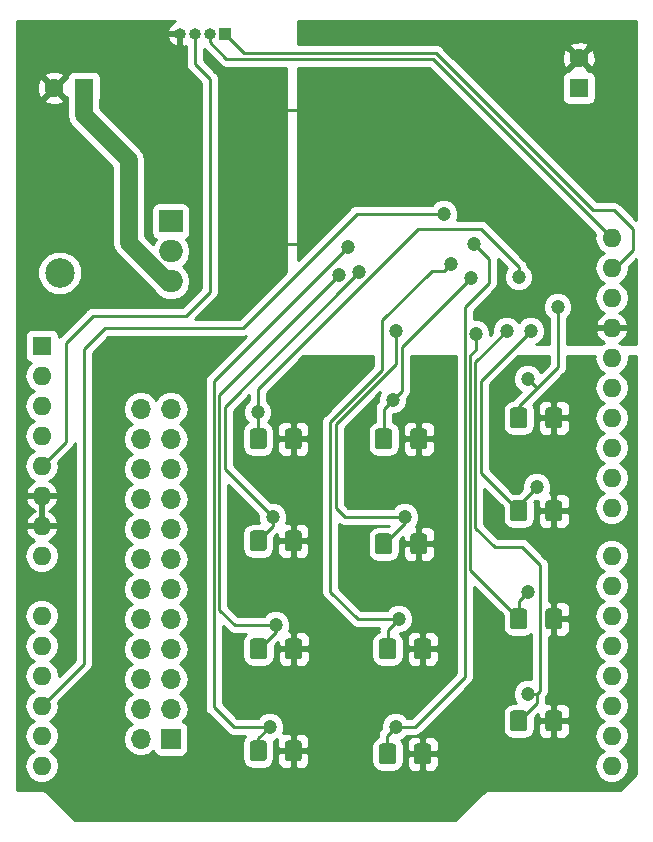
<source format=gbr>
G04 #@! TF.GenerationSoftware,KiCad,Pcbnew,5.0.2-bee76a0~70~ubuntu18.04.1*
G04 #@! TF.CreationDate,2019-02-08T11:17:56-07:00*
G04 #@! TF.ProjectId,driver,64726976-6572-42e6-9b69-6361645f7063,rev?*
G04 #@! TF.SameCoordinates,Original*
G04 #@! TF.FileFunction,Copper,L2,Bot*
G04 #@! TF.FilePolarity,Positive*
%FSLAX46Y46*%
G04 Gerber Fmt 4.6, Leading zero omitted, Abs format (unit mm)*
G04 Created by KiCad (PCBNEW 5.0.2-bee76a0~70~ubuntu18.04.1) date Fri 08 Feb 2019 11:17:56 AM MST*
%MOMM*%
%LPD*%
G01*
G04 APERTURE LIST*
G04 #@! TA.AperFunction,ComponentPad*
%ADD10O,1.600000X1.600000*%
G04 #@! TD*
G04 #@! TA.AperFunction,ComponentPad*
%ADD11R,1.600000X1.600000*%
G04 #@! TD*
G04 #@! TA.AperFunction,ComponentPad*
%ADD12R,2.000000X1.905000*%
G04 #@! TD*
G04 #@! TA.AperFunction,ComponentPad*
%ADD13O,2.000000X1.905000*%
G04 #@! TD*
G04 #@! TA.AperFunction,ComponentPad*
%ADD14R,2.500000X2.500000*%
G04 #@! TD*
G04 #@! TA.AperFunction,ComponentPad*
%ADD15C,2.500000*%
G04 #@! TD*
G04 #@! TA.AperFunction,ComponentPad*
%ADD16R,1.700000X1.700000*%
G04 #@! TD*
G04 #@! TA.AperFunction,ComponentPad*
%ADD17O,1.700000X1.700000*%
G04 #@! TD*
G04 #@! TA.AperFunction,ComponentPad*
%ADD18C,1.600000*%
G04 #@! TD*
G04 #@! TA.AperFunction,Conductor*
%ADD19C,0.100000*%
G04 #@! TD*
G04 #@! TA.AperFunction,SMDPad,CuDef*
%ADD20C,1.425000*%
G04 #@! TD*
G04 #@! TA.AperFunction,ComponentPad*
%ADD21R,1.000000X1.000000*%
G04 #@! TD*
G04 #@! TA.AperFunction,ComponentPad*
%ADD22O,1.000000X1.000000*%
G04 #@! TD*
G04 #@! TA.AperFunction,ViaPad*
%ADD23C,1.200000*%
G04 #@! TD*
G04 #@! TA.AperFunction,Conductor*
%ADD24C,0.254000*%
G04 #@! TD*
G04 #@! TA.AperFunction,Conductor*
%ADD25C,1.500000*%
G04 #@! TD*
G04 APERTURE END LIST*
D10*
G04 #@! TO.P,A1,32*
G04 #@! TO.N,/SCL*
X126238000Y-92206000D03*
G04 #@! TO.P,A1,31*
G04 #@! TO.N,/SDA*
X126238000Y-94746000D03*
D11*
G04 #@! TO.P,A1,1*
G04 #@! TO.N,Net-(A1-Pad1)*
X77978000Y-101346000D03*
D10*
G04 #@! TO.P,A1,17*
G04 #@! TO.N,Net-(A1-Pad17)*
X126238000Y-131826000D03*
G04 #@! TO.P,A1,2*
G04 #@! TO.N,Net-(A1-Pad2)*
X77978000Y-103886000D03*
G04 #@! TO.P,A1,18*
G04 #@! TO.N,Net-(A1-Pad18)*
X126238000Y-129286000D03*
G04 #@! TO.P,A1,3*
G04 #@! TO.N,Net-(A1-Pad3)*
X77978000Y-106426000D03*
G04 #@! TO.P,A1,19*
G04 #@! TO.N,Net-(A1-Pad19)*
X126238000Y-126746000D03*
G04 #@! TO.P,A1,4*
G04 #@! TO.N,Net-(A1-Pad4)*
X77978000Y-108966000D03*
G04 #@! TO.P,A1,20*
G04 #@! TO.N,Net-(A1-Pad20)*
X126238000Y-124206000D03*
G04 #@! TO.P,A1,5*
G04 #@! TO.N,VCC*
X77978000Y-111506000D03*
G04 #@! TO.P,A1,21*
G04 #@! TO.N,Net-(A1-Pad21)*
X126238000Y-121666000D03*
G04 #@! TO.P,A1,6*
G04 #@! TO.N,GND*
X77978000Y-114046000D03*
G04 #@! TO.P,A1,22*
G04 #@! TO.N,Net-(A1-Pad22)*
X126238000Y-119126000D03*
G04 #@! TO.P,A1,7*
G04 #@! TO.N,GND*
X77978000Y-116586000D03*
G04 #@! TO.P,A1,23*
G04 #@! TO.N,Net-(A1-Pad23)*
X126238000Y-115066000D03*
G04 #@! TO.P,A1,8*
G04 #@! TO.N,Net-(A1-Pad8)*
X77978000Y-119126000D03*
G04 #@! TO.P,A1,24*
G04 #@! TO.N,Net-(A1-Pad24)*
X126238000Y-112526000D03*
G04 #@! TO.P,A1,9*
G04 #@! TO.N,Net-(A1-Pad9)*
X77978000Y-124206000D03*
G04 #@! TO.P,A1,25*
G04 #@! TO.N,Net-(A1-Pad25)*
X126238000Y-109986000D03*
G04 #@! TO.P,A1,10*
G04 #@! TO.N,Net-(A1-Pad10)*
X77978000Y-126746000D03*
G04 #@! TO.P,A1,26*
G04 #@! TO.N,Net-(A1-Pad26)*
X126238000Y-107446000D03*
G04 #@! TO.P,A1,11*
G04 #@! TO.N,Net-(A1-Pad11)*
X77978000Y-129286000D03*
G04 #@! TO.P,A1,27*
G04 #@! TO.N,Net-(A1-Pad27)*
X126238000Y-104906000D03*
G04 #@! TO.P,A1,12*
G04 #@! TO.N,/~OE*
X77978000Y-131826000D03*
G04 #@! TO.P,A1,28*
G04 #@! TO.N,Net-(A1-Pad28)*
X126238000Y-102366000D03*
G04 #@! TO.P,A1,13*
G04 #@! TO.N,Net-(A1-Pad13)*
X77978000Y-134366000D03*
G04 #@! TO.P,A1,29*
G04 #@! TO.N,GND*
X126238000Y-99826000D03*
G04 #@! TO.P,A1,14*
G04 #@! TO.N,Net-(A1-Pad14)*
X77978000Y-136906000D03*
G04 #@! TO.P,A1,30*
G04 #@! TO.N,Net-(A1-Pad30)*
X126238000Y-97286000D03*
G04 #@! TO.P,A1,15*
G04 #@! TO.N,Net-(A1-Pad15)*
X126238000Y-136906000D03*
G04 #@! TO.P,A1,16*
G04 #@! TO.N,Net-(A1-Pad16)*
X126238000Y-134366000D03*
G04 #@! TD*
D12*
G04 #@! TO.P,Q1,1*
G04 #@! TO.N,Net-(Q1-Pad1)*
X88900000Y-90805000D03*
D13*
G04 #@! TO.P,Q1,2*
G04 #@! TO.N,/input_hicurrent*
X88900000Y-93345000D03*
G04 #@! TO.P,Q1,3*
G04 #@! TO.N,28V*
X88900000Y-95885000D03*
G04 #@! TD*
D14*
G04 #@! TO.P,J1,1*
G04 #@! TO.N,GND*
X79502000Y-90170000D03*
D15*
G04 #@! TO.P,J1,2*
G04 #@! TO.N,/input_hicurrent*
X79502000Y-95170000D03*
G04 #@! TD*
D16*
G04 #@! TO.P,J2,1*
G04 #@! TO.N,PWR_CH0*
X88900000Y-134620000D03*
D17*
G04 #@! TO.P,J2,2*
G04 #@! TO.N,28V*
X86360000Y-134620000D03*
G04 #@! TO.P,J2,3*
G04 #@! TO.N,PWR_CH1*
X88900000Y-132080000D03*
G04 #@! TO.P,J2,4*
G04 #@! TO.N,28V*
X86360000Y-132080000D03*
G04 #@! TO.P,J2,5*
G04 #@! TO.N,PWR_CH2*
X88900000Y-129540000D03*
G04 #@! TO.P,J2,6*
G04 #@! TO.N,28V*
X86360000Y-129540000D03*
G04 #@! TO.P,J2,7*
G04 #@! TO.N,PWR_CH3*
X88900000Y-127000000D03*
G04 #@! TO.P,J2,8*
G04 #@! TO.N,28V*
X86360000Y-127000000D03*
G04 #@! TO.P,J2,9*
G04 #@! TO.N,PWR_CH4*
X88900000Y-124460000D03*
G04 #@! TO.P,J2,10*
G04 #@! TO.N,28V*
X86360000Y-124460000D03*
G04 #@! TO.P,J2,11*
G04 #@! TO.N,PWR_CH5*
X88900000Y-121920000D03*
G04 #@! TO.P,J2,12*
G04 #@! TO.N,28V*
X86360000Y-121920000D03*
G04 #@! TO.P,J2,13*
G04 #@! TO.N,PWR_CH6*
X88900000Y-119380000D03*
G04 #@! TO.P,J2,14*
G04 #@! TO.N,28V*
X86360000Y-119380000D03*
G04 #@! TO.P,J2,15*
G04 #@! TO.N,PWR_CH7*
X88900000Y-116840000D03*
G04 #@! TO.P,J2,16*
G04 #@! TO.N,28V*
X86360000Y-116840000D03*
G04 #@! TO.P,J2,17*
G04 #@! TO.N,PWR_CH8*
X88900000Y-114300000D03*
G04 #@! TO.P,J2,18*
G04 #@! TO.N,28V*
X86360000Y-114300000D03*
G04 #@! TO.P,J2,19*
G04 #@! TO.N,PWR_CH9*
X88900000Y-111760000D03*
G04 #@! TO.P,J2,20*
G04 #@! TO.N,28V*
X86360000Y-111760000D03*
G04 #@! TO.P,J2,21*
G04 #@! TO.N,PWR_CH10*
X88900000Y-109220000D03*
G04 #@! TO.P,J2,22*
G04 #@! TO.N,28V*
X86360000Y-109220000D03*
G04 #@! TO.P,J2,23*
G04 #@! TO.N,PWR_CH11*
X88900000Y-106680000D03*
G04 #@! TO.P,J2,24*
G04 #@! TO.N,28V*
X86360000Y-106680000D03*
G04 #@! TD*
D18*
G04 #@! TO.P,C2,2*
G04 #@! TO.N,GND*
X123444000Y-77002000D03*
D11*
G04 #@! TO.P,C2,1*
G04 #@! TO.N,VCC*
X123444000Y-79502000D03*
G04 #@! TD*
G04 #@! TO.P,C3,1*
G04 #@! TO.N,28V*
X81534000Y-79502000D03*
D18*
G04 #@! TO.P,C3,2*
G04 #@! TO.N,GND*
X79034000Y-79502000D03*
G04 #@! TD*
D19*
G04 #@! TO.N,GND*
G04 #@! TO.C,R4*
G36*
X99764504Y-134762204D02*
X99788773Y-134765804D01*
X99812571Y-134771765D01*
X99835671Y-134780030D01*
X99857849Y-134790520D01*
X99878893Y-134803133D01*
X99898598Y-134817747D01*
X99916777Y-134834223D01*
X99933253Y-134852402D01*
X99947867Y-134872107D01*
X99960480Y-134893151D01*
X99970970Y-134915329D01*
X99979235Y-134938429D01*
X99985196Y-134962227D01*
X99988796Y-134986496D01*
X99990000Y-135011000D01*
X99990000Y-136261000D01*
X99988796Y-136285504D01*
X99985196Y-136309773D01*
X99979235Y-136333571D01*
X99970970Y-136356671D01*
X99960480Y-136378849D01*
X99947867Y-136399893D01*
X99933253Y-136419598D01*
X99916777Y-136437777D01*
X99898598Y-136454253D01*
X99878893Y-136468867D01*
X99857849Y-136481480D01*
X99835671Y-136491970D01*
X99812571Y-136500235D01*
X99788773Y-136506196D01*
X99764504Y-136509796D01*
X99740000Y-136511000D01*
X98815000Y-136511000D01*
X98790496Y-136509796D01*
X98766227Y-136506196D01*
X98742429Y-136500235D01*
X98719329Y-136491970D01*
X98697151Y-136481480D01*
X98676107Y-136468867D01*
X98656402Y-136454253D01*
X98638223Y-136437777D01*
X98621747Y-136419598D01*
X98607133Y-136399893D01*
X98594520Y-136378849D01*
X98584030Y-136356671D01*
X98575765Y-136333571D01*
X98569804Y-136309773D01*
X98566204Y-136285504D01*
X98565000Y-136261000D01*
X98565000Y-135011000D01*
X98566204Y-134986496D01*
X98569804Y-134962227D01*
X98575765Y-134938429D01*
X98584030Y-134915329D01*
X98594520Y-134893151D01*
X98607133Y-134872107D01*
X98621747Y-134852402D01*
X98638223Y-134834223D01*
X98656402Y-134817747D01*
X98676107Y-134803133D01*
X98697151Y-134790520D01*
X98719329Y-134780030D01*
X98742429Y-134771765D01*
X98766227Y-134765804D01*
X98790496Y-134762204D01*
X98815000Y-134761000D01*
X99740000Y-134761000D01*
X99764504Y-134762204D01*
X99764504Y-134762204D01*
G37*
D20*
G04 #@! TD*
G04 #@! TO.P,R4,2*
G04 #@! TO.N,GND*
X99277500Y-135636000D03*
D19*
G04 #@! TO.N,/PWM0*
G04 #@! TO.C,R4*
G36*
X96789504Y-134762204D02*
X96813773Y-134765804D01*
X96837571Y-134771765D01*
X96860671Y-134780030D01*
X96882849Y-134790520D01*
X96903893Y-134803133D01*
X96923598Y-134817747D01*
X96941777Y-134834223D01*
X96958253Y-134852402D01*
X96972867Y-134872107D01*
X96985480Y-134893151D01*
X96995970Y-134915329D01*
X97004235Y-134938429D01*
X97010196Y-134962227D01*
X97013796Y-134986496D01*
X97015000Y-135011000D01*
X97015000Y-136261000D01*
X97013796Y-136285504D01*
X97010196Y-136309773D01*
X97004235Y-136333571D01*
X96995970Y-136356671D01*
X96985480Y-136378849D01*
X96972867Y-136399893D01*
X96958253Y-136419598D01*
X96941777Y-136437777D01*
X96923598Y-136454253D01*
X96903893Y-136468867D01*
X96882849Y-136481480D01*
X96860671Y-136491970D01*
X96837571Y-136500235D01*
X96813773Y-136506196D01*
X96789504Y-136509796D01*
X96765000Y-136511000D01*
X95840000Y-136511000D01*
X95815496Y-136509796D01*
X95791227Y-136506196D01*
X95767429Y-136500235D01*
X95744329Y-136491970D01*
X95722151Y-136481480D01*
X95701107Y-136468867D01*
X95681402Y-136454253D01*
X95663223Y-136437777D01*
X95646747Y-136419598D01*
X95632133Y-136399893D01*
X95619520Y-136378849D01*
X95609030Y-136356671D01*
X95600765Y-136333571D01*
X95594804Y-136309773D01*
X95591204Y-136285504D01*
X95590000Y-136261000D01*
X95590000Y-135011000D01*
X95591204Y-134986496D01*
X95594804Y-134962227D01*
X95600765Y-134938429D01*
X95609030Y-134915329D01*
X95619520Y-134893151D01*
X95632133Y-134872107D01*
X95646747Y-134852402D01*
X95663223Y-134834223D01*
X95681402Y-134817747D01*
X95701107Y-134803133D01*
X95722151Y-134790520D01*
X95744329Y-134780030D01*
X95767429Y-134771765D01*
X95791227Y-134765804D01*
X95815496Y-134762204D01*
X95840000Y-134761000D01*
X96765000Y-134761000D01*
X96789504Y-134762204D01*
X96789504Y-134762204D01*
G37*
D20*
G04 #@! TD*
G04 #@! TO.P,R4,1*
G04 #@! TO.N,/PWM0*
X96302500Y-135636000D03*
D19*
G04 #@! TO.N,/PWM1*
G04 #@! TO.C,R5*
G36*
X107748004Y-135016204D02*
X107772273Y-135019804D01*
X107796071Y-135025765D01*
X107819171Y-135034030D01*
X107841349Y-135044520D01*
X107862393Y-135057133D01*
X107882098Y-135071747D01*
X107900277Y-135088223D01*
X107916753Y-135106402D01*
X107931367Y-135126107D01*
X107943980Y-135147151D01*
X107954470Y-135169329D01*
X107962735Y-135192429D01*
X107968696Y-135216227D01*
X107972296Y-135240496D01*
X107973500Y-135265000D01*
X107973500Y-136515000D01*
X107972296Y-136539504D01*
X107968696Y-136563773D01*
X107962735Y-136587571D01*
X107954470Y-136610671D01*
X107943980Y-136632849D01*
X107931367Y-136653893D01*
X107916753Y-136673598D01*
X107900277Y-136691777D01*
X107882098Y-136708253D01*
X107862393Y-136722867D01*
X107841349Y-136735480D01*
X107819171Y-136745970D01*
X107796071Y-136754235D01*
X107772273Y-136760196D01*
X107748004Y-136763796D01*
X107723500Y-136765000D01*
X106798500Y-136765000D01*
X106773996Y-136763796D01*
X106749727Y-136760196D01*
X106725929Y-136754235D01*
X106702829Y-136745970D01*
X106680651Y-136735480D01*
X106659607Y-136722867D01*
X106639902Y-136708253D01*
X106621723Y-136691777D01*
X106605247Y-136673598D01*
X106590633Y-136653893D01*
X106578020Y-136632849D01*
X106567530Y-136610671D01*
X106559265Y-136587571D01*
X106553304Y-136563773D01*
X106549704Y-136539504D01*
X106548500Y-136515000D01*
X106548500Y-135265000D01*
X106549704Y-135240496D01*
X106553304Y-135216227D01*
X106559265Y-135192429D01*
X106567530Y-135169329D01*
X106578020Y-135147151D01*
X106590633Y-135126107D01*
X106605247Y-135106402D01*
X106621723Y-135088223D01*
X106639902Y-135071747D01*
X106659607Y-135057133D01*
X106680651Y-135044520D01*
X106702829Y-135034030D01*
X106725929Y-135025765D01*
X106749727Y-135019804D01*
X106773996Y-135016204D01*
X106798500Y-135015000D01*
X107723500Y-135015000D01*
X107748004Y-135016204D01*
X107748004Y-135016204D01*
G37*
D20*
G04 #@! TD*
G04 #@! TO.P,R5,1*
G04 #@! TO.N,/PWM1*
X107261000Y-135890000D03*
D19*
G04 #@! TO.N,GND*
G04 #@! TO.C,R5*
G36*
X110723004Y-135016204D02*
X110747273Y-135019804D01*
X110771071Y-135025765D01*
X110794171Y-135034030D01*
X110816349Y-135044520D01*
X110837393Y-135057133D01*
X110857098Y-135071747D01*
X110875277Y-135088223D01*
X110891753Y-135106402D01*
X110906367Y-135126107D01*
X110918980Y-135147151D01*
X110929470Y-135169329D01*
X110937735Y-135192429D01*
X110943696Y-135216227D01*
X110947296Y-135240496D01*
X110948500Y-135265000D01*
X110948500Y-136515000D01*
X110947296Y-136539504D01*
X110943696Y-136563773D01*
X110937735Y-136587571D01*
X110929470Y-136610671D01*
X110918980Y-136632849D01*
X110906367Y-136653893D01*
X110891753Y-136673598D01*
X110875277Y-136691777D01*
X110857098Y-136708253D01*
X110837393Y-136722867D01*
X110816349Y-136735480D01*
X110794171Y-136745970D01*
X110771071Y-136754235D01*
X110747273Y-136760196D01*
X110723004Y-136763796D01*
X110698500Y-136765000D01*
X109773500Y-136765000D01*
X109748996Y-136763796D01*
X109724727Y-136760196D01*
X109700929Y-136754235D01*
X109677829Y-136745970D01*
X109655651Y-136735480D01*
X109634607Y-136722867D01*
X109614902Y-136708253D01*
X109596723Y-136691777D01*
X109580247Y-136673598D01*
X109565633Y-136653893D01*
X109553020Y-136632849D01*
X109542530Y-136610671D01*
X109534265Y-136587571D01*
X109528304Y-136563773D01*
X109524704Y-136539504D01*
X109523500Y-136515000D01*
X109523500Y-135265000D01*
X109524704Y-135240496D01*
X109528304Y-135216227D01*
X109534265Y-135192429D01*
X109542530Y-135169329D01*
X109553020Y-135147151D01*
X109565633Y-135126107D01*
X109580247Y-135106402D01*
X109596723Y-135088223D01*
X109614902Y-135071747D01*
X109634607Y-135057133D01*
X109655651Y-135044520D01*
X109677829Y-135034030D01*
X109700929Y-135025765D01*
X109724727Y-135019804D01*
X109748996Y-135016204D01*
X109773500Y-135015000D01*
X110698500Y-135015000D01*
X110723004Y-135016204D01*
X110723004Y-135016204D01*
G37*
D20*
G04 #@! TD*
G04 #@! TO.P,R5,2*
G04 #@! TO.N,GND*
X110236000Y-135890000D03*
D19*
G04 #@! TO.N,GND*
G04 #@! TO.C,R6*
G36*
X121826004Y-132222204D02*
X121850273Y-132225804D01*
X121874071Y-132231765D01*
X121897171Y-132240030D01*
X121919349Y-132250520D01*
X121940393Y-132263133D01*
X121960098Y-132277747D01*
X121978277Y-132294223D01*
X121994753Y-132312402D01*
X122009367Y-132332107D01*
X122021980Y-132353151D01*
X122032470Y-132375329D01*
X122040735Y-132398429D01*
X122046696Y-132422227D01*
X122050296Y-132446496D01*
X122051500Y-132471000D01*
X122051500Y-133721000D01*
X122050296Y-133745504D01*
X122046696Y-133769773D01*
X122040735Y-133793571D01*
X122032470Y-133816671D01*
X122021980Y-133838849D01*
X122009367Y-133859893D01*
X121994753Y-133879598D01*
X121978277Y-133897777D01*
X121960098Y-133914253D01*
X121940393Y-133928867D01*
X121919349Y-133941480D01*
X121897171Y-133951970D01*
X121874071Y-133960235D01*
X121850273Y-133966196D01*
X121826004Y-133969796D01*
X121801500Y-133971000D01*
X120876500Y-133971000D01*
X120851996Y-133969796D01*
X120827727Y-133966196D01*
X120803929Y-133960235D01*
X120780829Y-133951970D01*
X120758651Y-133941480D01*
X120737607Y-133928867D01*
X120717902Y-133914253D01*
X120699723Y-133897777D01*
X120683247Y-133879598D01*
X120668633Y-133859893D01*
X120656020Y-133838849D01*
X120645530Y-133816671D01*
X120637265Y-133793571D01*
X120631304Y-133769773D01*
X120627704Y-133745504D01*
X120626500Y-133721000D01*
X120626500Y-132471000D01*
X120627704Y-132446496D01*
X120631304Y-132422227D01*
X120637265Y-132398429D01*
X120645530Y-132375329D01*
X120656020Y-132353151D01*
X120668633Y-132332107D01*
X120683247Y-132312402D01*
X120699723Y-132294223D01*
X120717902Y-132277747D01*
X120737607Y-132263133D01*
X120758651Y-132250520D01*
X120780829Y-132240030D01*
X120803929Y-132231765D01*
X120827727Y-132225804D01*
X120851996Y-132222204D01*
X120876500Y-132221000D01*
X121801500Y-132221000D01*
X121826004Y-132222204D01*
X121826004Y-132222204D01*
G37*
D20*
G04 #@! TD*
G04 #@! TO.P,R6,2*
G04 #@! TO.N,GND*
X121339000Y-133096000D03*
D19*
G04 #@! TO.N,/PWM2*
G04 #@! TO.C,R6*
G36*
X118851004Y-132222204D02*
X118875273Y-132225804D01*
X118899071Y-132231765D01*
X118922171Y-132240030D01*
X118944349Y-132250520D01*
X118965393Y-132263133D01*
X118985098Y-132277747D01*
X119003277Y-132294223D01*
X119019753Y-132312402D01*
X119034367Y-132332107D01*
X119046980Y-132353151D01*
X119057470Y-132375329D01*
X119065735Y-132398429D01*
X119071696Y-132422227D01*
X119075296Y-132446496D01*
X119076500Y-132471000D01*
X119076500Y-133721000D01*
X119075296Y-133745504D01*
X119071696Y-133769773D01*
X119065735Y-133793571D01*
X119057470Y-133816671D01*
X119046980Y-133838849D01*
X119034367Y-133859893D01*
X119019753Y-133879598D01*
X119003277Y-133897777D01*
X118985098Y-133914253D01*
X118965393Y-133928867D01*
X118944349Y-133941480D01*
X118922171Y-133951970D01*
X118899071Y-133960235D01*
X118875273Y-133966196D01*
X118851004Y-133969796D01*
X118826500Y-133971000D01*
X117901500Y-133971000D01*
X117876996Y-133969796D01*
X117852727Y-133966196D01*
X117828929Y-133960235D01*
X117805829Y-133951970D01*
X117783651Y-133941480D01*
X117762607Y-133928867D01*
X117742902Y-133914253D01*
X117724723Y-133897777D01*
X117708247Y-133879598D01*
X117693633Y-133859893D01*
X117681020Y-133838849D01*
X117670530Y-133816671D01*
X117662265Y-133793571D01*
X117656304Y-133769773D01*
X117652704Y-133745504D01*
X117651500Y-133721000D01*
X117651500Y-132471000D01*
X117652704Y-132446496D01*
X117656304Y-132422227D01*
X117662265Y-132398429D01*
X117670530Y-132375329D01*
X117681020Y-132353151D01*
X117693633Y-132332107D01*
X117708247Y-132312402D01*
X117724723Y-132294223D01*
X117742902Y-132277747D01*
X117762607Y-132263133D01*
X117783651Y-132250520D01*
X117805829Y-132240030D01*
X117828929Y-132231765D01*
X117852727Y-132225804D01*
X117876996Y-132222204D01*
X117901500Y-132221000D01*
X118826500Y-132221000D01*
X118851004Y-132222204D01*
X118851004Y-132222204D01*
G37*
D20*
G04 #@! TD*
G04 #@! TO.P,R6,1*
G04 #@! TO.N,/PWM2*
X118364000Y-133096000D03*
D19*
G04 #@! TO.N,/PWM3*
G04 #@! TO.C,R9*
G36*
X96826004Y-126126204D02*
X96850273Y-126129804D01*
X96874071Y-126135765D01*
X96897171Y-126144030D01*
X96919349Y-126154520D01*
X96940393Y-126167133D01*
X96960098Y-126181747D01*
X96978277Y-126198223D01*
X96994753Y-126216402D01*
X97009367Y-126236107D01*
X97021980Y-126257151D01*
X97032470Y-126279329D01*
X97040735Y-126302429D01*
X97046696Y-126326227D01*
X97050296Y-126350496D01*
X97051500Y-126375000D01*
X97051500Y-127625000D01*
X97050296Y-127649504D01*
X97046696Y-127673773D01*
X97040735Y-127697571D01*
X97032470Y-127720671D01*
X97021980Y-127742849D01*
X97009367Y-127763893D01*
X96994753Y-127783598D01*
X96978277Y-127801777D01*
X96960098Y-127818253D01*
X96940393Y-127832867D01*
X96919349Y-127845480D01*
X96897171Y-127855970D01*
X96874071Y-127864235D01*
X96850273Y-127870196D01*
X96826004Y-127873796D01*
X96801500Y-127875000D01*
X95876500Y-127875000D01*
X95851996Y-127873796D01*
X95827727Y-127870196D01*
X95803929Y-127864235D01*
X95780829Y-127855970D01*
X95758651Y-127845480D01*
X95737607Y-127832867D01*
X95717902Y-127818253D01*
X95699723Y-127801777D01*
X95683247Y-127783598D01*
X95668633Y-127763893D01*
X95656020Y-127742849D01*
X95645530Y-127720671D01*
X95637265Y-127697571D01*
X95631304Y-127673773D01*
X95627704Y-127649504D01*
X95626500Y-127625000D01*
X95626500Y-126375000D01*
X95627704Y-126350496D01*
X95631304Y-126326227D01*
X95637265Y-126302429D01*
X95645530Y-126279329D01*
X95656020Y-126257151D01*
X95668633Y-126236107D01*
X95683247Y-126216402D01*
X95699723Y-126198223D01*
X95717902Y-126181747D01*
X95737607Y-126167133D01*
X95758651Y-126154520D01*
X95780829Y-126144030D01*
X95803929Y-126135765D01*
X95827727Y-126129804D01*
X95851996Y-126126204D01*
X95876500Y-126125000D01*
X96801500Y-126125000D01*
X96826004Y-126126204D01*
X96826004Y-126126204D01*
G37*
D20*
G04 #@! TD*
G04 #@! TO.P,R9,1*
G04 #@! TO.N,/PWM3*
X96339000Y-127000000D03*
D19*
G04 #@! TO.N,GND*
G04 #@! TO.C,R9*
G36*
X99801004Y-126126204D02*
X99825273Y-126129804D01*
X99849071Y-126135765D01*
X99872171Y-126144030D01*
X99894349Y-126154520D01*
X99915393Y-126167133D01*
X99935098Y-126181747D01*
X99953277Y-126198223D01*
X99969753Y-126216402D01*
X99984367Y-126236107D01*
X99996980Y-126257151D01*
X100007470Y-126279329D01*
X100015735Y-126302429D01*
X100021696Y-126326227D01*
X100025296Y-126350496D01*
X100026500Y-126375000D01*
X100026500Y-127625000D01*
X100025296Y-127649504D01*
X100021696Y-127673773D01*
X100015735Y-127697571D01*
X100007470Y-127720671D01*
X99996980Y-127742849D01*
X99984367Y-127763893D01*
X99969753Y-127783598D01*
X99953277Y-127801777D01*
X99935098Y-127818253D01*
X99915393Y-127832867D01*
X99894349Y-127845480D01*
X99872171Y-127855970D01*
X99849071Y-127864235D01*
X99825273Y-127870196D01*
X99801004Y-127873796D01*
X99776500Y-127875000D01*
X98851500Y-127875000D01*
X98826996Y-127873796D01*
X98802727Y-127870196D01*
X98778929Y-127864235D01*
X98755829Y-127855970D01*
X98733651Y-127845480D01*
X98712607Y-127832867D01*
X98692902Y-127818253D01*
X98674723Y-127801777D01*
X98658247Y-127783598D01*
X98643633Y-127763893D01*
X98631020Y-127742849D01*
X98620530Y-127720671D01*
X98612265Y-127697571D01*
X98606304Y-127673773D01*
X98602704Y-127649504D01*
X98601500Y-127625000D01*
X98601500Y-126375000D01*
X98602704Y-126350496D01*
X98606304Y-126326227D01*
X98612265Y-126302429D01*
X98620530Y-126279329D01*
X98631020Y-126257151D01*
X98643633Y-126236107D01*
X98658247Y-126216402D01*
X98674723Y-126198223D01*
X98692902Y-126181747D01*
X98712607Y-126167133D01*
X98733651Y-126154520D01*
X98755829Y-126144030D01*
X98778929Y-126135765D01*
X98802727Y-126129804D01*
X98826996Y-126126204D01*
X98851500Y-126125000D01*
X99776500Y-126125000D01*
X99801004Y-126126204D01*
X99801004Y-126126204D01*
G37*
D20*
G04 #@! TD*
G04 #@! TO.P,R9,2*
G04 #@! TO.N,GND*
X99314000Y-127000000D03*
D19*
G04 #@! TO.N,/PWM4*
G04 #@! TO.C,R10*
G36*
X107748004Y-126126204D02*
X107772273Y-126129804D01*
X107796071Y-126135765D01*
X107819171Y-126144030D01*
X107841349Y-126154520D01*
X107862393Y-126167133D01*
X107882098Y-126181747D01*
X107900277Y-126198223D01*
X107916753Y-126216402D01*
X107931367Y-126236107D01*
X107943980Y-126257151D01*
X107954470Y-126279329D01*
X107962735Y-126302429D01*
X107968696Y-126326227D01*
X107972296Y-126350496D01*
X107973500Y-126375000D01*
X107973500Y-127625000D01*
X107972296Y-127649504D01*
X107968696Y-127673773D01*
X107962735Y-127697571D01*
X107954470Y-127720671D01*
X107943980Y-127742849D01*
X107931367Y-127763893D01*
X107916753Y-127783598D01*
X107900277Y-127801777D01*
X107882098Y-127818253D01*
X107862393Y-127832867D01*
X107841349Y-127845480D01*
X107819171Y-127855970D01*
X107796071Y-127864235D01*
X107772273Y-127870196D01*
X107748004Y-127873796D01*
X107723500Y-127875000D01*
X106798500Y-127875000D01*
X106773996Y-127873796D01*
X106749727Y-127870196D01*
X106725929Y-127864235D01*
X106702829Y-127855970D01*
X106680651Y-127845480D01*
X106659607Y-127832867D01*
X106639902Y-127818253D01*
X106621723Y-127801777D01*
X106605247Y-127783598D01*
X106590633Y-127763893D01*
X106578020Y-127742849D01*
X106567530Y-127720671D01*
X106559265Y-127697571D01*
X106553304Y-127673773D01*
X106549704Y-127649504D01*
X106548500Y-127625000D01*
X106548500Y-126375000D01*
X106549704Y-126350496D01*
X106553304Y-126326227D01*
X106559265Y-126302429D01*
X106567530Y-126279329D01*
X106578020Y-126257151D01*
X106590633Y-126236107D01*
X106605247Y-126216402D01*
X106621723Y-126198223D01*
X106639902Y-126181747D01*
X106659607Y-126167133D01*
X106680651Y-126154520D01*
X106702829Y-126144030D01*
X106725929Y-126135765D01*
X106749727Y-126129804D01*
X106773996Y-126126204D01*
X106798500Y-126125000D01*
X107723500Y-126125000D01*
X107748004Y-126126204D01*
X107748004Y-126126204D01*
G37*
D20*
G04 #@! TD*
G04 #@! TO.P,R10,1*
G04 #@! TO.N,/PWM4*
X107261000Y-127000000D03*
D19*
G04 #@! TO.N,GND*
G04 #@! TO.C,R10*
G36*
X110723004Y-126126204D02*
X110747273Y-126129804D01*
X110771071Y-126135765D01*
X110794171Y-126144030D01*
X110816349Y-126154520D01*
X110837393Y-126167133D01*
X110857098Y-126181747D01*
X110875277Y-126198223D01*
X110891753Y-126216402D01*
X110906367Y-126236107D01*
X110918980Y-126257151D01*
X110929470Y-126279329D01*
X110937735Y-126302429D01*
X110943696Y-126326227D01*
X110947296Y-126350496D01*
X110948500Y-126375000D01*
X110948500Y-127625000D01*
X110947296Y-127649504D01*
X110943696Y-127673773D01*
X110937735Y-127697571D01*
X110929470Y-127720671D01*
X110918980Y-127742849D01*
X110906367Y-127763893D01*
X110891753Y-127783598D01*
X110875277Y-127801777D01*
X110857098Y-127818253D01*
X110837393Y-127832867D01*
X110816349Y-127845480D01*
X110794171Y-127855970D01*
X110771071Y-127864235D01*
X110747273Y-127870196D01*
X110723004Y-127873796D01*
X110698500Y-127875000D01*
X109773500Y-127875000D01*
X109748996Y-127873796D01*
X109724727Y-127870196D01*
X109700929Y-127864235D01*
X109677829Y-127855970D01*
X109655651Y-127845480D01*
X109634607Y-127832867D01*
X109614902Y-127818253D01*
X109596723Y-127801777D01*
X109580247Y-127783598D01*
X109565633Y-127763893D01*
X109553020Y-127742849D01*
X109542530Y-127720671D01*
X109534265Y-127697571D01*
X109528304Y-127673773D01*
X109524704Y-127649504D01*
X109523500Y-127625000D01*
X109523500Y-126375000D01*
X109524704Y-126350496D01*
X109528304Y-126326227D01*
X109534265Y-126302429D01*
X109542530Y-126279329D01*
X109553020Y-126257151D01*
X109565633Y-126236107D01*
X109580247Y-126216402D01*
X109596723Y-126198223D01*
X109614902Y-126181747D01*
X109634607Y-126167133D01*
X109655651Y-126154520D01*
X109677829Y-126144030D01*
X109700929Y-126135765D01*
X109724727Y-126129804D01*
X109748996Y-126126204D01*
X109773500Y-126125000D01*
X110698500Y-126125000D01*
X110723004Y-126126204D01*
X110723004Y-126126204D01*
G37*
D20*
G04 #@! TD*
G04 #@! TO.P,R10,2*
G04 #@! TO.N,GND*
X110236000Y-127000000D03*
D19*
G04 #@! TO.N,GND*
G04 #@! TO.C,R11*
G36*
X121826004Y-123586204D02*
X121850273Y-123589804D01*
X121874071Y-123595765D01*
X121897171Y-123604030D01*
X121919349Y-123614520D01*
X121940393Y-123627133D01*
X121960098Y-123641747D01*
X121978277Y-123658223D01*
X121994753Y-123676402D01*
X122009367Y-123696107D01*
X122021980Y-123717151D01*
X122032470Y-123739329D01*
X122040735Y-123762429D01*
X122046696Y-123786227D01*
X122050296Y-123810496D01*
X122051500Y-123835000D01*
X122051500Y-125085000D01*
X122050296Y-125109504D01*
X122046696Y-125133773D01*
X122040735Y-125157571D01*
X122032470Y-125180671D01*
X122021980Y-125202849D01*
X122009367Y-125223893D01*
X121994753Y-125243598D01*
X121978277Y-125261777D01*
X121960098Y-125278253D01*
X121940393Y-125292867D01*
X121919349Y-125305480D01*
X121897171Y-125315970D01*
X121874071Y-125324235D01*
X121850273Y-125330196D01*
X121826004Y-125333796D01*
X121801500Y-125335000D01*
X120876500Y-125335000D01*
X120851996Y-125333796D01*
X120827727Y-125330196D01*
X120803929Y-125324235D01*
X120780829Y-125315970D01*
X120758651Y-125305480D01*
X120737607Y-125292867D01*
X120717902Y-125278253D01*
X120699723Y-125261777D01*
X120683247Y-125243598D01*
X120668633Y-125223893D01*
X120656020Y-125202849D01*
X120645530Y-125180671D01*
X120637265Y-125157571D01*
X120631304Y-125133773D01*
X120627704Y-125109504D01*
X120626500Y-125085000D01*
X120626500Y-123835000D01*
X120627704Y-123810496D01*
X120631304Y-123786227D01*
X120637265Y-123762429D01*
X120645530Y-123739329D01*
X120656020Y-123717151D01*
X120668633Y-123696107D01*
X120683247Y-123676402D01*
X120699723Y-123658223D01*
X120717902Y-123641747D01*
X120737607Y-123627133D01*
X120758651Y-123614520D01*
X120780829Y-123604030D01*
X120803929Y-123595765D01*
X120827727Y-123589804D01*
X120851996Y-123586204D01*
X120876500Y-123585000D01*
X121801500Y-123585000D01*
X121826004Y-123586204D01*
X121826004Y-123586204D01*
G37*
D20*
G04 #@! TD*
G04 #@! TO.P,R11,2*
G04 #@! TO.N,GND*
X121339000Y-124460000D03*
D19*
G04 #@! TO.N,/PWM5*
G04 #@! TO.C,R11*
G36*
X118851004Y-123586204D02*
X118875273Y-123589804D01*
X118899071Y-123595765D01*
X118922171Y-123604030D01*
X118944349Y-123614520D01*
X118965393Y-123627133D01*
X118985098Y-123641747D01*
X119003277Y-123658223D01*
X119019753Y-123676402D01*
X119034367Y-123696107D01*
X119046980Y-123717151D01*
X119057470Y-123739329D01*
X119065735Y-123762429D01*
X119071696Y-123786227D01*
X119075296Y-123810496D01*
X119076500Y-123835000D01*
X119076500Y-125085000D01*
X119075296Y-125109504D01*
X119071696Y-125133773D01*
X119065735Y-125157571D01*
X119057470Y-125180671D01*
X119046980Y-125202849D01*
X119034367Y-125223893D01*
X119019753Y-125243598D01*
X119003277Y-125261777D01*
X118985098Y-125278253D01*
X118965393Y-125292867D01*
X118944349Y-125305480D01*
X118922171Y-125315970D01*
X118899071Y-125324235D01*
X118875273Y-125330196D01*
X118851004Y-125333796D01*
X118826500Y-125335000D01*
X117901500Y-125335000D01*
X117876996Y-125333796D01*
X117852727Y-125330196D01*
X117828929Y-125324235D01*
X117805829Y-125315970D01*
X117783651Y-125305480D01*
X117762607Y-125292867D01*
X117742902Y-125278253D01*
X117724723Y-125261777D01*
X117708247Y-125243598D01*
X117693633Y-125223893D01*
X117681020Y-125202849D01*
X117670530Y-125180671D01*
X117662265Y-125157571D01*
X117656304Y-125133773D01*
X117652704Y-125109504D01*
X117651500Y-125085000D01*
X117651500Y-123835000D01*
X117652704Y-123810496D01*
X117656304Y-123786227D01*
X117662265Y-123762429D01*
X117670530Y-123739329D01*
X117681020Y-123717151D01*
X117693633Y-123696107D01*
X117708247Y-123676402D01*
X117724723Y-123658223D01*
X117742902Y-123641747D01*
X117762607Y-123627133D01*
X117783651Y-123614520D01*
X117805829Y-123604030D01*
X117828929Y-123595765D01*
X117852727Y-123589804D01*
X117876996Y-123586204D01*
X117901500Y-123585000D01*
X118826500Y-123585000D01*
X118851004Y-123586204D01*
X118851004Y-123586204D01*
G37*
D20*
G04 #@! TD*
G04 #@! TO.P,R11,1*
G04 #@! TO.N,/PWM5*
X118364000Y-124460000D03*
D19*
G04 #@! TO.N,/PWM6*
G04 #@! TO.C,R12*
G36*
X96789504Y-116982204D02*
X96813773Y-116985804D01*
X96837571Y-116991765D01*
X96860671Y-117000030D01*
X96882849Y-117010520D01*
X96903893Y-117023133D01*
X96923598Y-117037747D01*
X96941777Y-117054223D01*
X96958253Y-117072402D01*
X96972867Y-117092107D01*
X96985480Y-117113151D01*
X96995970Y-117135329D01*
X97004235Y-117158429D01*
X97010196Y-117182227D01*
X97013796Y-117206496D01*
X97015000Y-117231000D01*
X97015000Y-118481000D01*
X97013796Y-118505504D01*
X97010196Y-118529773D01*
X97004235Y-118553571D01*
X96995970Y-118576671D01*
X96985480Y-118598849D01*
X96972867Y-118619893D01*
X96958253Y-118639598D01*
X96941777Y-118657777D01*
X96923598Y-118674253D01*
X96903893Y-118688867D01*
X96882849Y-118701480D01*
X96860671Y-118711970D01*
X96837571Y-118720235D01*
X96813773Y-118726196D01*
X96789504Y-118729796D01*
X96765000Y-118731000D01*
X95840000Y-118731000D01*
X95815496Y-118729796D01*
X95791227Y-118726196D01*
X95767429Y-118720235D01*
X95744329Y-118711970D01*
X95722151Y-118701480D01*
X95701107Y-118688867D01*
X95681402Y-118674253D01*
X95663223Y-118657777D01*
X95646747Y-118639598D01*
X95632133Y-118619893D01*
X95619520Y-118598849D01*
X95609030Y-118576671D01*
X95600765Y-118553571D01*
X95594804Y-118529773D01*
X95591204Y-118505504D01*
X95590000Y-118481000D01*
X95590000Y-117231000D01*
X95591204Y-117206496D01*
X95594804Y-117182227D01*
X95600765Y-117158429D01*
X95609030Y-117135329D01*
X95619520Y-117113151D01*
X95632133Y-117092107D01*
X95646747Y-117072402D01*
X95663223Y-117054223D01*
X95681402Y-117037747D01*
X95701107Y-117023133D01*
X95722151Y-117010520D01*
X95744329Y-117000030D01*
X95767429Y-116991765D01*
X95791227Y-116985804D01*
X95815496Y-116982204D01*
X95840000Y-116981000D01*
X96765000Y-116981000D01*
X96789504Y-116982204D01*
X96789504Y-116982204D01*
G37*
D20*
G04 #@! TD*
G04 #@! TO.P,R12,1*
G04 #@! TO.N,/PWM6*
X96302500Y-117856000D03*
D19*
G04 #@! TO.N,GND*
G04 #@! TO.C,R12*
G36*
X99764504Y-116982204D02*
X99788773Y-116985804D01*
X99812571Y-116991765D01*
X99835671Y-117000030D01*
X99857849Y-117010520D01*
X99878893Y-117023133D01*
X99898598Y-117037747D01*
X99916777Y-117054223D01*
X99933253Y-117072402D01*
X99947867Y-117092107D01*
X99960480Y-117113151D01*
X99970970Y-117135329D01*
X99979235Y-117158429D01*
X99985196Y-117182227D01*
X99988796Y-117206496D01*
X99990000Y-117231000D01*
X99990000Y-118481000D01*
X99988796Y-118505504D01*
X99985196Y-118529773D01*
X99979235Y-118553571D01*
X99970970Y-118576671D01*
X99960480Y-118598849D01*
X99947867Y-118619893D01*
X99933253Y-118639598D01*
X99916777Y-118657777D01*
X99898598Y-118674253D01*
X99878893Y-118688867D01*
X99857849Y-118701480D01*
X99835671Y-118711970D01*
X99812571Y-118720235D01*
X99788773Y-118726196D01*
X99764504Y-118729796D01*
X99740000Y-118731000D01*
X98815000Y-118731000D01*
X98790496Y-118729796D01*
X98766227Y-118726196D01*
X98742429Y-118720235D01*
X98719329Y-118711970D01*
X98697151Y-118701480D01*
X98676107Y-118688867D01*
X98656402Y-118674253D01*
X98638223Y-118657777D01*
X98621747Y-118639598D01*
X98607133Y-118619893D01*
X98594520Y-118598849D01*
X98584030Y-118576671D01*
X98575765Y-118553571D01*
X98569804Y-118529773D01*
X98566204Y-118505504D01*
X98565000Y-118481000D01*
X98565000Y-117231000D01*
X98566204Y-117206496D01*
X98569804Y-117182227D01*
X98575765Y-117158429D01*
X98584030Y-117135329D01*
X98594520Y-117113151D01*
X98607133Y-117092107D01*
X98621747Y-117072402D01*
X98638223Y-117054223D01*
X98656402Y-117037747D01*
X98676107Y-117023133D01*
X98697151Y-117010520D01*
X98719329Y-117000030D01*
X98742429Y-116991765D01*
X98766227Y-116985804D01*
X98790496Y-116982204D01*
X98815000Y-116981000D01*
X99740000Y-116981000D01*
X99764504Y-116982204D01*
X99764504Y-116982204D01*
G37*
D20*
G04 #@! TD*
G04 #@! TO.P,R12,2*
G04 #@! TO.N,GND*
X99277500Y-117856000D03*
D19*
G04 #@! TO.N,GND*
G04 #@! TO.C,R13*
G36*
X110396004Y-117236204D02*
X110420273Y-117239804D01*
X110444071Y-117245765D01*
X110467171Y-117254030D01*
X110489349Y-117264520D01*
X110510393Y-117277133D01*
X110530098Y-117291747D01*
X110548277Y-117308223D01*
X110564753Y-117326402D01*
X110579367Y-117346107D01*
X110591980Y-117367151D01*
X110602470Y-117389329D01*
X110610735Y-117412429D01*
X110616696Y-117436227D01*
X110620296Y-117460496D01*
X110621500Y-117485000D01*
X110621500Y-118735000D01*
X110620296Y-118759504D01*
X110616696Y-118783773D01*
X110610735Y-118807571D01*
X110602470Y-118830671D01*
X110591980Y-118852849D01*
X110579367Y-118873893D01*
X110564753Y-118893598D01*
X110548277Y-118911777D01*
X110530098Y-118928253D01*
X110510393Y-118942867D01*
X110489349Y-118955480D01*
X110467171Y-118965970D01*
X110444071Y-118974235D01*
X110420273Y-118980196D01*
X110396004Y-118983796D01*
X110371500Y-118985000D01*
X109446500Y-118985000D01*
X109421996Y-118983796D01*
X109397727Y-118980196D01*
X109373929Y-118974235D01*
X109350829Y-118965970D01*
X109328651Y-118955480D01*
X109307607Y-118942867D01*
X109287902Y-118928253D01*
X109269723Y-118911777D01*
X109253247Y-118893598D01*
X109238633Y-118873893D01*
X109226020Y-118852849D01*
X109215530Y-118830671D01*
X109207265Y-118807571D01*
X109201304Y-118783773D01*
X109197704Y-118759504D01*
X109196500Y-118735000D01*
X109196500Y-117485000D01*
X109197704Y-117460496D01*
X109201304Y-117436227D01*
X109207265Y-117412429D01*
X109215530Y-117389329D01*
X109226020Y-117367151D01*
X109238633Y-117346107D01*
X109253247Y-117326402D01*
X109269723Y-117308223D01*
X109287902Y-117291747D01*
X109307607Y-117277133D01*
X109328651Y-117264520D01*
X109350829Y-117254030D01*
X109373929Y-117245765D01*
X109397727Y-117239804D01*
X109421996Y-117236204D01*
X109446500Y-117235000D01*
X110371500Y-117235000D01*
X110396004Y-117236204D01*
X110396004Y-117236204D01*
G37*
D20*
G04 #@! TD*
G04 #@! TO.P,R13,2*
G04 #@! TO.N,GND*
X109909000Y-118110000D03*
D19*
G04 #@! TO.N,/PWM7*
G04 #@! TO.C,R13*
G36*
X107421004Y-117236204D02*
X107445273Y-117239804D01*
X107469071Y-117245765D01*
X107492171Y-117254030D01*
X107514349Y-117264520D01*
X107535393Y-117277133D01*
X107555098Y-117291747D01*
X107573277Y-117308223D01*
X107589753Y-117326402D01*
X107604367Y-117346107D01*
X107616980Y-117367151D01*
X107627470Y-117389329D01*
X107635735Y-117412429D01*
X107641696Y-117436227D01*
X107645296Y-117460496D01*
X107646500Y-117485000D01*
X107646500Y-118735000D01*
X107645296Y-118759504D01*
X107641696Y-118783773D01*
X107635735Y-118807571D01*
X107627470Y-118830671D01*
X107616980Y-118852849D01*
X107604367Y-118873893D01*
X107589753Y-118893598D01*
X107573277Y-118911777D01*
X107555098Y-118928253D01*
X107535393Y-118942867D01*
X107514349Y-118955480D01*
X107492171Y-118965970D01*
X107469071Y-118974235D01*
X107445273Y-118980196D01*
X107421004Y-118983796D01*
X107396500Y-118985000D01*
X106471500Y-118985000D01*
X106446996Y-118983796D01*
X106422727Y-118980196D01*
X106398929Y-118974235D01*
X106375829Y-118965970D01*
X106353651Y-118955480D01*
X106332607Y-118942867D01*
X106312902Y-118928253D01*
X106294723Y-118911777D01*
X106278247Y-118893598D01*
X106263633Y-118873893D01*
X106251020Y-118852849D01*
X106240530Y-118830671D01*
X106232265Y-118807571D01*
X106226304Y-118783773D01*
X106222704Y-118759504D01*
X106221500Y-118735000D01*
X106221500Y-117485000D01*
X106222704Y-117460496D01*
X106226304Y-117436227D01*
X106232265Y-117412429D01*
X106240530Y-117389329D01*
X106251020Y-117367151D01*
X106263633Y-117346107D01*
X106278247Y-117326402D01*
X106294723Y-117308223D01*
X106312902Y-117291747D01*
X106332607Y-117277133D01*
X106353651Y-117264520D01*
X106375829Y-117254030D01*
X106398929Y-117245765D01*
X106422727Y-117239804D01*
X106446996Y-117236204D01*
X106471500Y-117235000D01*
X107396500Y-117235000D01*
X107421004Y-117236204D01*
X107421004Y-117236204D01*
G37*
D20*
G04 #@! TD*
G04 #@! TO.P,R13,1*
G04 #@! TO.N,/PWM7*
X106934000Y-118110000D03*
D19*
G04 #@! TO.N,GND*
G04 #@! TO.C,R18*
G36*
X121826004Y-106568204D02*
X121850273Y-106571804D01*
X121874071Y-106577765D01*
X121897171Y-106586030D01*
X121919349Y-106596520D01*
X121940393Y-106609133D01*
X121960098Y-106623747D01*
X121978277Y-106640223D01*
X121994753Y-106658402D01*
X122009367Y-106678107D01*
X122021980Y-106699151D01*
X122032470Y-106721329D01*
X122040735Y-106744429D01*
X122046696Y-106768227D01*
X122050296Y-106792496D01*
X122051500Y-106817000D01*
X122051500Y-108067000D01*
X122050296Y-108091504D01*
X122046696Y-108115773D01*
X122040735Y-108139571D01*
X122032470Y-108162671D01*
X122021980Y-108184849D01*
X122009367Y-108205893D01*
X121994753Y-108225598D01*
X121978277Y-108243777D01*
X121960098Y-108260253D01*
X121940393Y-108274867D01*
X121919349Y-108287480D01*
X121897171Y-108297970D01*
X121874071Y-108306235D01*
X121850273Y-108312196D01*
X121826004Y-108315796D01*
X121801500Y-108317000D01*
X120876500Y-108317000D01*
X120851996Y-108315796D01*
X120827727Y-108312196D01*
X120803929Y-108306235D01*
X120780829Y-108297970D01*
X120758651Y-108287480D01*
X120737607Y-108274867D01*
X120717902Y-108260253D01*
X120699723Y-108243777D01*
X120683247Y-108225598D01*
X120668633Y-108205893D01*
X120656020Y-108184849D01*
X120645530Y-108162671D01*
X120637265Y-108139571D01*
X120631304Y-108115773D01*
X120627704Y-108091504D01*
X120626500Y-108067000D01*
X120626500Y-106817000D01*
X120627704Y-106792496D01*
X120631304Y-106768227D01*
X120637265Y-106744429D01*
X120645530Y-106721329D01*
X120656020Y-106699151D01*
X120668633Y-106678107D01*
X120683247Y-106658402D01*
X120699723Y-106640223D01*
X120717902Y-106623747D01*
X120737607Y-106609133D01*
X120758651Y-106596520D01*
X120780829Y-106586030D01*
X120803929Y-106577765D01*
X120827727Y-106571804D01*
X120851996Y-106568204D01*
X120876500Y-106567000D01*
X121801500Y-106567000D01*
X121826004Y-106568204D01*
X121826004Y-106568204D01*
G37*
D20*
G04 #@! TD*
G04 #@! TO.P,R18,2*
G04 #@! TO.N,GND*
X121339000Y-107442000D03*
D19*
G04 #@! TO.N,/PWM11*
G04 #@! TO.C,R18*
G36*
X118851004Y-106568204D02*
X118875273Y-106571804D01*
X118899071Y-106577765D01*
X118922171Y-106586030D01*
X118944349Y-106596520D01*
X118965393Y-106609133D01*
X118985098Y-106623747D01*
X119003277Y-106640223D01*
X119019753Y-106658402D01*
X119034367Y-106678107D01*
X119046980Y-106699151D01*
X119057470Y-106721329D01*
X119065735Y-106744429D01*
X119071696Y-106768227D01*
X119075296Y-106792496D01*
X119076500Y-106817000D01*
X119076500Y-108067000D01*
X119075296Y-108091504D01*
X119071696Y-108115773D01*
X119065735Y-108139571D01*
X119057470Y-108162671D01*
X119046980Y-108184849D01*
X119034367Y-108205893D01*
X119019753Y-108225598D01*
X119003277Y-108243777D01*
X118985098Y-108260253D01*
X118965393Y-108274867D01*
X118944349Y-108287480D01*
X118922171Y-108297970D01*
X118899071Y-108306235D01*
X118875273Y-108312196D01*
X118851004Y-108315796D01*
X118826500Y-108317000D01*
X117901500Y-108317000D01*
X117876996Y-108315796D01*
X117852727Y-108312196D01*
X117828929Y-108306235D01*
X117805829Y-108297970D01*
X117783651Y-108287480D01*
X117762607Y-108274867D01*
X117742902Y-108260253D01*
X117724723Y-108243777D01*
X117708247Y-108225598D01*
X117693633Y-108205893D01*
X117681020Y-108184849D01*
X117670530Y-108162671D01*
X117662265Y-108139571D01*
X117656304Y-108115773D01*
X117652704Y-108091504D01*
X117651500Y-108067000D01*
X117651500Y-106817000D01*
X117652704Y-106792496D01*
X117656304Y-106768227D01*
X117662265Y-106744429D01*
X117670530Y-106721329D01*
X117681020Y-106699151D01*
X117693633Y-106678107D01*
X117708247Y-106658402D01*
X117724723Y-106640223D01*
X117742902Y-106623747D01*
X117762607Y-106609133D01*
X117783651Y-106596520D01*
X117805829Y-106586030D01*
X117828929Y-106577765D01*
X117852727Y-106571804D01*
X117876996Y-106568204D01*
X117901500Y-106567000D01*
X118826500Y-106567000D01*
X118851004Y-106568204D01*
X118851004Y-106568204D01*
G37*
D20*
G04 #@! TD*
G04 #@! TO.P,R18,1*
G04 #@! TO.N,/PWM11*
X118364000Y-107442000D03*
D19*
G04 #@! TO.N,/PWM10*
G04 #@! TO.C,R19*
G36*
X107421004Y-108346204D02*
X107445273Y-108349804D01*
X107469071Y-108355765D01*
X107492171Y-108364030D01*
X107514349Y-108374520D01*
X107535393Y-108387133D01*
X107555098Y-108401747D01*
X107573277Y-108418223D01*
X107589753Y-108436402D01*
X107604367Y-108456107D01*
X107616980Y-108477151D01*
X107627470Y-108499329D01*
X107635735Y-108522429D01*
X107641696Y-108546227D01*
X107645296Y-108570496D01*
X107646500Y-108595000D01*
X107646500Y-109845000D01*
X107645296Y-109869504D01*
X107641696Y-109893773D01*
X107635735Y-109917571D01*
X107627470Y-109940671D01*
X107616980Y-109962849D01*
X107604367Y-109983893D01*
X107589753Y-110003598D01*
X107573277Y-110021777D01*
X107555098Y-110038253D01*
X107535393Y-110052867D01*
X107514349Y-110065480D01*
X107492171Y-110075970D01*
X107469071Y-110084235D01*
X107445273Y-110090196D01*
X107421004Y-110093796D01*
X107396500Y-110095000D01*
X106471500Y-110095000D01*
X106446996Y-110093796D01*
X106422727Y-110090196D01*
X106398929Y-110084235D01*
X106375829Y-110075970D01*
X106353651Y-110065480D01*
X106332607Y-110052867D01*
X106312902Y-110038253D01*
X106294723Y-110021777D01*
X106278247Y-110003598D01*
X106263633Y-109983893D01*
X106251020Y-109962849D01*
X106240530Y-109940671D01*
X106232265Y-109917571D01*
X106226304Y-109893773D01*
X106222704Y-109869504D01*
X106221500Y-109845000D01*
X106221500Y-108595000D01*
X106222704Y-108570496D01*
X106226304Y-108546227D01*
X106232265Y-108522429D01*
X106240530Y-108499329D01*
X106251020Y-108477151D01*
X106263633Y-108456107D01*
X106278247Y-108436402D01*
X106294723Y-108418223D01*
X106312902Y-108401747D01*
X106332607Y-108387133D01*
X106353651Y-108374520D01*
X106375829Y-108364030D01*
X106398929Y-108355765D01*
X106422727Y-108349804D01*
X106446996Y-108346204D01*
X106471500Y-108345000D01*
X107396500Y-108345000D01*
X107421004Y-108346204D01*
X107421004Y-108346204D01*
G37*
D20*
G04 #@! TD*
G04 #@! TO.P,R19,1*
G04 #@! TO.N,/PWM10*
X106934000Y-109220000D03*
D19*
G04 #@! TO.N,GND*
G04 #@! TO.C,R19*
G36*
X110396004Y-108346204D02*
X110420273Y-108349804D01*
X110444071Y-108355765D01*
X110467171Y-108364030D01*
X110489349Y-108374520D01*
X110510393Y-108387133D01*
X110530098Y-108401747D01*
X110548277Y-108418223D01*
X110564753Y-108436402D01*
X110579367Y-108456107D01*
X110591980Y-108477151D01*
X110602470Y-108499329D01*
X110610735Y-108522429D01*
X110616696Y-108546227D01*
X110620296Y-108570496D01*
X110621500Y-108595000D01*
X110621500Y-109845000D01*
X110620296Y-109869504D01*
X110616696Y-109893773D01*
X110610735Y-109917571D01*
X110602470Y-109940671D01*
X110591980Y-109962849D01*
X110579367Y-109983893D01*
X110564753Y-110003598D01*
X110548277Y-110021777D01*
X110530098Y-110038253D01*
X110510393Y-110052867D01*
X110489349Y-110065480D01*
X110467171Y-110075970D01*
X110444071Y-110084235D01*
X110420273Y-110090196D01*
X110396004Y-110093796D01*
X110371500Y-110095000D01*
X109446500Y-110095000D01*
X109421996Y-110093796D01*
X109397727Y-110090196D01*
X109373929Y-110084235D01*
X109350829Y-110075970D01*
X109328651Y-110065480D01*
X109307607Y-110052867D01*
X109287902Y-110038253D01*
X109269723Y-110021777D01*
X109253247Y-110003598D01*
X109238633Y-109983893D01*
X109226020Y-109962849D01*
X109215530Y-109940671D01*
X109207265Y-109917571D01*
X109201304Y-109893773D01*
X109197704Y-109869504D01*
X109196500Y-109845000D01*
X109196500Y-108595000D01*
X109197704Y-108570496D01*
X109201304Y-108546227D01*
X109207265Y-108522429D01*
X109215530Y-108499329D01*
X109226020Y-108477151D01*
X109238633Y-108456107D01*
X109253247Y-108436402D01*
X109269723Y-108418223D01*
X109287902Y-108401747D01*
X109307607Y-108387133D01*
X109328651Y-108374520D01*
X109350829Y-108364030D01*
X109373929Y-108355765D01*
X109397727Y-108349804D01*
X109421996Y-108346204D01*
X109446500Y-108345000D01*
X110371500Y-108345000D01*
X110396004Y-108346204D01*
X110396004Y-108346204D01*
G37*
D20*
G04 #@! TD*
G04 #@! TO.P,R19,2*
G04 #@! TO.N,GND*
X109909000Y-109220000D03*
D19*
G04 #@! TO.N,GND*
G04 #@! TO.C,R20*
G36*
X99764504Y-108346204D02*
X99788773Y-108349804D01*
X99812571Y-108355765D01*
X99835671Y-108364030D01*
X99857849Y-108374520D01*
X99878893Y-108387133D01*
X99898598Y-108401747D01*
X99916777Y-108418223D01*
X99933253Y-108436402D01*
X99947867Y-108456107D01*
X99960480Y-108477151D01*
X99970970Y-108499329D01*
X99979235Y-108522429D01*
X99985196Y-108546227D01*
X99988796Y-108570496D01*
X99990000Y-108595000D01*
X99990000Y-109845000D01*
X99988796Y-109869504D01*
X99985196Y-109893773D01*
X99979235Y-109917571D01*
X99970970Y-109940671D01*
X99960480Y-109962849D01*
X99947867Y-109983893D01*
X99933253Y-110003598D01*
X99916777Y-110021777D01*
X99898598Y-110038253D01*
X99878893Y-110052867D01*
X99857849Y-110065480D01*
X99835671Y-110075970D01*
X99812571Y-110084235D01*
X99788773Y-110090196D01*
X99764504Y-110093796D01*
X99740000Y-110095000D01*
X98815000Y-110095000D01*
X98790496Y-110093796D01*
X98766227Y-110090196D01*
X98742429Y-110084235D01*
X98719329Y-110075970D01*
X98697151Y-110065480D01*
X98676107Y-110052867D01*
X98656402Y-110038253D01*
X98638223Y-110021777D01*
X98621747Y-110003598D01*
X98607133Y-109983893D01*
X98594520Y-109962849D01*
X98584030Y-109940671D01*
X98575765Y-109917571D01*
X98569804Y-109893773D01*
X98566204Y-109869504D01*
X98565000Y-109845000D01*
X98565000Y-108595000D01*
X98566204Y-108570496D01*
X98569804Y-108546227D01*
X98575765Y-108522429D01*
X98584030Y-108499329D01*
X98594520Y-108477151D01*
X98607133Y-108456107D01*
X98621747Y-108436402D01*
X98638223Y-108418223D01*
X98656402Y-108401747D01*
X98676107Y-108387133D01*
X98697151Y-108374520D01*
X98719329Y-108364030D01*
X98742429Y-108355765D01*
X98766227Y-108349804D01*
X98790496Y-108346204D01*
X98815000Y-108345000D01*
X99740000Y-108345000D01*
X99764504Y-108346204D01*
X99764504Y-108346204D01*
G37*
D20*
G04 #@! TD*
G04 #@! TO.P,R20,2*
G04 #@! TO.N,GND*
X99277500Y-109220000D03*
D19*
G04 #@! TO.N,/PWM9*
G04 #@! TO.C,R20*
G36*
X96789504Y-108346204D02*
X96813773Y-108349804D01*
X96837571Y-108355765D01*
X96860671Y-108364030D01*
X96882849Y-108374520D01*
X96903893Y-108387133D01*
X96923598Y-108401747D01*
X96941777Y-108418223D01*
X96958253Y-108436402D01*
X96972867Y-108456107D01*
X96985480Y-108477151D01*
X96995970Y-108499329D01*
X97004235Y-108522429D01*
X97010196Y-108546227D01*
X97013796Y-108570496D01*
X97015000Y-108595000D01*
X97015000Y-109845000D01*
X97013796Y-109869504D01*
X97010196Y-109893773D01*
X97004235Y-109917571D01*
X96995970Y-109940671D01*
X96985480Y-109962849D01*
X96972867Y-109983893D01*
X96958253Y-110003598D01*
X96941777Y-110021777D01*
X96923598Y-110038253D01*
X96903893Y-110052867D01*
X96882849Y-110065480D01*
X96860671Y-110075970D01*
X96837571Y-110084235D01*
X96813773Y-110090196D01*
X96789504Y-110093796D01*
X96765000Y-110095000D01*
X95840000Y-110095000D01*
X95815496Y-110093796D01*
X95791227Y-110090196D01*
X95767429Y-110084235D01*
X95744329Y-110075970D01*
X95722151Y-110065480D01*
X95701107Y-110052867D01*
X95681402Y-110038253D01*
X95663223Y-110021777D01*
X95646747Y-110003598D01*
X95632133Y-109983893D01*
X95619520Y-109962849D01*
X95609030Y-109940671D01*
X95600765Y-109917571D01*
X95594804Y-109893773D01*
X95591204Y-109869504D01*
X95590000Y-109845000D01*
X95590000Y-108595000D01*
X95591204Y-108570496D01*
X95594804Y-108546227D01*
X95600765Y-108522429D01*
X95609030Y-108499329D01*
X95619520Y-108477151D01*
X95632133Y-108456107D01*
X95646747Y-108436402D01*
X95663223Y-108418223D01*
X95681402Y-108401747D01*
X95701107Y-108387133D01*
X95722151Y-108374520D01*
X95744329Y-108364030D01*
X95767429Y-108355765D01*
X95791227Y-108349804D01*
X95815496Y-108346204D01*
X95840000Y-108345000D01*
X96765000Y-108345000D01*
X96789504Y-108346204D01*
X96789504Y-108346204D01*
G37*
D20*
G04 #@! TD*
G04 #@! TO.P,R20,1*
G04 #@! TO.N,/PWM9*
X96302500Y-109220000D03*
D19*
G04 #@! TO.N,/PWM8*
G04 #@! TO.C,R21*
G36*
X118851004Y-114442204D02*
X118875273Y-114445804D01*
X118899071Y-114451765D01*
X118922171Y-114460030D01*
X118944349Y-114470520D01*
X118965393Y-114483133D01*
X118985098Y-114497747D01*
X119003277Y-114514223D01*
X119019753Y-114532402D01*
X119034367Y-114552107D01*
X119046980Y-114573151D01*
X119057470Y-114595329D01*
X119065735Y-114618429D01*
X119071696Y-114642227D01*
X119075296Y-114666496D01*
X119076500Y-114691000D01*
X119076500Y-115941000D01*
X119075296Y-115965504D01*
X119071696Y-115989773D01*
X119065735Y-116013571D01*
X119057470Y-116036671D01*
X119046980Y-116058849D01*
X119034367Y-116079893D01*
X119019753Y-116099598D01*
X119003277Y-116117777D01*
X118985098Y-116134253D01*
X118965393Y-116148867D01*
X118944349Y-116161480D01*
X118922171Y-116171970D01*
X118899071Y-116180235D01*
X118875273Y-116186196D01*
X118851004Y-116189796D01*
X118826500Y-116191000D01*
X117901500Y-116191000D01*
X117876996Y-116189796D01*
X117852727Y-116186196D01*
X117828929Y-116180235D01*
X117805829Y-116171970D01*
X117783651Y-116161480D01*
X117762607Y-116148867D01*
X117742902Y-116134253D01*
X117724723Y-116117777D01*
X117708247Y-116099598D01*
X117693633Y-116079893D01*
X117681020Y-116058849D01*
X117670530Y-116036671D01*
X117662265Y-116013571D01*
X117656304Y-115989773D01*
X117652704Y-115965504D01*
X117651500Y-115941000D01*
X117651500Y-114691000D01*
X117652704Y-114666496D01*
X117656304Y-114642227D01*
X117662265Y-114618429D01*
X117670530Y-114595329D01*
X117681020Y-114573151D01*
X117693633Y-114552107D01*
X117708247Y-114532402D01*
X117724723Y-114514223D01*
X117742902Y-114497747D01*
X117762607Y-114483133D01*
X117783651Y-114470520D01*
X117805829Y-114460030D01*
X117828929Y-114451765D01*
X117852727Y-114445804D01*
X117876996Y-114442204D01*
X117901500Y-114441000D01*
X118826500Y-114441000D01*
X118851004Y-114442204D01*
X118851004Y-114442204D01*
G37*
D20*
G04 #@! TD*
G04 #@! TO.P,R21,1*
G04 #@! TO.N,/PWM8*
X118364000Y-115316000D03*
D19*
G04 #@! TO.N,GND*
G04 #@! TO.C,R21*
G36*
X121826004Y-114442204D02*
X121850273Y-114445804D01*
X121874071Y-114451765D01*
X121897171Y-114460030D01*
X121919349Y-114470520D01*
X121940393Y-114483133D01*
X121960098Y-114497747D01*
X121978277Y-114514223D01*
X121994753Y-114532402D01*
X122009367Y-114552107D01*
X122021980Y-114573151D01*
X122032470Y-114595329D01*
X122040735Y-114618429D01*
X122046696Y-114642227D01*
X122050296Y-114666496D01*
X122051500Y-114691000D01*
X122051500Y-115941000D01*
X122050296Y-115965504D01*
X122046696Y-115989773D01*
X122040735Y-116013571D01*
X122032470Y-116036671D01*
X122021980Y-116058849D01*
X122009367Y-116079893D01*
X121994753Y-116099598D01*
X121978277Y-116117777D01*
X121960098Y-116134253D01*
X121940393Y-116148867D01*
X121919349Y-116161480D01*
X121897171Y-116171970D01*
X121874071Y-116180235D01*
X121850273Y-116186196D01*
X121826004Y-116189796D01*
X121801500Y-116191000D01*
X120876500Y-116191000D01*
X120851996Y-116189796D01*
X120827727Y-116186196D01*
X120803929Y-116180235D01*
X120780829Y-116171970D01*
X120758651Y-116161480D01*
X120737607Y-116148867D01*
X120717902Y-116134253D01*
X120699723Y-116117777D01*
X120683247Y-116099598D01*
X120668633Y-116079893D01*
X120656020Y-116058849D01*
X120645530Y-116036671D01*
X120637265Y-116013571D01*
X120631304Y-115989773D01*
X120627704Y-115965504D01*
X120626500Y-115941000D01*
X120626500Y-114691000D01*
X120627704Y-114666496D01*
X120631304Y-114642227D01*
X120637265Y-114618429D01*
X120645530Y-114595329D01*
X120656020Y-114573151D01*
X120668633Y-114552107D01*
X120683247Y-114532402D01*
X120699723Y-114514223D01*
X120717902Y-114497747D01*
X120737607Y-114483133D01*
X120758651Y-114470520D01*
X120780829Y-114460030D01*
X120803929Y-114451765D01*
X120827727Y-114445804D01*
X120851996Y-114442204D01*
X120876500Y-114441000D01*
X121801500Y-114441000D01*
X121826004Y-114442204D01*
X121826004Y-114442204D01*
G37*
D20*
G04 #@! TD*
G04 #@! TO.P,R21,2*
G04 #@! TO.N,GND*
X121339000Y-115316000D03*
D21*
G04 #@! TO.P,J3,1*
G04 #@! TO.N,/SDA*
X93472000Y-74930000D03*
D22*
G04 #@! TO.P,J3,2*
G04 #@! TO.N,/SCL*
X92202000Y-74930000D03*
G04 #@! TO.P,J3,3*
G04 #@! TO.N,VCC*
X90932000Y-74930000D03*
G04 #@! TO.P,J3,4*
G04 #@! TO.N,GND*
X89662000Y-74930000D03*
G04 #@! TD*
D23*
G04 #@! TO.N,/~OE*
X112014000Y-90170000D03*
G04 #@! TO.N,GND*
X116078000Y-137414000D03*
X123190000Y-120142000D03*
X123190000Y-111760000D03*
X123190000Y-128778000D03*
X120332500Y-81089500D03*
X109918500Y-85407500D03*
G04 #@! TO.N,/PWM11*
X121666000Y-98044000D03*
X119126000Y-104140000D03*
G04 #@! TO.N,/PWM10*
X107696000Y-105918000D03*
X114300014Y-95631000D03*
G04 #@! TO.N,/PWM9*
X118364000Y-95504004D03*
X96266000Y-106934000D03*
G04 #@! TO.N,/PWM8*
X119380000Y-100076000D03*
X119888000Y-113284000D03*
G04 #@! TO.N,/PWM7*
X107950000Y-100075992D03*
X108712000Y-115824000D03*
G04 #@! TO.N,/PWM6*
X97536000Y-115824000D03*
X104879243Y-95100241D03*
G04 #@! TO.N,/PWM5*
X114722210Y-100330000D03*
X119126000Y-122174000D03*
G04 #@! TO.N,/PWM4*
X112641601Y-94402210D03*
X108204000Y-124460000D03*
G04 #@! TO.N,/PWM0*
X97282000Y-133604000D03*
X103886002Y-93012254D03*
G04 #@! TO.N,/PWM1*
X114554000Y-92710000D03*
X107950000Y-133604000D03*
G04 #@! TO.N,/PWM2*
X117348000Y-100076000D03*
X119126000Y-130810000D03*
G04 #@! TO.N,/PWM3*
X97790000Y-124968000D03*
X103123992Y-95377000D03*
G04 #@! TD*
D24*
G04 #@! TO.N,/SCL*
X111070211Y-77038211D02*
X93603105Y-77038211D01*
X92202000Y-75637106D02*
X92202000Y-74930000D01*
X126238000Y-92206000D02*
X111070211Y-77038211D01*
X93603105Y-77038211D02*
X92202000Y-75637106D01*
G04 #@! TO.N,/SDA*
X95123000Y-76581000D02*
X93472000Y-74930000D01*
X111379000Y-76581000D02*
X95123000Y-76581000D01*
X126488000Y-94746000D02*
X128016000Y-93218000D01*
X126238000Y-94746000D02*
X126488000Y-94746000D01*
X128016000Y-91440000D02*
X126428500Y-89852500D01*
X126428500Y-89852500D02*
X124650500Y-89852500D01*
X128016000Y-93218000D02*
X128016000Y-91440000D01*
X124650500Y-89852500D02*
X111379000Y-76581000D01*
G04 #@! TO.N,/~OE*
X77978000Y-131826000D02*
X81534000Y-128270000D01*
X81534000Y-128270000D02*
X81534000Y-101600000D01*
X81534000Y-101600000D02*
X83312000Y-99822000D01*
X83312000Y-99822000D02*
X94996000Y-99822000D01*
X94996000Y-99822000D02*
X104648000Y-90170000D01*
X104648000Y-90170000D02*
X112014000Y-90170000D01*
G04 #@! TO.N,GND*
X98425000Y-92710000D02*
X99949000Y-92710000D01*
X101600000Y-81407000D02*
X96012000Y-81407000D01*
G04 #@! TO.N,VCC*
X92202000Y-78740000D02*
X90932000Y-77470000D01*
X82296000Y-98806000D02*
X90170000Y-98806000D01*
X77978000Y-111506000D02*
X80010000Y-109474000D01*
X80010000Y-101092000D02*
X82296000Y-98806000D01*
X90932000Y-77470000D02*
X90932000Y-74930000D01*
X80010000Y-109474000D02*
X80010000Y-101092000D01*
X92202000Y-96774000D02*
X92202000Y-78740000D01*
X90170000Y-98806000D02*
X92202000Y-96774000D01*
D25*
G04 #@! TO.N,28V*
X85344000Y-92603422D02*
X88625578Y-95885000D01*
X85344000Y-85612000D02*
X85344000Y-92603422D01*
X88625578Y-95885000D02*
X88900000Y-95885000D01*
X81534000Y-79502000D02*
X81534000Y-81802000D01*
X81534000Y-81802000D02*
X85344000Y-85612000D01*
D24*
G04 #@! TO.N,/PWM11*
X118364000Y-107442000D02*
X118364000Y-106467000D01*
X121666000Y-103165000D02*
X121666000Y-99822000D01*
X121666000Y-99822000D02*
X121666000Y-98044000D01*
X119766999Y-104739999D02*
X119929000Y-104902000D01*
X119126000Y-104140000D02*
X119725999Y-104739999D01*
X118364000Y-106467000D02*
X119929000Y-104902000D01*
X119725999Y-104739999D02*
X119766999Y-104739999D01*
X119929000Y-104902000D02*
X121666000Y-103165000D01*
G04 #@! TO.N,/PWM10*
X106934000Y-106680000D02*
X106934000Y-109220000D01*
X107696000Y-105918000D02*
X106934000Y-106680000D01*
X108458000Y-101473014D02*
X113700015Y-96230999D01*
X107696000Y-105918000D02*
X108458000Y-105156000D01*
X113700015Y-96230999D02*
X114300014Y-95631000D01*
X108458000Y-105156000D02*
X108458000Y-101473014D01*
G04 #@! TO.N,/PWM9*
X113284000Y-91440000D02*
X112268000Y-91440000D01*
X113284000Y-91440000D02*
X115148524Y-91440000D01*
X115148524Y-91440000D02*
X118364000Y-94655476D01*
X96302500Y-104992500D02*
X109855000Y-91440000D01*
X118364000Y-94655476D02*
X118364000Y-95504004D01*
X109855000Y-91440000D02*
X113284000Y-91440000D01*
X96302500Y-109220000D02*
X96302500Y-104992500D01*
G04 #@! TO.N,/PWM8*
X115163633Y-104292367D02*
X118780001Y-100675999D01*
X118364000Y-115316000D02*
X115163633Y-112115633D01*
X118780001Y-100675999D02*
X119380000Y-100076000D01*
X115163633Y-112115633D02*
X115163633Y-104292367D01*
X118364000Y-114808000D02*
X118364000Y-115316000D01*
X119888000Y-113284000D02*
X118364000Y-114808000D01*
G04 #@! TO.N,/PWM7*
X106934000Y-118110000D02*
X108712000Y-116332000D01*
X108712000Y-116332000D02*
X108712000Y-115824000D01*
X102870000Y-107950000D02*
X107950000Y-102870000D01*
X107950000Y-102870000D02*
X107950000Y-100075992D01*
X108712000Y-115824000D02*
X103632000Y-115824000D01*
X102870000Y-115062000D02*
X102870000Y-107950000D01*
X103632000Y-115824000D02*
X102870000Y-115062000D01*
G04 #@! TO.N,/PWM6*
X96302500Y-117856000D02*
X97536000Y-116622500D01*
X97536000Y-116622500D02*
X97536000Y-115824000D01*
X97536000Y-115824000D02*
X93472000Y-111760000D01*
X93472000Y-106507484D02*
X104279244Y-95700240D01*
X104279244Y-95700240D02*
X104879243Y-95100241D01*
X93472000Y-111760000D02*
X93472000Y-106507484D01*
G04 #@! TO.N,/PWM5*
X114722210Y-101685790D02*
X114722210Y-100330000D01*
X114249211Y-102158789D02*
X114722210Y-101685790D01*
X118364000Y-124460000D02*
X114249211Y-120345211D01*
X114249211Y-120345211D02*
X114249211Y-102158789D01*
X118364000Y-122936000D02*
X118364000Y-124460000D01*
X119126000Y-122174000D02*
X118364000Y-122936000D01*
G04 #@! TO.N,/PWM4*
X107261000Y-125403000D02*
X107261000Y-127000000D01*
X108204000Y-124460000D02*
X107261000Y-125403000D01*
X104721000Y-124460000D02*
X108204000Y-124460000D01*
X102412789Y-122151789D02*
X104721000Y-124460000D01*
X112641601Y-94402210D02*
X112041602Y-95002209D01*
X112041602Y-95002209D02*
X110991791Y-95002209D01*
X110991791Y-95002209D02*
X106807000Y-99187000D01*
X106807000Y-103366407D02*
X102412789Y-107760618D01*
X106807000Y-99187000D02*
X106807000Y-103366407D01*
X102412789Y-107760618D02*
X102412789Y-122151789D01*
G04 #@! TO.N,/PWM0*
X96302500Y-135636000D02*
X96302500Y-134583500D01*
X96302500Y-134583500D02*
X97282000Y-133604000D01*
X103286003Y-93612253D02*
X103886002Y-93012254D01*
X92557578Y-104340678D02*
X103286003Y-93612253D01*
X92557578Y-131927578D02*
X92557578Y-104340678D01*
X97282000Y-133604000D02*
X94234000Y-133604000D01*
X94234000Y-133604000D02*
X92557578Y-131927578D01*
G04 #@! TO.N,/PWM1*
X107188000Y-135817000D02*
X107261000Y-135890000D01*
X107950000Y-133604000D02*
X107188000Y-134366000D01*
X107188000Y-134366000D02*
X107188000Y-135817000D01*
X115824000Y-96012000D02*
X115824000Y-93980000D01*
X113792000Y-98044000D02*
X115824000Y-96012000D01*
X115824000Y-93980000D02*
X114554000Y-92710000D01*
X113792000Y-129359000D02*
X113792000Y-98044000D01*
X107950000Y-133604000D02*
X109547000Y-133604000D01*
X109547000Y-133604000D02*
X113792000Y-129359000D01*
G04 #@! TO.N,/PWM2*
X118364000Y-133096000D02*
X119888000Y-131572000D01*
X119126000Y-130810000D02*
X119888000Y-130810000D01*
X119888000Y-131572000D02*
X119888000Y-130810000D01*
X114706422Y-102717578D02*
X117348000Y-100076000D01*
X119888000Y-130810000D02*
X120142000Y-130556000D01*
X118618000Y-118364000D02*
X116332000Y-118364000D01*
X120142000Y-130556000D02*
X120142000Y-119888000D01*
X120142000Y-119888000D02*
X118618000Y-118364000D01*
X114706422Y-116738422D02*
X114706422Y-102717578D01*
X116332000Y-118364000D02*
X114706422Y-116738422D01*
G04 #@! TO.N,/PWM3*
X96339000Y-127000000D02*
X97790000Y-125549000D01*
X97790000Y-125549000D02*
X97790000Y-124968000D01*
X93014789Y-123675789D02*
X93014789Y-105486203D01*
X93014789Y-105486203D02*
X102523993Y-95976999D01*
X102523993Y-95976999D02*
X103123992Y-95377000D01*
X94307000Y-124968000D02*
X93014789Y-123675789D01*
X97790000Y-124968000D02*
X94307000Y-124968000D01*
G04 #@! TD*
G04 #@! TO.N,GND*
G36*
X89101791Y-73942873D02*
X88766677Y-74232396D01*
X88567868Y-74628123D01*
X88692865Y-74803000D01*
X89535000Y-74803000D01*
X89535000Y-74783000D01*
X89789000Y-74783000D01*
X89789000Y-74803000D01*
X89800027Y-74803000D01*
X89774765Y-74930000D01*
X89800027Y-75057000D01*
X89789000Y-75057000D01*
X89789000Y-75897954D01*
X89963874Y-76024119D01*
X90170001Y-75938750D01*
X90170000Y-77394957D01*
X90155073Y-77470000D01*
X90170000Y-77545043D01*
X90170000Y-77545047D01*
X90214212Y-77767316D01*
X90382629Y-78019371D01*
X90446253Y-78061883D01*
X91440001Y-79055632D01*
X91440000Y-96458369D01*
X89854370Y-98044000D01*
X82371042Y-98044000D01*
X82295999Y-98029073D01*
X82220956Y-98044000D01*
X82220952Y-98044000D01*
X81998683Y-98088212D01*
X81998682Y-98088213D01*
X81998681Y-98088213D01*
X81810251Y-98214118D01*
X81746629Y-98256629D01*
X81704118Y-98320251D01*
X79524251Y-100500119D01*
X79460630Y-100542629D01*
X79425440Y-100595295D01*
X79425440Y-100546000D01*
X79376157Y-100298235D01*
X79235809Y-100088191D01*
X79025765Y-99947843D01*
X78778000Y-99898560D01*
X77178000Y-99898560D01*
X76930235Y-99947843D01*
X76720191Y-100088191D01*
X76579843Y-100298235D01*
X76530560Y-100546000D01*
X76530560Y-102146000D01*
X76579843Y-102393765D01*
X76720191Y-102603809D01*
X76930235Y-102744157D01*
X77064106Y-102770785D01*
X76943423Y-102851423D01*
X76626260Y-103326091D01*
X76514887Y-103886000D01*
X76626260Y-104445909D01*
X76943423Y-104920577D01*
X77295758Y-105156000D01*
X76943423Y-105391423D01*
X76626260Y-105866091D01*
X76514887Y-106426000D01*
X76626260Y-106985909D01*
X76943423Y-107460577D01*
X77295758Y-107696000D01*
X76943423Y-107931423D01*
X76626260Y-108406091D01*
X76514887Y-108966000D01*
X76626260Y-109525909D01*
X76943423Y-110000577D01*
X77295758Y-110236000D01*
X76943423Y-110471423D01*
X76626260Y-110946091D01*
X76514887Y-111506000D01*
X76626260Y-112065909D01*
X76943423Y-112540577D01*
X77327108Y-112796947D01*
X77122866Y-112893611D01*
X76746959Y-113308577D01*
X76586096Y-113696961D01*
X76708085Y-113919000D01*
X77851000Y-113919000D01*
X77851000Y-113899000D01*
X78105000Y-113899000D01*
X78105000Y-113919000D01*
X79247915Y-113919000D01*
X79369904Y-113696961D01*
X79209041Y-113308577D01*
X78833134Y-112893611D01*
X78628892Y-112796947D01*
X79012577Y-112540577D01*
X79329740Y-112065909D01*
X79441113Y-111506000D01*
X79377157Y-111184473D01*
X80495750Y-110065881D01*
X80559371Y-110023371D01*
X80727788Y-109771317D01*
X80772000Y-109549048D01*
X80772000Y-109549043D01*
X80772001Y-109549040D01*
X80772000Y-127954369D01*
X79440990Y-129285380D01*
X79329740Y-128726091D01*
X79012577Y-128251423D01*
X78660242Y-128016000D01*
X79012577Y-127780577D01*
X79329740Y-127305909D01*
X79441113Y-126746000D01*
X79329740Y-126186091D01*
X79012577Y-125711423D01*
X78660242Y-125476000D01*
X79012577Y-125240577D01*
X79329740Y-124765909D01*
X79441113Y-124206000D01*
X79329740Y-123646091D01*
X79012577Y-123171423D01*
X78537909Y-122854260D01*
X78119333Y-122771000D01*
X77836667Y-122771000D01*
X77418091Y-122854260D01*
X76943423Y-123171423D01*
X76626260Y-123646091D01*
X76514887Y-124206000D01*
X76626260Y-124765909D01*
X76943423Y-125240577D01*
X77295758Y-125476000D01*
X76943423Y-125711423D01*
X76626260Y-126186091D01*
X76514887Y-126746000D01*
X76626260Y-127305909D01*
X76943423Y-127780577D01*
X77295758Y-128016000D01*
X76943423Y-128251423D01*
X76626260Y-128726091D01*
X76514887Y-129286000D01*
X76626260Y-129845909D01*
X76943423Y-130320577D01*
X77295758Y-130556000D01*
X76943423Y-130791423D01*
X76626260Y-131266091D01*
X76514887Y-131826000D01*
X76626260Y-132385909D01*
X76943423Y-132860577D01*
X77295758Y-133096000D01*
X76943423Y-133331423D01*
X76626260Y-133806091D01*
X76514887Y-134366000D01*
X76626260Y-134925909D01*
X76943423Y-135400577D01*
X77295758Y-135636000D01*
X76943423Y-135871423D01*
X76626260Y-136346091D01*
X76514887Y-136906000D01*
X76626260Y-137465909D01*
X76943423Y-137940577D01*
X77418091Y-138257740D01*
X77836667Y-138341000D01*
X78119333Y-138341000D01*
X78537909Y-138257740D01*
X79012577Y-137940577D01*
X79329740Y-137465909D01*
X79441113Y-136906000D01*
X79329740Y-136346091D01*
X79012577Y-135871423D01*
X78660242Y-135636000D01*
X79012577Y-135400577D01*
X79329740Y-134925909D01*
X79441113Y-134366000D01*
X79329740Y-133806091D01*
X79012577Y-133331423D01*
X78660242Y-133096000D01*
X79012577Y-132860577D01*
X79329740Y-132385909D01*
X79441113Y-131826000D01*
X79377157Y-131504473D01*
X82019750Y-128861881D01*
X82083371Y-128819371D01*
X82145699Y-128726091D01*
X82251787Y-128567319D01*
X82251787Y-128567318D01*
X82251788Y-128567317D01*
X82296000Y-128345048D01*
X82296000Y-128345044D01*
X82310927Y-128270001D01*
X82296000Y-128194958D01*
X82296000Y-106680000D01*
X84845908Y-106680000D01*
X84961161Y-107259418D01*
X85289375Y-107750625D01*
X85587761Y-107950000D01*
X85289375Y-108149375D01*
X84961161Y-108640582D01*
X84845908Y-109220000D01*
X84961161Y-109799418D01*
X85289375Y-110290625D01*
X85587761Y-110490000D01*
X85289375Y-110689375D01*
X84961161Y-111180582D01*
X84845908Y-111760000D01*
X84961161Y-112339418D01*
X85289375Y-112830625D01*
X85587761Y-113030000D01*
X85289375Y-113229375D01*
X84961161Y-113720582D01*
X84845908Y-114300000D01*
X84961161Y-114879418D01*
X85289375Y-115370625D01*
X85587761Y-115570000D01*
X85289375Y-115769375D01*
X84961161Y-116260582D01*
X84845908Y-116840000D01*
X84961161Y-117419418D01*
X85289375Y-117910625D01*
X85587761Y-118110000D01*
X85289375Y-118309375D01*
X84961161Y-118800582D01*
X84845908Y-119380000D01*
X84961161Y-119959418D01*
X85289375Y-120450625D01*
X85587761Y-120650000D01*
X85289375Y-120849375D01*
X84961161Y-121340582D01*
X84845908Y-121920000D01*
X84961161Y-122499418D01*
X85289375Y-122990625D01*
X85587761Y-123190000D01*
X85289375Y-123389375D01*
X84961161Y-123880582D01*
X84845908Y-124460000D01*
X84961161Y-125039418D01*
X85289375Y-125530625D01*
X85587761Y-125730000D01*
X85289375Y-125929375D01*
X84961161Y-126420582D01*
X84845908Y-127000000D01*
X84961161Y-127579418D01*
X85289375Y-128070625D01*
X85587761Y-128270000D01*
X85289375Y-128469375D01*
X84961161Y-128960582D01*
X84845908Y-129540000D01*
X84961161Y-130119418D01*
X85289375Y-130610625D01*
X85587761Y-130810000D01*
X85289375Y-131009375D01*
X84961161Y-131500582D01*
X84845908Y-132080000D01*
X84961161Y-132659418D01*
X85289375Y-133150625D01*
X85587761Y-133350000D01*
X85289375Y-133549375D01*
X84961161Y-134040582D01*
X84845908Y-134620000D01*
X84961161Y-135199418D01*
X85289375Y-135690625D01*
X85780582Y-136018839D01*
X86213744Y-136105000D01*
X86506256Y-136105000D01*
X86939418Y-136018839D01*
X87430625Y-135690625D01*
X87442816Y-135672381D01*
X87451843Y-135717765D01*
X87592191Y-135927809D01*
X87802235Y-136068157D01*
X88050000Y-136117440D01*
X89750000Y-136117440D01*
X89997765Y-136068157D01*
X90207809Y-135927809D01*
X90348157Y-135717765D01*
X90397440Y-135470000D01*
X90397440Y-133770000D01*
X90348157Y-133522235D01*
X90207809Y-133312191D01*
X89997765Y-133171843D01*
X89952381Y-133162816D01*
X89970625Y-133150625D01*
X90298839Y-132659418D01*
X90414092Y-132080000D01*
X90298839Y-131500582D01*
X89970625Y-131009375D01*
X89672239Y-130810000D01*
X89970625Y-130610625D01*
X90298839Y-130119418D01*
X90414092Y-129540000D01*
X90298839Y-128960582D01*
X89970625Y-128469375D01*
X89672239Y-128270000D01*
X89970625Y-128070625D01*
X90298839Y-127579418D01*
X90414092Y-127000000D01*
X90298839Y-126420582D01*
X89970625Y-125929375D01*
X89672239Y-125730000D01*
X89970625Y-125530625D01*
X90298839Y-125039418D01*
X90414092Y-124460000D01*
X90298839Y-123880582D01*
X89970625Y-123389375D01*
X89672239Y-123190000D01*
X89970625Y-122990625D01*
X90298839Y-122499418D01*
X90414092Y-121920000D01*
X90298839Y-121340582D01*
X89970625Y-120849375D01*
X89672239Y-120650000D01*
X89970625Y-120450625D01*
X90298839Y-119959418D01*
X90414092Y-119380000D01*
X90298839Y-118800582D01*
X89970625Y-118309375D01*
X89672239Y-118110000D01*
X89970625Y-117910625D01*
X90298839Y-117419418D01*
X90414092Y-116840000D01*
X90298839Y-116260582D01*
X89970625Y-115769375D01*
X89672239Y-115570000D01*
X89970625Y-115370625D01*
X90298839Y-114879418D01*
X90414092Y-114300000D01*
X90298839Y-113720582D01*
X89970625Y-113229375D01*
X89672239Y-113030000D01*
X89970625Y-112830625D01*
X90298839Y-112339418D01*
X90414092Y-111760000D01*
X90298839Y-111180582D01*
X89970625Y-110689375D01*
X89672239Y-110490000D01*
X89970625Y-110290625D01*
X90298839Y-109799418D01*
X90414092Y-109220000D01*
X90298839Y-108640582D01*
X89970625Y-108149375D01*
X89672239Y-107950000D01*
X89970625Y-107750625D01*
X90298839Y-107259418D01*
X90414092Y-106680000D01*
X90298839Y-106100582D01*
X89970625Y-105609375D01*
X89479418Y-105281161D01*
X89046256Y-105195000D01*
X88753744Y-105195000D01*
X88320582Y-105281161D01*
X87829375Y-105609375D01*
X87630000Y-105907761D01*
X87430625Y-105609375D01*
X86939418Y-105281161D01*
X86506256Y-105195000D01*
X86213744Y-105195000D01*
X85780582Y-105281161D01*
X85289375Y-105609375D01*
X84961161Y-106100582D01*
X84845908Y-106680000D01*
X82296000Y-106680000D01*
X82296000Y-101915630D01*
X83627631Y-100584000D01*
X94920957Y-100584000D01*
X94996000Y-100598927D01*
X95071043Y-100584000D01*
X95071048Y-100584000D01*
X95277739Y-100542887D01*
X92071829Y-103748797D01*
X92008208Y-103791307D01*
X91965697Y-103854929D01*
X91965696Y-103854930D01*
X91839791Y-104043361D01*
X91780651Y-104340678D01*
X91795579Y-104415726D01*
X91795578Y-131852535D01*
X91780651Y-131927578D01*
X91795578Y-132002621D01*
X91795578Y-132002625D01*
X91839790Y-132224894D01*
X92008207Y-132476949D01*
X92071831Y-132519461D01*
X93642118Y-134089749D01*
X93684629Y-134153371D01*
X93936683Y-134321788D01*
X94158952Y-134366000D01*
X94158953Y-134366000D01*
X94234000Y-134380928D01*
X94309047Y-134366000D01*
X95221000Y-134366000D01*
X95205414Y-134376414D01*
X95010874Y-134667565D01*
X94942560Y-135011000D01*
X94942560Y-136261000D01*
X95010874Y-136604435D01*
X95205414Y-136895586D01*
X95496565Y-137090126D01*
X95840000Y-137158440D01*
X96765000Y-137158440D01*
X97108435Y-137090126D01*
X97399586Y-136895586D01*
X97594126Y-136604435D01*
X97662440Y-136261000D01*
X97662440Y-135921750D01*
X97930000Y-135921750D01*
X97930000Y-136637310D01*
X98026673Y-136870699D01*
X98205302Y-137049327D01*
X98438691Y-137146000D01*
X98991750Y-137146000D01*
X99150500Y-136987250D01*
X99150500Y-135763000D01*
X99404500Y-135763000D01*
X99404500Y-136987250D01*
X99563250Y-137146000D01*
X100116309Y-137146000D01*
X100349698Y-137049327D01*
X100528327Y-136870699D01*
X100625000Y-136637310D01*
X100625000Y-135921750D01*
X100466250Y-135763000D01*
X99404500Y-135763000D01*
X99150500Y-135763000D01*
X98088750Y-135763000D01*
X97930000Y-135921750D01*
X97662440Y-135921750D01*
X97662440Y-135011000D01*
X97620571Y-134800513D01*
X97930000Y-134672343D01*
X97930000Y-135350250D01*
X98088750Y-135509000D01*
X99150500Y-135509000D01*
X99150500Y-134284750D01*
X99404500Y-134284750D01*
X99404500Y-135509000D01*
X100466250Y-135509000D01*
X100625000Y-135350250D01*
X100625000Y-134634690D01*
X100528327Y-134401301D01*
X100349698Y-134222673D01*
X100116309Y-134126000D01*
X99563250Y-134126000D01*
X99404500Y-134284750D01*
X99150500Y-134284750D01*
X98991750Y-134126000D01*
X98438691Y-134126000D01*
X98395046Y-134144078D01*
X98517000Y-133849657D01*
X98517000Y-133358343D01*
X98328982Y-132904429D01*
X97981571Y-132557018D01*
X97527657Y-132369000D01*
X97036343Y-132369000D01*
X96582429Y-132557018D01*
X96297447Y-132842000D01*
X94549631Y-132842000D01*
X93319578Y-131611948D01*
X93319578Y-125058209D01*
X93715118Y-125453749D01*
X93757629Y-125517371D01*
X93821251Y-125559882D01*
X94009681Y-125685787D01*
X94009682Y-125685787D01*
X94009683Y-125685788D01*
X94231952Y-125730000D01*
X94231956Y-125730000D01*
X94306999Y-125744927D01*
X94382042Y-125730000D01*
X95257500Y-125730000D01*
X95241914Y-125740414D01*
X95047374Y-126031565D01*
X94979060Y-126375000D01*
X94979060Y-127625000D01*
X95047374Y-127968435D01*
X95241914Y-128259586D01*
X95533065Y-128454126D01*
X95876500Y-128522440D01*
X96801500Y-128522440D01*
X97144935Y-128454126D01*
X97436086Y-128259586D01*
X97630626Y-127968435D01*
X97698940Y-127625000D01*
X97698940Y-127285750D01*
X97966500Y-127285750D01*
X97966500Y-128001310D01*
X98063173Y-128234699D01*
X98241802Y-128413327D01*
X98475191Y-128510000D01*
X99028250Y-128510000D01*
X99187000Y-128351250D01*
X99187000Y-127127000D01*
X99441000Y-127127000D01*
X99441000Y-128351250D01*
X99599750Y-128510000D01*
X100152809Y-128510000D01*
X100386198Y-128413327D01*
X100564827Y-128234699D01*
X100661500Y-128001310D01*
X100661500Y-127285750D01*
X100502750Y-127127000D01*
X99441000Y-127127000D01*
X99187000Y-127127000D01*
X98125250Y-127127000D01*
X97966500Y-127285750D01*
X97698940Y-127285750D01*
X97698940Y-126717691D01*
X97966500Y-126450131D01*
X97966500Y-126714250D01*
X98125250Y-126873000D01*
X99187000Y-126873000D01*
X99187000Y-125648750D01*
X99441000Y-125648750D01*
X99441000Y-126873000D01*
X100502750Y-126873000D01*
X100661500Y-126714250D01*
X100661500Y-125998690D01*
X100564827Y-125765301D01*
X100386198Y-125586673D01*
X100152809Y-125490000D01*
X99599750Y-125490000D01*
X99441000Y-125648750D01*
X99187000Y-125648750D01*
X99028250Y-125490000D01*
X98910535Y-125490000D01*
X99025000Y-125213657D01*
X99025000Y-124722343D01*
X98836982Y-124268429D01*
X98489571Y-123921018D01*
X98035657Y-123733000D01*
X97544343Y-123733000D01*
X97090429Y-123921018D01*
X96805447Y-124206000D01*
X94622631Y-124206000D01*
X93776789Y-123360159D01*
X93776789Y-113142419D01*
X96301000Y-115666631D01*
X96301000Y-116069657D01*
X96410313Y-116333560D01*
X95840000Y-116333560D01*
X95496565Y-116401874D01*
X95205414Y-116596414D01*
X95010874Y-116887565D01*
X94942560Y-117231000D01*
X94942560Y-118481000D01*
X95010874Y-118824435D01*
X95205414Y-119115586D01*
X95496565Y-119310126D01*
X95840000Y-119378440D01*
X96765000Y-119378440D01*
X97108435Y-119310126D01*
X97399586Y-119115586D01*
X97594126Y-118824435D01*
X97662440Y-118481000D01*
X97662440Y-118141750D01*
X97930000Y-118141750D01*
X97930000Y-118857310D01*
X98026673Y-119090699D01*
X98205302Y-119269327D01*
X98438691Y-119366000D01*
X98991750Y-119366000D01*
X99150500Y-119207250D01*
X99150500Y-117983000D01*
X99404500Y-117983000D01*
X99404500Y-119207250D01*
X99563250Y-119366000D01*
X100116309Y-119366000D01*
X100349698Y-119269327D01*
X100528327Y-119090699D01*
X100625000Y-118857310D01*
X100625000Y-118141750D01*
X100466250Y-117983000D01*
X99404500Y-117983000D01*
X99150500Y-117983000D01*
X98088750Y-117983000D01*
X97930000Y-118141750D01*
X97662440Y-118141750D01*
X97662440Y-117573691D01*
X97930000Y-117306131D01*
X97930000Y-117570250D01*
X98088750Y-117729000D01*
X99150500Y-117729000D01*
X99150500Y-116504750D01*
X99404500Y-116504750D01*
X99404500Y-117729000D01*
X100466250Y-117729000D01*
X100625000Y-117570250D01*
X100625000Y-116854690D01*
X100528327Y-116621301D01*
X100349698Y-116442673D01*
X100116309Y-116346000D01*
X99563250Y-116346000D01*
X99404500Y-116504750D01*
X99150500Y-116504750D01*
X98991750Y-116346000D01*
X98656535Y-116346000D01*
X98771000Y-116069657D01*
X98771000Y-115578343D01*
X98582982Y-115124429D01*
X98235571Y-114777018D01*
X97781657Y-114589000D01*
X97378631Y-114589000D01*
X94234000Y-111444370D01*
X94234000Y-106823114D01*
X95540501Y-105516613D01*
X95540501Y-105912946D01*
X95219018Y-106234429D01*
X95031000Y-106688343D01*
X95031000Y-107179657D01*
X95219018Y-107633571D01*
X95409497Y-107824050D01*
X95205414Y-107960414D01*
X95010874Y-108251565D01*
X94942560Y-108595000D01*
X94942560Y-109845000D01*
X95010874Y-110188435D01*
X95205414Y-110479586D01*
X95496565Y-110674126D01*
X95840000Y-110742440D01*
X96765000Y-110742440D01*
X97108435Y-110674126D01*
X97399586Y-110479586D01*
X97594126Y-110188435D01*
X97662440Y-109845000D01*
X97662440Y-109505750D01*
X97930000Y-109505750D01*
X97930000Y-110221310D01*
X98026673Y-110454699D01*
X98205302Y-110633327D01*
X98438691Y-110730000D01*
X98991750Y-110730000D01*
X99150500Y-110571250D01*
X99150500Y-109347000D01*
X99404500Y-109347000D01*
X99404500Y-110571250D01*
X99563250Y-110730000D01*
X100116309Y-110730000D01*
X100349698Y-110633327D01*
X100528327Y-110454699D01*
X100625000Y-110221310D01*
X100625000Y-109505750D01*
X100466250Y-109347000D01*
X99404500Y-109347000D01*
X99150500Y-109347000D01*
X98088750Y-109347000D01*
X97930000Y-109505750D01*
X97662440Y-109505750D01*
X97662440Y-108595000D01*
X97594126Y-108251565D01*
X97572160Y-108218690D01*
X97930000Y-108218690D01*
X97930000Y-108934250D01*
X98088750Y-109093000D01*
X99150500Y-109093000D01*
X99150500Y-107868750D01*
X99404500Y-107868750D01*
X99404500Y-109093000D01*
X100466250Y-109093000D01*
X100625000Y-108934250D01*
X100625000Y-108218690D01*
X100528327Y-107985301D01*
X100349698Y-107806673D01*
X100116309Y-107710000D01*
X99563250Y-107710000D01*
X99404500Y-107868750D01*
X99150500Y-107868750D01*
X98991750Y-107710000D01*
X98438691Y-107710000D01*
X98205302Y-107806673D01*
X98026673Y-107985301D01*
X97930000Y-108218690D01*
X97572160Y-108218690D01*
X97399586Y-107960414D01*
X97151742Y-107794811D01*
X97312982Y-107633571D01*
X97501000Y-107179657D01*
X97501000Y-106688343D01*
X97312982Y-106234429D01*
X97064500Y-105985947D01*
X97064500Y-105308130D01*
X100137630Y-102235000D01*
X106045001Y-102235000D01*
X106045001Y-103050775D01*
X101927042Y-107168735D01*
X101863418Y-107211247D01*
X101695001Y-107463302D01*
X101650789Y-107685571D01*
X101650789Y-107685575D01*
X101635862Y-107760618D01*
X101650789Y-107835661D01*
X101650790Y-122076741D01*
X101635862Y-122151789D01*
X101650790Y-122226837D01*
X101695002Y-122449106D01*
X101863419Y-122701160D01*
X101927040Y-122743670D01*
X104129118Y-124945749D01*
X104171629Y-125009371D01*
X104235251Y-125051882D01*
X104423681Y-125177787D01*
X104423682Y-125177787D01*
X104423683Y-125177788D01*
X104645952Y-125222000D01*
X104645956Y-125222000D01*
X104720999Y-125236927D01*
X104796042Y-125222000D01*
X106520075Y-125222000D01*
X106499000Y-125327953D01*
X106499000Y-125327957D01*
X106484073Y-125403000D01*
X106499000Y-125478044D01*
X106499000Y-125537135D01*
X106455065Y-125545874D01*
X106163914Y-125740414D01*
X105969374Y-126031565D01*
X105901060Y-126375000D01*
X105901060Y-127625000D01*
X105969374Y-127968435D01*
X106163914Y-128259586D01*
X106455065Y-128454126D01*
X106798500Y-128522440D01*
X107723500Y-128522440D01*
X108066935Y-128454126D01*
X108358086Y-128259586D01*
X108552626Y-127968435D01*
X108620940Y-127625000D01*
X108620940Y-127285750D01*
X108888500Y-127285750D01*
X108888500Y-128001310D01*
X108985173Y-128234699D01*
X109163802Y-128413327D01*
X109397191Y-128510000D01*
X109950250Y-128510000D01*
X110109000Y-128351250D01*
X110109000Y-127127000D01*
X110363000Y-127127000D01*
X110363000Y-128351250D01*
X110521750Y-128510000D01*
X111074809Y-128510000D01*
X111308198Y-128413327D01*
X111486827Y-128234699D01*
X111583500Y-128001310D01*
X111583500Y-127285750D01*
X111424750Y-127127000D01*
X110363000Y-127127000D01*
X110109000Y-127127000D01*
X109047250Y-127127000D01*
X108888500Y-127285750D01*
X108620940Y-127285750D01*
X108620940Y-126375000D01*
X108552626Y-126031565D01*
X108530660Y-125998690D01*
X108888500Y-125998690D01*
X108888500Y-126714250D01*
X109047250Y-126873000D01*
X110109000Y-126873000D01*
X110109000Y-125648750D01*
X110363000Y-125648750D01*
X110363000Y-126873000D01*
X111424750Y-126873000D01*
X111583500Y-126714250D01*
X111583500Y-125998690D01*
X111486827Y-125765301D01*
X111308198Y-125586673D01*
X111074809Y-125490000D01*
X110521750Y-125490000D01*
X110363000Y-125648750D01*
X110109000Y-125648750D01*
X109950250Y-125490000D01*
X109397191Y-125490000D01*
X109163802Y-125586673D01*
X108985173Y-125765301D01*
X108888500Y-125998690D01*
X108530660Y-125998690D01*
X108358086Y-125740414D01*
X108290119Y-125695000D01*
X108449657Y-125695000D01*
X108903571Y-125506982D01*
X109250982Y-125159571D01*
X109439000Y-124705657D01*
X109439000Y-124214343D01*
X109250982Y-123760429D01*
X108903571Y-123413018D01*
X108449657Y-123225000D01*
X107958343Y-123225000D01*
X107504429Y-123413018D01*
X107219447Y-123698000D01*
X105036631Y-123698000D01*
X103174789Y-121836159D01*
X103174789Y-116434950D01*
X103334683Y-116541788D01*
X103556952Y-116586000D01*
X103556953Y-116586000D01*
X103632000Y-116600928D01*
X103707047Y-116586000D01*
X107380369Y-116586000D01*
X107378809Y-116587560D01*
X106471500Y-116587560D01*
X106128065Y-116655874D01*
X105836914Y-116850414D01*
X105642374Y-117141565D01*
X105574060Y-117485000D01*
X105574060Y-118735000D01*
X105642374Y-119078435D01*
X105836914Y-119369586D01*
X106128065Y-119564126D01*
X106471500Y-119632440D01*
X107396500Y-119632440D01*
X107739935Y-119564126D01*
X108031086Y-119369586D01*
X108225626Y-119078435D01*
X108293940Y-118735000D01*
X108293940Y-118395750D01*
X108561500Y-118395750D01*
X108561500Y-119111310D01*
X108658173Y-119344699D01*
X108836802Y-119523327D01*
X109070191Y-119620000D01*
X109623250Y-119620000D01*
X109782000Y-119461250D01*
X109782000Y-118237000D01*
X110036000Y-118237000D01*
X110036000Y-119461250D01*
X110194750Y-119620000D01*
X110747809Y-119620000D01*
X110981198Y-119523327D01*
X111159827Y-119344699D01*
X111256500Y-119111310D01*
X111256500Y-118395750D01*
X111097750Y-118237000D01*
X110036000Y-118237000D01*
X109782000Y-118237000D01*
X108720250Y-118237000D01*
X108561500Y-118395750D01*
X108293940Y-118395750D01*
X108293940Y-117827690D01*
X108561500Y-117560131D01*
X108561500Y-117824250D01*
X108720250Y-117983000D01*
X109782000Y-117983000D01*
X109782000Y-116758750D01*
X110036000Y-116758750D01*
X110036000Y-117983000D01*
X111097750Y-117983000D01*
X111256500Y-117824250D01*
X111256500Y-117108690D01*
X111159827Y-116875301D01*
X110981198Y-116696673D01*
X110747809Y-116600000D01*
X110194750Y-116600000D01*
X110036000Y-116758750D01*
X109782000Y-116758750D01*
X109652902Y-116629652D01*
X109758982Y-116523571D01*
X109947000Y-116069657D01*
X109947000Y-115578343D01*
X109758982Y-115124429D01*
X109411571Y-114777018D01*
X108957657Y-114589000D01*
X108466343Y-114589000D01*
X108012429Y-114777018D01*
X107727447Y-115062000D01*
X103947631Y-115062000D01*
X103632000Y-114746370D01*
X103632000Y-108265630D01*
X106627675Y-105269956D01*
X106461000Y-105672343D01*
X106461000Y-106075370D01*
X106448253Y-106088117D01*
X106384629Y-106130629D01*
X106216212Y-106382684D01*
X106172000Y-106604953D01*
X106172000Y-106604957D01*
X106157073Y-106680000D01*
X106172000Y-106755043D01*
X106172000Y-107757135D01*
X106128065Y-107765874D01*
X105836914Y-107960414D01*
X105642374Y-108251565D01*
X105574060Y-108595000D01*
X105574060Y-109845000D01*
X105642374Y-110188435D01*
X105836914Y-110479586D01*
X106128065Y-110674126D01*
X106471500Y-110742440D01*
X107396500Y-110742440D01*
X107739935Y-110674126D01*
X108031086Y-110479586D01*
X108225626Y-110188435D01*
X108293940Y-109845000D01*
X108293940Y-109505750D01*
X108561500Y-109505750D01*
X108561500Y-110221310D01*
X108658173Y-110454699D01*
X108836802Y-110633327D01*
X109070191Y-110730000D01*
X109623250Y-110730000D01*
X109782000Y-110571250D01*
X109782000Y-109347000D01*
X110036000Y-109347000D01*
X110036000Y-110571250D01*
X110194750Y-110730000D01*
X110747809Y-110730000D01*
X110981198Y-110633327D01*
X111159827Y-110454699D01*
X111256500Y-110221310D01*
X111256500Y-109505750D01*
X111097750Y-109347000D01*
X110036000Y-109347000D01*
X109782000Y-109347000D01*
X108720250Y-109347000D01*
X108561500Y-109505750D01*
X108293940Y-109505750D01*
X108293940Y-108595000D01*
X108225626Y-108251565D01*
X108203660Y-108218690D01*
X108561500Y-108218690D01*
X108561500Y-108934250D01*
X108720250Y-109093000D01*
X109782000Y-109093000D01*
X109782000Y-107868750D01*
X110036000Y-107868750D01*
X110036000Y-109093000D01*
X111097750Y-109093000D01*
X111256500Y-108934250D01*
X111256500Y-108218690D01*
X111159827Y-107985301D01*
X110981198Y-107806673D01*
X110747809Y-107710000D01*
X110194750Y-107710000D01*
X110036000Y-107868750D01*
X109782000Y-107868750D01*
X109623250Y-107710000D01*
X109070191Y-107710000D01*
X108836802Y-107806673D01*
X108658173Y-107985301D01*
X108561500Y-108218690D01*
X108203660Y-108218690D01*
X108031086Y-107960414D01*
X107739935Y-107765874D01*
X107696000Y-107757135D01*
X107696000Y-107153000D01*
X107941657Y-107153000D01*
X108395571Y-106964982D01*
X108742982Y-106617571D01*
X108931000Y-106163657D01*
X108931000Y-105760631D01*
X108943750Y-105747881D01*
X109007371Y-105705371D01*
X109071514Y-105609375D01*
X109175787Y-105453318D01*
X109175788Y-105453317D01*
X109220000Y-105231048D01*
X109220000Y-105231047D01*
X109234928Y-105156000D01*
X109220000Y-105080953D01*
X109220000Y-102235000D01*
X113030001Y-102235000D01*
X113030000Y-129043369D01*
X109231370Y-132842000D01*
X108934553Y-132842000D01*
X108649571Y-132557018D01*
X108195657Y-132369000D01*
X107704343Y-132369000D01*
X107250429Y-132557018D01*
X106903018Y-132904429D01*
X106715000Y-133358343D01*
X106715000Y-133761370D01*
X106702253Y-133774117D01*
X106638629Y-133816629D01*
X106470212Y-134068684D01*
X106426000Y-134290953D01*
X106426000Y-134290957D01*
X106411073Y-134366000D01*
X106426000Y-134441044D01*
X106426000Y-134455294D01*
X106163914Y-134630414D01*
X105969374Y-134921565D01*
X105901060Y-135265000D01*
X105901060Y-136515000D01*
X105969374Y-136858435D01*
X106163914Y-137149586D01*
X106455065Y-137344126D01*
X106798500Y-137412440D01*
X107723500Y-137412440D01*
X108066935Y-137344126D01*
X108358086Y-137149586D01*
X108552626Y-136858435D01*
X108620940Y-136515000D01*
X108620940Y-136175750D01*
X108888500Y-136175750D01*
X108888500Y-136891310D01*
X108985173Y-137124699D01*
X109163802Y-137303327D01*
X109397191Y-137400000D01*
X109950250Y-137400000D01*
X110109000Y-137241250D01*
X110109000Y-136017000D01*
X110363000Y-136017000D01*
X110363000Y-137241250D01*
X110521750Y-137400000D01*
X111074809Y-137400000D01*
X111308198Y-137303327D01*
X111486827Y-137124699D01*
X111583500Y-136891310D01*
X111583500Y-136175750D01*
X111424750Y-136017000D01*
X110363000Y-136017000D01*
X110109000Y-136017000D01*
X109047250Y-136017000D01*
X108888500Y-136175750D01*
X108620940Y-136175750D01*
X108620940Y-135265000D01*
X108552626Y-134921565D01*
X108432036Y-134741088D01*
X108649571Y-134650982D01*
X108934553Y-134366000D01*
X109471957Y-134366000D01*
X109542340Y-134380000D01*
X109397191Y-134380000D01*
X109163802Y-134476673D01*
X108985173Y-134655301D01*
X108888500Y-134888690D01*
X108888500Y-135604250D01*
X109047250Y-135763000D01*
X110109000Y-135763000D01*
X110109000Y-134538750D01*
X110363000Y-134538750D01*
X110363000Y-135763000D01*
X111424750Y-135763000D01*
X111583500Y-135604250D01*
X111583500Y-134888690D01*
X111486827Y-134655301D01*
X111308198Y-134476673D01*
X111074809Y-134380000D01*
X110521750Y-134380000D01*
X110363000Y-134538750D01*
X110109000Y-134538750D01*
X109950250Y-134380000D01*
X109551660Y-134380000D01*
X109622043Y-134366000D01*
X109622048Y-134366000D01*
X109844317Y-134321788D01*
X110096371Y-134153371D01*
X110138883Y-134089747D01*
X114277750Y-129950881D01*
X114341371Y-129908371D01*
X114509788Y-129656317D01*
X114554000Y-129434048D01*
X114554000Y-129434047D01*
X114568928Y-129359000D01*
X114554000Y-129283953D01*
X114554000Y-121727630D01*
X117004060Y-124177691D01*
X117004060Y-125085000D01*
X117072374Y-125428435D01*
X117266914Y-125719586D01*
X117558065Y-125914126D01*
X117901500Y-125982440D01*
X118826500Y-125982440D01*
X119169935Y-125914126D01*
X119380000Y-125773765D01*
X119380000Y-129578456D01*
X119371657Y-129575000D01*
X118880343Y-129575000D01*
X118426429Y-129763018D01*
X118079018Y-130110429D01*
X117891000Y-130564343D01*
X117891000Y-131055657D01*
X118079018Y-131509571D01*
X118143007Y-131573560D01*
X117901500Y-131573560D01*
X117558065Y-131641874D01*
X117266914Y-131836414D01*
X117072374Y-132127565D01*
X117004060Y-132471000D01*
X117004060Y-133721000D01*
X117072374Y-134064435D01*
X117266914Y-134355586D01*
X117558065Y-134550126D01*
X117901500Y-134618440D01*
X118826500Y-134618440D01*
X119169935Y-134550126D01*
X119461086Y-134355586D01*
X119655626Y-134064435D01*
X119723940Y-133721000D01*
X119723940Y-133381750D01*
X119991500Y-133381750D01*
X119991500Y-134097310D01*
X120088173Y-134330699D01*
X120266802Y-134509327D01*
X120500191Y-134606000D01*
X121053250Y-134606000D01*
X121212000Y-134447250D01*
X121212000Y-133223000D01*
X121466000Y-133223000D01*
X121466000Y-134447250D01*
X121624750Y-134606000D01*
X122177809Y-134606000D01*
X122411198Y-134509327D01*
X122589827Y-134330699D01*
X122686500Y-134097310D01*
X122686500Y-133381750D01*
X122527750Y-133223000D01*
X121466000Y-133223000D01*
X121212000Y-133223000D01*
X120150250Y-133223000D01*
X119991500Y-133381750D01*
X119723940Y-133381750D01*
X119723940Y-132813690D01*
X119991500Y-132546130D01*
X119991500Y-132810250D01*
X120150250Y-132969000D01*
X121212000Y-132969000D01*
X121212000Y-131744750D01*
X121466000Y-131744750D01*
X121466000Y-132969000D01*
X122527750Y-132969000D01*
X122686500Y-132810250D01*
X122686500Y-132094690D01*
X122589827Y-131861301D01*
X122411198Y-131682673D01*
X122177809Y-131586000D01*
X121624750Y-131586000D01*
X121466000Y-131744750D01*
X121212000Y-131744750D01*
X121053250Y-131586000D01*
X120662142Y-131586000D01*
X120664927Y-131572001D01*
X120650000Y-131496958D01*
X120650000Y-131133014D01*
X120691371Y-131105371D01*
X120859788Y-130853317D01*
X120904000Y-130631048D01*
X120904000Y-130631044D01*
X120918927Y-130556001D01*
X120904000Y-130480958D01*
X120904000Y-125970000D01*
X121053250Y-125970000D01*
X121212000Y-125811250D01*
X121212000Y-124587000D01*
X121466000Y-124587000D01*
X121466000Y-125811250D01*
X121624750Y-125970000D01*
X122177809Y-125970000D01*
X122411198Y-125873327D01*
X122589827Y-125694699D01*
X122686500Y-125461310D01*
X122686500Y-124745750D01*
X122527750Y-124587000D01*
X121466000Y-124587000D01*
X121212000Y-124587000D01*
X121192000Y-124587000D01*
X121192000Y-124333000D01*
X121212000Y-124333000D01*
X121212000Y-123108750D01*
X121466000Y-123108750D01*
X121466000Y-124333000D01*
X122527750Y-124333000D01*
X122686500Y-124174250D01*
X122686500Y-123458690D01*
X122589827Y-123225301D01*
X122411198Y-123046673D01*
X122177809Y-122950000D01*
X121624750Y-122950000D01*
X121466000Y-123108750D01*
X121212000Y-123108750D01*
X121053250Y-122950000D01*
X120904000Y-122950000D01*
X120904000Y-119963042D01*
X120918927Y-119887999D01*
X120904000Y-119812956D01*
X120904000Y-119812952D01*
X120859788Y-119590683D01*
X120844822Y-119568284D01*
X120814782Y-119523327D01*
X120691371Y-119338629D01*
X120627746Y-119296116D01*
X120457630Y-119126000D01*
X124774887Y-119126000D01*
X124886260Y-119685909D01*
X125203423Y-120160577D01*
X125555758Y-120396000D01*
X125203423Y-120631423D01*
X124886260Y-121106091D01*
X124774887Y-121666000D01*
X124886260Y-122225909D01*
X125203423Y-122700577D01*
X125555758Y-122936000D01*
X125203423Y-123171423D01*
X124886260Y-123646091D01*
X124774887Y-124206000D01*
X124886260Y-124765909D01*
X125203423Y-125240577D01*
X125555758Y-125476000D01*
X125203423Y-125711423D01*
X124886260Y-126186091D01*
X124774887Y-126746000D01*
X124886260Y-127305909D01*
X125203423Y-127780577D01*
X125555758Y-128016000D01*
X125203423Y-128251423D01*
X124886260Y-128726091D01*
X124774887Y-129286000D01*
X124886260Y-129845909D01*
X125203423Y-130320577D01*
X125555758Y-130556000D01*
X125203423Y-130791423D01*
X124886260Y-131266091D01*
X124774887Y-131826000D01*
X124886260Y-132385909D01*
X125203423Y-132860577D01*
X125555758Y-133096000D01*
X125203423Y-133331423D01*
X124886260Y-133806091D01*
X124774887Y-134366000D01*
X124886260Y-134925909D01*
X125203423Y-135400577D01*
X125555758Y-135636000D01*
X125203423Y-135871423D01*
X124886260Y-136346091D01*
X124774887Y-136906000D01*
X124886260Y-137465909D01*
X125203423Y-137940577D01*
X125678091Y-138257740D01*
X126096667Y-138341000D01*
X126379333Y-138341000D01*
X126797909Y-138257740D01*
X127272577Y-137940577D01*
X127589740Y-137465909D01*
X127701113Y-136906000D01*
X127589740Y-136346091D01*
X127272577Y-135871423D01*
X126920242Y-135636000D01*
X127272577Y-135400577D01*
X127589740Y-134925909D01*
X127701113Y-134366000D01*
X127589740Y-133806091D01*
X127272577Y-133331423D01*
X126920242Y-133096000D01*
X127272577Y-132860577D01*
X127589740Y-132385909D01*
X127701113Y-131826000D01*
X127589740Y-131266091D01*
X127272577Y-130791423D01*
X126920242Y-130556000D01*
X127272577Y-130320577D01*
X127589740Y-129845909D01*
X127701113Y-129286000D01*
X127589740Y-128726091D01*
X127272577Y-128251423D01*
X126920242Y-128016000D01*
X127272577Y-127780577D01*
X127589740Y-127305909D01*
X127701113Y-126746000D01*
X127589740Y-126186091D01*
X127272577Y-125711423D01*
X126920242Y-125476000D01*
X127272577Y-125240577D01*
X127589740Y-124765909D01*
X127701113Y-124206000D01*
X127589740Y-123646091D01*
X127272577Y-123171423D01*
X126920242Y-122936000D01*
X127272577Y-122700577D01*
X127589740Y-122225909D01*
X127701113Y-121666000D01*
X127589740Y-121106091D01*
X127272577Y-120631423D01*
X126920242Y-120396000D01*
X127272577Y-120160577D01*
X127589740Y-119685909D01*
X127701113Y-119126000D01*
X127589740Y-118566091D01*
X127272577Y-118091423D01*
X126797909Y-117774260D01*
X126379333Y-117691000D01*
X126096667Y-117691000D01*
X125678091Y-117774260D01*
X125203423Y-118091423D01*
X124886260Y-118566091D01*
X124774887Y-119126000D01*
X120457630Y-119126000D01*
X119209884Y-117878254D01*
X119167371Y-117814629D01*
X118915317Y-117646212D01*
X118693048Y-117602000D01*
X118693043Y-117602000D01*
X118618000Y-117587073D01*
X118542957Y-117602000D01*
X116647630Y-117602000D01*
X115468422Y-116422792D01*
X115468422Y-113498052D01*
X117004060Y-115033691D01*
X117004060Y-115941000D01*
X117072374Y-116284435D01*
X117266914Y-116575586D01*
X117558065Y-116770126D01*
X117901500Y-116838440D01*
X118826500Y-116838440D01*
X119169935Y-116770126D01*
X119461086Y-116575586D01*
X119655626Y-116284435D01*
X119723940Y-115941000D01*
X119723940Y-115601750D01*
X119991500Y-115601750D01*
X119991500Y-116317310D01*
X120088173Y-116550699D01*
X120266802Y-116729327D01*
X120500191Y-116826000D01*
X121053250Y-116826000D01*
X121212000Y-116667250D01*
X121212000Y-115443000D01*
X121466000Y-115443000D01*
X121466000Y-116667250D01*
X121624750Y-116826000D01*
X122177809Y-116826000D01*
X122411198Y-116729327D01*
X122589827Y-116550699D01*
X122686500Y-116317310D01*
X122686500Y-115601750D01*
X122527750Y-115443000D01*
X121466000Y-115443000D01*
X121212000Y-115443000D01*
X120150250Y-115443000D01*
X119991500Y-115601750D01*
X119723940Y-115601750D01*
X119723940Y-114691000D01*
X119696513Y-114553117D01*
X119730630Y-114519000D01*
X119991500Y-114519000D01*
X119991500Y-115030250D01*
X120150250Y-115189000D01*
X121212000Y-115189000D01*
X121212000Y-113964750D01*
X121466000Y-113964750D01*
X121466000Y-115189000D01*
X122527750Y-115189000D01*
X122686500Y-115030250D01*
X122686500Y-114314690D01*
X122589827Y-114081301D01*
X122411198Y-113902673D01*
X122177809Y-113806000D01*
X121624750Y-113806000D01*
X121466000Y-113964750D01*
X121212000Y-113964750D01*
X121053250Y-113806000D01*
X121008535Y-113806000D01*
X121123000Y-113529657D01*
X121123000Y-113038343D01*
X120934982Y-112584429D01*
X120587571Y-112237018D01*
X120133657Y-112049000D01*
X119642343Y-112049000D01*
X119188429Y-112237018D01*
X118841018Y-112584429D01*
X118653000Y-113038343D01*
X118653000Y-113441370D01*
X118300810Y-113793560D01*
X117919191Y-113793560D01*
X115925633Y-111800003D01*
X115925633Y-104607997D01*
X118298631Y-102235000D01*
X120904000Y-102235000D01*
X120904000Y-102849369D01*
X120213975Y-103539395D01*
X120172982Y-103440429D01*
X119825571Y-103093018D01*
X119371657Y-102905000D01*
X118880343Y-102905000D01*
X118426429Y-103093018D01*
X118079018Y-103440429D01*
X117891000Y-103894343D01*
X117891000Y-104385657D01*
X118079018Y-104839571D01*
X118426429Y-105186982D01*
X118525395Y-105227975D01*
X117878251Y-105875119D01*
X117814630Y-105917629D01*
X117799826Y-105939784D01*
X117558065Y-105987874D01*
X117266914Y-106182414D01*
X117072374Y-106473565D01*
X117004060Y-106817000D01*
X117004060Y-108067000D01*
X117072374Y-108410435D01*
X117266914Y-108701586D01*
X117558065Y-108896126D01*
X117901500Y-108964440D01*
X118826500Y-108964440D01*
X119169935Y-108896126D01*
X119461086Y-108701586D01*
X119655626Y-108410435D01*
X119723940Y-108067000D01*
X119723940Y-107727750D01*
X119991500Y-107727750D01*
X119991500Y-108443310D01*
X120088173Y-108676699D01*
X120266802Y-108855327D01*
X120500191Y-108952000D01*
X121053250Y-108952000D01*
X121212000Y-108793250D01*
X121212000Y-107569000D01*
X121466000Y-107569000D01*
X121466000Y-108793250D01*
X121624750Y-108952000D01*
X122177809Y-108952000D01*
X122411198Y-108855327D01*
X122589827Y-108676699D01*
X122686500Y-108443310D01*
X122686500Y-107727750D01*
X122527750Y-107569000D01*
X121466000Y-107569000D01*
X121212000Y-107569000D01*
X120150250Y-107569000D01*
X119991500Y-107727750D01*
X119723940Y-107727750D01*
X119723940Y-106817000D01*
X119655626Y-106473565D01*
X119633660Y-106440690D01*
X119991500Y-106440690D01*
X119991500Y-107156250D01*
X120150250Y-107315000D01*
X121212000Y-107315000D01*
X121212000Y-106090750D01*
X121466000Y-106090750D01*
X121466000Y-107315000D01*
X122527750Y-107315000D01*
X122686500Y-107156250D01*
X122686500Y-106440690D01*
X122589827Y-106207301D01*
X122411198Y-106028673D01*
X122177809Y-105932000D01*
X121624750Y-105932000D01*
X121466000Y-106090750D01*
X121212000Y-106090750D01*
X121053250Y-105932000D01*
X120500191Y-105932000D01*
X120266802Y-106028673D01*
X120088173Y-106207301D01*
X119991500Y-106440690D01*
X119633660Y-106440690D01*
X119567282Y-106341348D01*
X120414750Y-105493881D01*
X120478371Y-105451371D01*
X120520882Y-105387749D01*
X120520884Y-105387746D01*
X122151750Y-103756881D01*
X122215371Y-103714371D01*
X122383788Y-103462317D01*
X122428000Y-103240048D01*
X122428000Y-103240043D01*
X122442927Y-103165000D01*
X122428000Y-103089957D01*
X122428000Y-102235000D01*
X124800945Y-102235000D01*
X124774887Y-102366000D01*
X124886260Y-102925909D01*
X125203423Y-103400577D01*
X125555758Y-103636000D01*
X125203423Y-103871423D01*
X124886260Y-104346091D01*
X124774887Y-104906000D01*
X124886260Y-105465909D01*
X125203423Y-105940577D01*
X125555758Y-106176000D01*
X125203423Y-106411423D01*
X124886260Y-106886091D01*
X124774887Y-107446000D01*
X124886260Y-108005909D01*
X125203423Y-108480577D01*
X125555758Y-108716000D01*
X125203423Y-108951423D01*
X124886260Y-109426091D01*
X124774887Y-109986000D01*
X124886260Y-110545909D01*
X125203423Y-111020577D01*
X125555758Y-111256000D01*
X125203423Y-111491423D01*
X124886260Y-111966091D01*
X124774887Y-112526000D01*
X124886260Y-113085909D01*
X125203423Y-113560577D01*
X125555758Y-113796000D01*
X125203423Y-114031423D01*
X124886260Y-114506091D01*
X124774887Y-115066000D01*
X124886260Y-115625909D01*
X125203423Y-116100577D01*
X125678091Y-116417740D01*
X126096667Y-116501000D01*
X126379333Y-116501000D01*
X126797909Y-116417740D01*
X127272577Y-116100577D01*
X127589740Y-115625909D01*
X127701113Y-115066000D01*
X127589740Y-114506091D01*
X127272577Y-114031423D01*
X126920242Y-113796000D01*
X127272577Y-113560577D01*
X127589740Y-113085909D01*
X127701113Y-112526000D01*
X127589740Y-111966091D01*
X127272577Y-111491423D01*
X126920242Y-111256000D01*
X127272577Y-111020577D01*
X127589740Y-110545909D01*
X127701113Y-109986000D01*
X127589740Y-109426091D01*
X127272577Y-108951423D01*
X126920242Y-108716000D01*
X127272577Y-108480577D01*
X127589740Y-108005909D01*
X127701113Y-107446000D01*
X127589740Y-106886091D01*
X127272577Y-106411423D01*
X126920242Y-106176000D01*
X127272577Y-105940577D01*
X127589740Y-105465909D01*
X127701113Y-104906000D01*
X127589740Y-104346091D01*
X127272577Y-103871423D01*
X126920242Y-103636000D01*
X127272577Y-103400577D01*
X127589740Y-102925909D01*
X127701113Y-102366000D01*
X127675055Y-102235000D01*
X128322000Y-102235000D01*
X128322001Y-137627907D01*
X126959910Y-138990000D01*
X115893920Y-138990000D01*
X115823999Y-138976092D01*
X115754078Y-138990000D01*
X115754074Y-138990000D01*
X115546972Y-139031195D01*
X115312119Y-139188119D01*
X115272509Y-139247400D01*
X112989910Y-141530000D01*
X80812091Y-141530000D01*
X78529494Y-139247404D01*
X78489881Y-139188119D01*
X78255028Y-139031195D01*
X78047926Y-138990000D01*
X78047924Y-138990000D01*
X77978000Y-138976091D01*
X77908076Y-138990000D01*
X75894000Y-138990000D01*
X75894000Y-119126000D01*
X76514887Y-119126000D01*
X76626260Y-119685909D01*
X76943423Y-120160577D01*
X77418091Y-120477740D01*
X77836667Y-120561000D01*
X78119333Y-120561000D01*
X78537909Y-120477740D01*
X79012577Y-120160577D01*
X79329740Y-119685909D01*
X79441113Y-119126000D01*
X79329740Y-118566091D01*
X79012577Y-118091423D01*
X78628892Y-117835053D01*
X78833134Y-117738389D01*
X79209041Y-117323423D01*
X79369904Y-116935039D01*
X79247915Y-116713000D01*
X78105000Y-116713000D01*
X78105000Y-116733000D01*
X77851000Y-116733000D01*
X77851000Y-116713000D01*
X76708085Y-116713000D01*
X76586096Y-116935039D01*
X76746959Y-117323423D01*
X77122866Y-117738389D01*
X77327108Y-117835053D01*
X76943423Y-118091423D01*
X76626260Y-118566091D01*
X76514887Y-119126000D01*
X75894000Y-119126000D01*
X75894000Y-114395039D01*
X76586096Y-114395039D01*
X76746959Y-114783423D01*
X77122866Y-115198389D01*
X77371367Y-115316000D01*
X77122866Y-115433611D01*
X76746959Y-115848577D01*
X76586096Y-116236961D01*
X76708085Y-116459000D01*
X77851000Y-116459000D01*
X77851000Y-114173000D01*
X78105000Y-114173000D01*
X78105000Y-116459000D01*
X79247915Y-116459000D01*
X79369904Y-116236961D01*
X79209041Y-115848577D01*
X78833134Y-115433611D01*
X78584633Y-115316000D01*
X78833134Y-115198389D01*
X79209041Y-114783423D01*
X79369904Y-114395039D01*
X79247915Y-114173000D01*
X78105000Y-114173000D01*
X77851000Y-114173000D01*
X76708085Y-114173000D01*
X76586096Y-114395039D01*
X75894000Y-114395039D01*
X75894000Y-94795050D01*
X77617000Y-94795050D01*
X77617000Y-95544950D01*
X77903974Y-96237767D01*
X78434233Y-96768026D01*
X79127050Y-97055000D01*
X79876950Y-97055000D01*
X80569767Y-96768026D01*
X81100026Y-96237767D01*
X81387000Y-95544950D01*
X81387000Y-94795050D01*
X81100026Y-94102233D01*
X80569767Y-93571974D01*
X79876950Y-93285000D01*
X79127050Y-93285000D01*
X78434233Y-93571974D01*
X77903974Y-94102233D01*
X77617000Y-94795050D01*
X75894000Y-94795050D01*
X75894000Y-80509745D01*
X78205861Y-80509745D01*
X78279995Y-80755864D01*
X78817223Y-80948965D01*
X79387454Y-80921778D01*
X79788005Y-80755864D01*
X79862139Y-80509745D01*
X79034000Y-79681605D01*
X78205861Y-80509745D01*
X75894000Y-80509745D01*
X75894000Y-79285223D01*
X77587035Y-79285223D01*
X77614222Y-79855454D01*
X77780136Y-80256005D01*
X78026255Y-80330139D01*
X78854395Y-79502000D01*
X79213605Y-79502000D01*
X80041745Y-80330139D01*
X80089307Y-80315813D01*
X80135843Y-80549765D01*
X80149000Y-80569456D01*
X80149001Y-81665589D01*
X80121867Y-81802000D01*
X80229359Y-82342399D01*
X80229360Y-82342400D01*
X80535472Y-82800529D01*
X80651112Y-82877797D01*
X83959000Y-86185686D01*
X83959001Y-92467010D01*
X83931867Y-92603422D01*
X84039359Y-93143821D01*
X84173783Y-93345000D01*
X84345472Y-93601951D01*
X84461112Y-93679219D01*
X87499688Y-96717796D01*
X87707977Y-97029523D01*
X88233089Y-97380391D01*
X88696150Y-97472500D01*
X89103850Y-97472500D01*
X89566911Y-97380391D01*
X90092023Y-97029523D01*
X90442891Y-96504411D01*
X90566100Y-95885000D01*
X90442891Y-95265589D01*
X90092023Y-94740477D01*
X89904233Y-94615000D01*
X90092023Y-94489523D01*
X90442891Y-93964411D01*
X90566100Y-93345000D01*
X90442891Y-92725589D01*
X90180912Y-92333509D01*
X90357809Y-92215309D01*
X90498157Y-92005265D01*
X90547440Y-91757500D01*
X90547440Y-89852500D01*
X90498157Y-89604735D01*
X90357809Y-89394691D01*
X90147765Y-89254343D01*
X89900000Y-89205060D01*
X87900000Y-89205060D01*
X87652235Y-89254343D01*
X87442191Y-89394691D01*
X87301843Y-89604735D01*
X87252560Y-89852500D01*
X87252560Y-91757500D01*
X87301843Y-92005265D01*
X87442191Y-92215309D01*
X87619088Y-92333509D01*
X87384243Y-92684980D01*
X86729000Y-92029737D01*
X86729000Y-85748407D01*
X86756133Y-85612000D01*
X86648641Y-85071600D01*
X86419797Y-84729111D01*
X86419795Y-84729109D01*
X86342528Y-84613471D01*
X86226890Y-84536204D01*
X82919000Y-81228315D01*
X82919000Y-80569456D01*
X82932157Y-80549765D01*
X82981440Y-80302000D01*
X82981440Y-78702000D01*
X82932157Y-78454235D01*
X82791809Y-78244191D01*
X82581765Y-78103843D01*
X82334000Y-78054560D01*
X80734000Y-78054560D01*
X80486235Y-78103843D01*
X80276191Y-78244191D01*
X80135843Y-78454235D01*
X80089307Y-78688187D01*
X80041745Y-78673861D01*
X79213605Y-79502000D01*
X78854395Y-79502000D01*
X78026255Y-78673861D01*
X77780136Y-78747995D01*
X77587035Y-79285223D01*
X75894000Y-79285223D01*
X75894000Y-78494255D01*
X78205861Y-78494255D01*
X79034000Y-79322395D01*
X79862139Y-78494255D01*
X79788005Y-78248136D01*
X79250777Y-78055035D01*
X78680546Y-78082222D01*
X78279995Y-78248136D01*
X78205861Y-78494255D01*
X75894000Y-78494255D01*
X75894000Y-75231877D01*
X88567868Y-75231877D01*
X88766677Y-75627604D01*
X89101791Y-75917127D01*
X89360126Y-76024119D01*
X89535000Y-75897954D01*
X89535000Y-75057000D01*
X88692865Y-75057000D01*
X88567868Y-75231877D01*
X75894000Y-75231877D01*
X75894000Y-73862000D01*
X89297061Y-73862000D01*
X89101791Y-73942873D01*
X89101791Y-73942873D01*
G37*
X89101791Y-73942873D02*
X88766677Y-74232396D01*
X88567868Y-74628123D01*
X88692865Y-74803000D01*
X89535000Y-74803000D01*
X89535000Y-74783000D01*
X89789000Y-74783000D01*
X89789000Y-74803000D01*
X89800027Y-74803000D01*
X89774765Y-74930000D01*
X89800027Y-75057000D01*
X89789000Y-75057000D01*
X89789000Y-75897954D01*
X89963874Y-76024119D01*
X90170001Y-75938750D01*
X90170000Y-77394957D01*
X90155073Y-77470000D01*
X90170000Y-77545043D01*
X90170000Y-77545047D01*
X90214212Y-77767316D01*
X90382629Y-78019371D01*
X90446253Y-78061883D01*
X91440001Y-79055632D01*
X91440000Y-96458369D01*
X89854370Y-98044000D01*
X82371042Y-98044000D01*
X82295999Y-98029073D01*
X82220956Y-98044000D01*
X82220952Y-98044000D01*
X81998683Y-98088212D01*
X81998682Y-98088213D01*
X81998681Y-98088213D01*
X81810251Y-98214118D01*
X81746629Y-98256629D01*
X81704118Y-98320251D01*
X79524251Y-100500119D01*
X79460630Y-100542629D01*
X79425440Y-100595295D01*
X79425440Y-100546000D01*
X79376157Y-100298235D01*
X79235809Y-100088191D01*
X79025765Y-99947843D01*
X78778000Y-99898560D01*
X77178000Y-99898560D01*
X76930235Y-99947843D01*
X76720191Y-100088191D01*
X76579843Y-100298235D01*
X76530560Y-100546000D01*
X76530560Y-102146000D01*
X76579843Y-102393765D01*
X76720191Y-102603809D01*
X76930235Y-102744157D01*
X77064106Y-102770785D01*
X76943423Y-102851423D01*
X76626260Y-103326091D01*
X76514887Y-103886000D01*
X76626260Y-104445909D01*
X76943423Y-104920577D01*
X77295758Y-105156000D01*
X76943423Y-105391423D01*
X76626260Y-105866091D01*
X76514887Y-106426000D01*
X76626260Y-106985909D01*
X76943423Y-107460577D01*
X77295758Y-107696000D01*
X76943423Y-107931423D01*
X76626260Y-108406091D01*
X76514887Y-108966000D01*
X76626260Y-109525909D01*
X76943423Y-110000577D01*
X77295758Y-110236000D01*
X76943423Y-110471423D01*
X76626260Y-110946091D01*
X76514887Y-111506000D01*
X76626260Y-112065909D01*
X76943423Y-112540577D01*
X77327108Y-112796947D01*
X77122866Y-112893611D01*
X76746959Y-113308577D01*
X76586096Y-113696961D01*
X76708085Y-113919000D01*
X77851000Y-113919000D01*
X77851000Y-113899000D01*
X78105000Y-113899000D01*
X78105000Y-113919000D01*
X79247915Y-113919000D01*
X79369904Y-113696961D01*
X79209041Y-113308577D01*
X78833134Y-112893611D01*
X78628892Y-112796947D01*
X79012577Y-112540577D01*
X79329740Y-112065909D01*
X79441113Y-111506000D01*
X79377157Y-111184473D01*
X80495750Y-110065881D01*
X80559371Y-110023371D01*
X80727788Y-109771317D01*
X80772000Y-109549048D01*
X80772000Y-109549043D01*
X80772001Y-109549040D01*
X80772000Y-127954369D01*
X79440990Y-129285380D01*
X79329740Y-128726091D01*
X79012577Y-128251423D01*
X78660242Y-128016000D01*
X79012577Y-127780577D01*
X79329740Y-127305909D01*
X79441113Y-126746000D01*
X79329740Y-126186091D01*
X79012577Y-125711423D01*
X78660242Y-125476000D01*
X79012577Y-125240577D01*
X79329740Y-124765909D01*
X79441113Y-124206000D01*
X79329740Y-123646091D01*
X79012577Y-123171423D01*
X78537909Y-122854260D01*
X78119333Y-122771000D01*
X77836667Y-122771000D01*
X77418091Y-122854260D01*
X76943423Y-123171423D01*
X76626260Y-123646091D01*
X76514887Y-124206000D01*
X76626260Y-124765909D01*
X76943423Y-125240577D01*
X77295758Y-125476000D01*
X76943423Y-125711423D01*
X76626260Y-126186091D01*
X76514887Y-126746000D01*
X76626260Y-127305909D01*
X76943423Y-127780577D01*
X77295758Y-128016000D01*
X76943423Y-128251423D01*
X76626260Y-128726091D01*
X76514887Y-129286000D01*
X76626260Y-129845909D01*
X76943423Y-130320577D01*
X77295758Y-130556000D01*
X76943423Y-130791423D01*
X76626260Y-131266091D01*
X76514887Y-131826000D01*
X76626260Y-132385909D01*
X76943423Y-132860577D01*
X77295758Y-133096000D01*
X76943423Y-133331423D01*
X76626260Y-133806091D01*
X76514887Y-134366000D01*
X76626260Y-134925909D01*
X76943423Y-135400577D01*
X77295758Y-135636000D01*
X76943423Y-135871423D01*
X76626260Y-136346091D01*
X76514887Y-136906000D01*
X76626260Y-137465909D01*
X76943423Y-137940577D01*
X77418091Y-138257740D01*
X77836667Y-138341000D01*
X78119333Y-138341000D01*
X78537909Y-138257740D01*
X79012577Y-137940577D01*
X79329740Y-137465909D01*
X79441113Y-136906000D01*
X79329740Y-136346091D01*
X79012577Y-135871423D01*
X78660242Y-135636000D01*
X79012577Y-135400577D01*
X79329740Y-134925909D01*
X79441113Y-134366000D01*
X79329740Y-133806091D01*
X79012577Y-133331423D01*
X78660242Y-133096000D01*
X79012577Y-132860577D01*
X79329740Y-132385909D01*
X79441113Y-131826000D01*
X79377157Y-131504473D01*
X82019750Y-128861881D01*
X82083371Y-128819371D01*
X82145699Y-128726091D01*
X82251787Y-128567319D01*
X82251787Y-128567318D01*
X82251788Y-128567317D01*
X82296000Y-128345048D01*
X82296000Y-128345044D01*
X82310927Y-128270001D01*
X82296000Y-128194958D01*
X82296000Y-106680000D01*
X84845908Y-106680000D01*
X84961161Y-107259418D01*
X85289375Y-107750625D01*
X85587761Y-107950000D01*
X85289375Y-108149375D01*
X84961161Y-108640582D01*
X84845908Y-109220000D01*
X84961161Y-109799418D01*
X85289375Y-110290625D01*
X85587761Y-110490000D01*
X85289375Y-110689375D01*
X84961161Y-111180582D01*
X84845908Y-111760000D01*
X84961161Y-112339418D01*
X85289375Y-112830625D01*
X85587761Y-113030000D01*
X85289375Y-113229375D01*
X84961161Y-113720582D01*
X84845908Y-114300000D01*
X84961161Y-114879418D01*
X85289375Y-115370625D01*
X85587761Y-115570000D01*
X85289375Y-115769375D01*
X84961161Y-116260582D01*
X84845908Y-116840000D01*
X84961161Y-117419418D01*
X85289375Y-117910625D01*
X85587761Y-118110000D01*
X85289375Y-118309375D01*
X84961161Y-118800582D01*
X84845908Y-119380000D01*
X84961161Y-119959418D01*
X85289375Y-120450625D01*
X85587761Y-120650000D01*
X85289375Y-120849375D01*
X84961161Y-121340582D01*
X84845908Y-121920000D01*
X84961161Y-122499418D01*
X85289375Y-122990625D01*
X85587761Y-123190000D01*
X85289375Y-123389375D01*
X84961161Y-123880582D01*
X84845908Y-124460000D01*
X84961161Y-125039418D01*
X85289375Y-125530625D01*
X85587761Y-125730000D01*
X85289375Y-125929375D01*
X84961161Y-126420582D01*
X84845908Y-127000000D01*
X84961161Y-127579418D01*
X85289375Y-128070625D01*
X85587761Y-128270000D01*
X85289375Y-128469375D01*
X84961161Y-128960582D01*
X84845908Y-129540000D01*
X84961161Y-130119418D01*
X85289375Y-130610625D01*
X85587761Y-130810000D01*
X85289375Y-131009375D01*
X84961161Y-131500582D01*
X84845908Y-132080000D01*
X84961161Y-132659418D01*
X85289375Y-133150625D01*
X85587761Y-133350000D01*
X85289375Y-133549375D01*
X84961161Y-134040582D01*
X84845908Y-134620000D01*
X84961161Y-135199418D01*
X85289375Y-135690625D01*
X85780582Y-136018839D01*
X86213744Y-136105000D01*
X86506256Y-136105000D01*
X86939418Y-136018839D01*
X87430625Y-135690625D01*
X87442816Y-135672381D01*
X87451843Y-135717765D01*
X87592191Y-135927809D01*
X87802235Y-136068157D01*
X88050000Y-136117440D01*
X89750000Y-136117440D01*
X89997765Y-136068157D01*
X90207809Y-135927809D01*
X90348157Y-135717765D01*
X90397440Y-135470000D01*
X90397440Y-133770000D01*
X90348157Y-133522235D01*
X90207809Y-133312191D01*
X89997765Y-133171843D01*
X89952381Y-133162816D01*
X89970625Y-133150625D01*
X90298839Y-132659418D01*
X90414092Y-132080000D01*
X90298839Y-131500582D01*
X89970625Y-131009375D01*
X89672239Y-130810000D01*
X89970625Y-130610625D01*
X90298839Y-130119418D01*
X90414092Y-129540000D01*
X90298839Y-128960582D01*
X89970625Y-128469375D01*
X89672239Y-128270000D01*
X89970625Y-128070625D01*
X90298839Y-127579418D01*
X90414092Y-127000000D01*
X90298839Y-126420582D01*
X89970625Y-125929375D01*
X89672239Y-125730000D01*
X89970625Y-125530625D01*
X90298839Y-125039418D01*
X90414092Y-124460000D01*
X90298839Y-123880582D01*
X89970625Y-123389375D01*
X89672239Y-123190000D01*
X89970625Y-122990625D01*
X90298839Y-122499418D01*
X90414092Y-121920000D01*
X90298839Y-121340582D01*
X89970625Y-120849375D01*
X89672239Y-120650000D01*
X89970625Y-120450625D01*
X90298839Y-119959418D01*
X90414092Y-119380000D01*
X90298839Y-118800582D01*
X89970625Y-118309375D01*
X89672239Y-118110000D01*
X89970625Y-117910625D01*
X90298839Y-117419418D01*
X90414092Y-116840000D01*
X90298839Y-116260582D01*
X89970625Y-115769375D01*
X89672239Y-115570000D01*
X89970625Y-115370625D01*
X90298839Y-114879418D01*
X90414092Y-114300000D01*
X90298839Y-113720582D01*
X89970625Y-113229375D01*
X89672239Y-113030000D01*
X89970625Y-112830625D01*
X90298839Y-112339418D01*
X90414092Y-111760000D01*
X90298839Y-111180582D01*
X89970625Y-110689375D01*
X89672239Y-110490000D01*
X89970625Y-110290625D01*
X90298839Y-109799418D01*
X90414092Y-109220000D01*
X90298839Y-108640582D01*
X89970625Y-108149375D01*
X89672239Y-107950000D01*
X89970625Y-107750625D01*
X90298839Y-107259418D01*
X90414092Y-106680000D01*
X90298839Y-106100582D01*
X89970625Y-105609375D01*
X89479418Y-105281161D01*
X89046256Y-105195000D01*
X88753744Y-105195000D01*
X88320582Y-105281161D01*
X87829375Y-105609375D01*
X87630000Y-105907761D01*
X87430625Y-105609375D01*
X86939418Y-105281161D01*
X86506256Y-105195000D01*
X86213744Y-105195000D01*
X85780582Y-105281161D01*
X85289375Y-105609375D01*
X84961161Y-106100582D01*
X84845908Y-106680000D01*
X82296000Y-106680000D01*
X82296000Y-101915630D01*
X83627631Y-100584000D01*
X94920957Y-100584000D01*
X94996000Y-100598927D01*
X95071043Y-100584000D01*
X95071048Y-100584000D01*
X95277739Y-100542887D01*
X92071829Y-103748797D01*
X92008208Y-103791307D01*
X91965697Y-103854929D01*
X91965696Y-103854930D01*
X91839791Y-104043361D01*
X91780651Y-104340678D01*
X91795579Y-104415726D01*
X91795578Y-131852535D01*
X91780651Y-131927578D01*
X91795578Y-132002621D01*
X91795578Y-132002625D01*
X91839790Y-132224894D01*
X92008207Y-132476949D01*
X92071831Y-132519461D01*
X93642118Y-134089749D01*
X93684629Y-134153371D01*
X93936683Y-134321788D01*
X94158952Y-134366000D01*
X94158953Y-134366000D01*
X94234000Y-134380928D01*
X94309047Y-134366000D01*
X95221000Y-134366000D01*
X95205414Y-134376414D01*
X95010874Y-134667565D01*
X94942560Y-135011000D01*
X94942560Y-136261000D01*
X95010874Y-136604435D01*
X95205414Y-136895586D01*
X95496565Y-137090126D01*
X95840000Y-137158440D01*
X96765000Y-137158440D01*
X97108435Y-137090126D01*
X97399586Y-136895586D01*
X97594126Y-136604435D01*
X97662440Y-136261000D01*
X97662440Y-135921750D01*
X97930000Y-135921750D01*
X97930000Y-136637310D01*
X98026673Y-136870699D01*
X98205302Y-137049327D01*
X98438691Y-137146000D01*
X98991750Y-137146000D01*
X99150500Y-136987250D01*
X99150500Y-135763000D01*
X99404500Y-135763000D01*
X99404500Y-136987250D01*
X99563250Y-137146000D01*
X100116309Y-137146000D01*
X100349698Y-137049327D01*
X100528327Y-136870699D01*
X100625000Y-136637310D01*
X100625000Y-135921750D01*
X100466250Y-135763000D01*
X99404500Y-135763000D01*
X99150500Y-135763000D01*
X98088750Y-135763000D01*
X97930000Y-135921750D01*
X97662440Y-135921750D01*
X97662440Y-135011000D01*
X97620571Y-134800513D01*
X97930000Y-134672343D01*
X97930000Y-135350250D01*
X98088750Y-135509000D01*
X99150500Y-135509000D01*
X99150500Y-134284750D01*
X99404500Y-134284750D01*
X99404500Y-135509000D01*
X100466250Y-135509000D01*
X100625000Y-135350250D01*
X100625000Y-134634690D01*
X100528327Y-134401301D01*
X100349698Y-134222673D01*
X100116309Y-134126000D01*
X99563250Y-134126000D01*
X99404500Y-134284750D01*
X99150500Y-134284750D01*
X98991750Y-134126000D01*
X98438691Y-134126000D01*
X98395046Y-134144078D01*
X98517000Y-133849657D01*
X98517000Y-133358343D01*
X98328982Y-132904429D01*
X97981571Y-132557018D01*
X97527657Y-132369000D01*
X97036343Y-132369000D01*
X96582429Y-132557018D01*
X96297447Y-132842000D01*
X94549631Y-132842000D01*
X93319578Y-131611948D01*
X93319578Y-125058209D01*
X93715118Y-125453749D01*
X93757629Y-125517371D01*
X93821251Y-125559882D01*
X94009681Y-125685787D01*
X94009682Y-125685787D01*
X94009683Y-125685788D01*
X94231952Y-125730000D01*
X94231956Y-125730000D01*
X94306999Y-125744927D01*
X94382042Y-125730000D01*
X95257500Y-125730000D01*
X95241914Y-125740414D01*
X95047374Y-126031565D01*
X94979060Y-126375000D01*
X94979060Y-127625000D01*
X95047374Y-127968435D01*
X95241914Y-128259586D01*
X95533065Y-128454126D01*
X95876500Y-128522440D01*
X96801500Y-128522440D01*
X97144935Y-128454126D01*
X97436086Y-128259586D01*
X97630626Y-127968435D01*
X97698940Y-127625000D01*
X97698940Y-127285750D01*
X97966500Y-127285750D01*
X97966500Y-128001310D01*
X98063173Y-128234699D01*
X98241802Y-128413327D01*
X98475191Y-128510000D01*
X99028250Y-128510000D01*
X99187000Y-128351250D01*
X99187000Y-127127000D01*
X99441000Y-127127000D01*
X99441000Y-128351250D01*
X99599750Y-128510000D01*
X100152809Y-128510000D01*
X100386198Y-128413327D01*
X100564827Y-128234699D01*
X100661500Y-128001310D01*
X100661500Y-127285750D01*
X100502750Y-127127000D01*
X99441000Y-127127000D01*
X99187000Y-127127000D01*
X98125250Y-127127000D01*
X97966500Y-127285750D01*
X97698940Y-127285750D01*
X97698940Y-126717691D01*
X97966500Y-126450131D01*
X97966500Y-126714250D01*
X98125250Y-126873000D01*
X99187000Y-126873000D01*
X99187000Y-125648750D01*
X99441000Y-125648750D01*
X99441000Y-126873000D01*
X100502750Y-126873000D01*
X100661500Y-126714250D01*
X100661500Y-125998690D01*
X100564827Y-125765301D01*
X100386198Y-125586673D01*
X100152809Y-125490000D01*
X99599750Y-125490000D01*
X99441000Y-125648750D01*
X99187000Y-125648750D01*
X99028250Y-125490000D01*
X98910535Y-125490000D01*
X99025000Y-125213657D01*
X99025000Y-124722343D01*
X98836982Y-124268429D01*
X98489571Y-123921018D01*
X98035657Y-123733000D01*
X97544343Y-123733000D01*
X97090429Y-123921018D01*
X96805447Y-124206000D01*
X94622631Y-124206000D01*
X93776789Y-123360159D01*
X93776789Y-113142419D01*
X96301000Y-115666631D01*
X96301000Y-116069657D01*
X96410313Y-116333560D01*
X95840000Y-116333560D01*
X95496565Y-116401874D01*
X95205414Y-116596414D01*
X95010874Y-116887565D01*
X94942560Y-117231000D01*
X94942560Y-118481000D01*
X95010874Y-118824435D01*
X95205414Y-119115586D01*
X95496565Y-119310126D01*
X95840000Y-119378440D01*
X96765000Y-119378440D01*
X97108435Y-119310126D01*
X97399586Y-119115586D01*
X97594126Y-118824435D01*
X97662440Y-118481000D01*
X97662440Y-118141750D01*
X97930000Y-118141750D01*
X97930000Y-118857310D01*
X98026673Y-119090699D01*
X98205302Y-119269327D01*
X98438691Y-119366000D01*
X98991750Y-119366000D01*
X99150500Y-119207250D01*
X99150500Y-117983000D01*
X99404500Y-117983000D01*
X99404500Y-119207250D01*
X99563250Y-119366000D01*
X100116309Y-119366000D01*
X100349698Y-119269327D01*
X100528327Y-119090699D01*
X100625000Y-118857310D01*
X100625000Y-118141750D01*
X100466250Y-117983000D01*
X99404500Y-117983000D01*
X99150500Y-117983000D01*
X98088750Y-117983000D01*
X97930000Y-118141750D01*
X97662440Y-118141750D01*
X97662440Y-117573691D01*
X97930000Y-117306131D01*
X97930000Y-117570250D01*
X98088750Y-117729000D01*
X99150500Y-117729000D01*
X99150500Y-116504750D01*
X99404500Y-116504750D01*
X99404500Y-117729000D01*
X100466250Y-117729000D01*
X100625000Y-117570250D01*
X100625000Y-116854690D01*
X100528327Y-116621301D01*
X100349698Y-116442673D01*
X100116309Y-116346000D01*
X99563250Y-116346000D01*
X99404500Y-116504750D01*
X99150500Y-116504750D01*
X98991750Y-116346000D01*
X98656535Y-116346000D01*
X98771000Y-116069657D01*
X98771000Y-115578343D01*
X98582982Y-115124429D01*
X98235571Y-114777018D01*
X97781657Y-114589000D01*
X97378631Y-114589000D01*
X94234000Y-111444370D01*
X94234000Y-106823114D01*
X95540501Y-105516613D01*
X95540501Y-105912946D01*
X95219018Y-106234429D01*
X95031000Y-106688343D01*
X95031000Y-107179657D01*
X95219018Y-107633571D01*
X95409497Y-107824050D01*
X95205414Y-107960414D01*
X95010874Y-108251565D01*
X94942560Y-108595000D01*
X94942560Y-109845000D01*
X95010874Y-110188435D01*
X95205414Y-110479586D01*
X95496565Y-110674126D01*
X95840000Y-110742440D01*
X96765000Y-110742440D01*
X97108435Y-110674126D01*
X97399586Y-110479586D01*
X97594126Y-110188435D01*
X97662440Y-109845000D01*
X97662440Y-109505750D01*
X97930000Y-109505750D01*
X97930000Y-110221310D01*
X98026673Y-110454699D01*
X98205302Y-110633327D01*
X98438691Y-110730000D01*
X98991750Y-110730000D01*
X99150500Y-110571250D01*
X99150500Y-109347000D01*
X99404500Y-109347000D01*
X99404500Y-110571250D01*
X99563250Y-110730000D01*
X100116309Y-110730000D01*
X100349698Y-110633327D01*
X100528327Y-110454699D01*
X100625000Y-110221310D01*
X100625000Y-109505750D01*
X100466250Y-109347000D01*
X99404500Y-109347000D01*
X99150500Y-109347000D01*
X98088750Y-109347000D01*
X97930000Y-109505750D01*
X97662440Y-109505750D01*
X97662440Y-108595000D01*
X97594126Y-108251565D01*
X97572160Y-108218690D01*
X97930000Y-108218690D01*
X97930000Y-108934250D01*
X98088750Y-109093000D01*
X99150500Y-109093000D01*
X99150500Y-107868750D01*
X99404500Y-107868750D01*
X99404500Y-109093000D01*
X100466250Y-109093000D01*
X100625000Y-108934250D01*
X100625000Y-108218690D01*
X100528327Y-107985301D01*
X100349698Y-107806673D01*
X100116309Y-107710000D01*
X99563250Y-107710000D01*
X99404500Y-107868750D01*
X99150500Y-107868750D01*
X98991750Y-107710000D01*
X98438691Y-107710000D01*
X98205302Y-107806673D01*
X98026673Y-107985301D01*
X97930000Y-108218690D01*
X97572160Y-108218690D01*
X97399586Y-107960414D01*
X97151742Y-107794811D01*
X97312982Y-107633571D01*
X97501000Y-107179657D01*
X97501000Y-106688343D01*
X97312982Y-106234429D01*
X97064500Y-105985947D01*
X97064500Y-105308130D01*
X100137630Y-102235000D01*
X106045001Y-102235000D01*
X106045001Y-103050775D01*
X101927042Y-107168735D01*
X101863418Y-107211247D01*
X101695001Y-107463302D01*
X101650789Y-107685571D01*
X101650789Y-107685575D01*
X101635862Y-107760618D01*
X101650789Y-107835661D01*
X101650790Y-122076741D01*
X101635862Y-122151789D01*
X101650790Y-122226837D01*
X101695002Y-122449106D01*
X101863419Y-122701160D01*
X101927040Y-122743670D01*
X104129118Y-124945749D01*
X104171629Y-125009371D01*
X104235251Y-125051882D01*
X104423681Y-125177787D01*
X104423682Y-125177787D01*
X104423683Y-125177788D01*
X104645952Y-125222000D01*
X104645956Y-125222000D01*
X104720999Y-125236927D01*
X104796042Y-125222000D01*
X106520075Y-125222000D01*
X106499000Y-125327953D01*
X106499000Y-125327957D01*
X106484073Y-125403000D01*
X106499000Y-125478044D01*
X106499000Y-125537135D01*
X106455065Y-125545874D01*
X106163914Y-125740414D01*
X105969374Y-126031565D01*
X105901060Y-126375000D01*
X105901060Y-127625000D01*
X105969374Y-127968435D01*
X106163914Y-128259586D01*
X106455065Y-128454126D01*
X106798500Y-128522440D01*
X107723500Y-128522440D01*
X108066935Y-128454126D01*
X108358086Y-128259586D01*
X108552626Y-127968435D01*
X108620940Y-127625000D01*
X108620940Y-127285750D01*
X108888500Y-127285750D01*
X108888500Y-128001310D01*
X108985173Y-128234699D01*
X109163802Y-128413327D01*
X109397191Y-128510000D01*
X109950250Y-128510000D01*
X110109000Y-128351250D01*
X110109000Y-127127000D01*
X110363000Y-127127000D01*
X110363000Y-128351250D01*
X110521750Y-128510000D01*
X111074809Y-128510000D01*
X111308198Y-128413327D01*
X111486827Y-128234699D01*
X111583500Y-128001310D01*
X111583500Y-127285750D01*
X111424750Y-127127000D01*
X110363000Y-127127000D01*
X110109000Y-127127000D01*
X109047250Y-127127000D01*
X108888500Y-127285750D01*
X108620940Y-127285750D01*
X108620940Y-126375000D01*
X108552626Y-126031565D01*
X108530660Y-125998690D01*
X108888500Y-125998690D01*
X108888500Y-126714250D01*
X109047250Y-126873000D01*
X110109000Y-126873000D01*
X110109000Y-125648750D01*
X110363000Y-125648750D01*
X110363000Y-126873000D01*
X111424750Y-126873000D01*
X111583500Y-126714250D01*
X111583500Y-125998690D01*
X111486827Y-125765301D01*
X111308198Y-125586673D01*
X111074809Y-125490000D01*
X110521750Y-125490000D01*
X110363000Y-125648750D01*
X110109000Y-125648750D01*
X109950250Y-125490000D01*
X109397191Y-125490000D01*
X109163802Y-125586673D01*
X108985173Y-125765301D01*
X108888500Y-125998690D01*
X108530660Y-125998690D01*
X108358086Y-125740414D01*
X108290119Y-125695000D01*
X108449657Y-125695000D01*
X108903571Y-125506982D01*
X109250982Y-125159571D01*
X109439000Y-124705657D01*
X109439000Y-124214343D01*
X109250982Y-123760429D01*
X108903571Y-123413018D01*
X108449657Y-123225000D01*
X107958343Y-123225000D01*
X107504429Y-123413018D01*
X107219447Y-123698000D01*
X105036631Y-123698000D01*
X103174789Y-121836159D01*
X103174789Y-116434950D01*
X103334683Y-116541788D01*
X103556952Y-116586000D01*
X103556953Y-116586000D01*
X103632000Y-116600928D01*
X103707047Y-116586000D01*
X107380369Y-116586000D01*
X107378809Y-116587560D01*
X106471500Y-116587560D01*
X106128065Y-116655874D01*
X105836914Y-116850414D01*
X105642374Y-117141565D01*
X105574060Y-117485000D01*
X105574060Y-118735000D01*
X105642374Y-119078435D01*
X105836914Y-119369586D01*
X106128065Y-119564126D01*
X106471500Y-119632440D01*
X107396500Y-119632440D01*
X107739935Y-119564126D01*
X108031086Y-119369586D01*
X108225626Y-119078435D01*
X108293940Y-118735000D01*
X108293940Y-118395750D01*
X108561500Y-118395750D01*
X108561500Y-119111310D01*
X108658173Y-119344699D01*
X108836802Y-119523327D01*
X109070191Y-119620000D01*
X109623250Y-119620000D01*
X109782000Y-119461250D01*
X109782000Y-118237000D01*
X110036000Y-118237000D01*
X110036000Y-119461250D01*
X110194750Y-119620000D01*
X110747809Y-119620000D01*
X110981198Y-119523327D01*
X111159827Y-119344699D01*
X111256500Y-119111310D01*
X111256500Y-118395750D01*
X111097750Y-118237000D01*
X110036000Y-118237000D01*
X109782000Y-118237000D01*
X108720250Y-118237000D01*
X108561500Y-118395750D01*
X108293940Y-118395750D01*
X108293940Y-117827690D01*
X108561500Y-117560131D01*
X108561500Y-117824250D01*
X108720250Y-117983000D01*
X109782000Y-117983000D01*
X109782000Y-116758750D01*
X110036000Y-116758750D01*
X110036000Y-117983000D01*
X111097750Y-117983000D01*
X111256500Y-117824250D01*
X111256500Y-117108690D01*
X111159827Y-116875301D01*
X110981198Y-116696673D01*
X110747809Y-116600000D01*
X110194750Y-116600000D01*
X110036000Y-116758750D01*
X109782000Y-116758750D01*
X109652902Y-116629652D01*
X109758982Y-116523571D01*
X109947000Y-116069657D01*
X109947000Y-115578343D01*
X109758982Y-115124429D01*
X109411571Y-114777018D01*
X108957657Y-114589000D01*
X108466343Y-114589000D01*
X108012429Y-114777018D01*
X107727447Y-115062000D01*
X103947631Y-115062000D01*
X103632000Y-114746370D01*
X103632000Y-108265630D01*
X106627675Y-105269956D01*
X106461000Y-105672343D01*
X106461000Y-106075370D01*
X106448253Y-106088117D01*
X106384629Y-106130629D01*
X106216212Y-106382684D01*
X106172000Y-106604953D01*
X106172000Y-106604957D01*
X106157073Y-106680000D01*
X106172000Y-106755043D01*
X106172000Y-107757135D01*
X106128065Y-107765874D01*
X105836914Y-107960414D01*
X105642374Y-108251565D01*
X105574060Y-108595000D01*
X105574060Y-109845000D01*
X105642374Y-110188435D01*
X105836914Y-110479586D01*
X106128065Y-110674126D01*
X106471500Y-110742440D01*
X107396500Y-110742440D01*
X107739935Y-110674126D01*
X108031086Y-110479586D01*
X108225626Y-110188435D01*
X108293940Y-109845000D01*
X108293940Y-109505750D01*
X108561500Y-109505750D01*
X108561500Y-110221310D01*
X108658173Y-110454699D01*
X108836802Y-110633327D01*
X109070191Y-110730000D01*
X109623250Y-110730000D01*
X109782000Y-110571250D01*
X109782000Y-109347000D01*
X110036000Y-109347000D01*
X110036000Y-110571250D01*
X110194750Y-110730000D01*
X110747809Y-110730000D01*
X110981198Y-110633327D01*
X111159827Y-110454699D01*
X111256500Y-110221310D01*
X111256500Y-109505750D01*
X111097750Y-109347000D01*
X110036000Y-109347000D01*
X109782000Y-109347000D01*
X108720250Y-109347000D01*
X108561500Y-109505750D01*
X108293940Y-109505750D01*
X108293940Y-108595000D01*
X108225626Y-108251565D01*
X108203660Y-108218690D01*
X108561500Y-108218690D01*
X108561500Y-108934250D01*
X108720250Y-109093000D01*
X109782000Y-109093000D01*
X109782000Y-107868750D01*
X110036000Y-107868750D01*
X110036000Y-109093000D01*
X111097750Y-109093000D01*
X111256500Y-108934250D01*
X111256500Y-108218690D01*
X111159827Y-107985301D01*
X110981198Y-107806673D01*
X110747809Y-107710000D01*
X110194750Y-107710000D01*
X110036000Y-107868750D01*
X109782000Y-107868750D01*
X109623250Y-107710000D01*
X109070191Y-107710000D01*
X108836802Y-107806673D01*
X108658173Y-107985301D01*
X108561500Y-108218690D01*
X108203660Y-108218690D01*
X108031086Y-107960414D01*
X107739935Y-107765874D01*
X107696000Y-107757135D01*
X107696000Y-107153000D01*
X107941657Y-107153000D01*
X108395571Y-106964982D01*
X108742982Y-106617571D01*
X108931000Y-106163657D01*
X108931000Y-105760631D01*
X108943750Y-105747881D01*
X109007371Y-105705371D01*
X109071514Y-105609375D01*
X109175787Y-105453318D01*
X109175788Y-105453317D01*
X109220000Y-105231048D01*
X109220000Y-105231047D01*
X109234928Y-105156000D01*
X109220000Y-105080953D01*
X109220000Y-102235000D01*
X113030001Y-102235000D01*
X113030000Y-129043369D01*
X109231370Y-132842000D01*
X108934553Y-132842000D01*
X108649571Y-132557018D01*
X108195657Y-132369000D01*
X107704343Y-132369000D01*
X107250429Y-132557018D01*
X106903018Y-132904429D01*
X106715000Y-133358343D01*
X106715000Y-133761370D01*
X106702253Y-133774117D01*
X106638629Y-133816629D01*
X106470212Y-134068684D01*
X106426000Y-134290953D01*
X106426000Y-134290957D01*
X106411073Y-134366000D01*
X106426000Y-134441044D01*
X106426000Y-134455294D01*
X106163914Y-134630414D01*
X105969374Y-134921565D01*
X105901060Y-135265000D01*
X105901060Y-136515000D01*
X105969374Y-136858435D01*
X106163914Y-137149586D01*
X106455065Y-137344126D01*
X106798500Y-137412440D01*
X107723500Y-137412440D01*
X108066935Y-137344126D01*
X108358086Y-137149586D01*
X108552626Y-136858435D01*
X108620940Y-136515000D01*
X108620940Y-136175750D01*
X108888500Y-136175750D01*
X108888500Y-136891310D01*
X108985173Y-137124699D01*
X109163802Y-137303327D01*
X109397191Y-137400000D01*
X109950250Y-137400000D01*
X110109000Y-137241250D01*
X110109000Y-136017000D01*
X110363000Y-136017000D01*
X110363000Y-137241250D01*
X110521750Y-137400000D01*
X111074809Y-137400000D01*
X111308198Y-137303327D01*
X111486827Y-137124699D01*
X111583500Y-136891310D01*
X111583500Y-136175750D01*
X111424750Y-136017000D01*
X110363000Y-136017000D01*
X110109000Y-136017000D01*
X109047250Y-136017000D01*
X108888500Y-136175750D01*
X108620940Y-136175750D01*
X108620940Y-135265000D01*
X108552626Y-134921565D01*
X108432036Y-134741088D01*
X108649571Y-134650982D01*
X108934553Y-134366000D01*
X109471957Y-134366000D01*
X109542340Y-134380000D01*
X109397191Y-134380000D01*
X109163802Y-134476673D01*
X108985173Y-134655301D01*
X108888500Y-134888690D01*
X108888500Y-135604250D01*
X109047250Y-135763000D01*
X110109000Y-135763000D01*
X110109000Y-134538750D01*
X110363000Y-134538750D01*
X110363000Y-135763000D01*
X111424750Y-135763000D01*
X111583500Y-135604250D01*
X111583500Y-134888690D01*
X111486827Y-134655301D01*
X111308198Y-134476673D01*
X111074809Y-134380000D01*
X110521750Y-134380000D01*
X110363000Y-134538750D01*
X110109000Y-134538750D01*
X109950250Y-134380000D01*
X109551660Y-134380000D01*
X109622043Y-134366000D01*
X109622048Y-134366000D01*
X109844317Y-134321788D01*
X110096371Y-134153371D01*
X110138883Y-134089747D01*
X114277750Y-129950881D01*
X114341371Y-129908371D01*
X114509788Y-129656317D01*
X114554000Y-129434048D01*
X114554000Y-129434047D01*
X114568928Y-129359000D01*
X114554000Y-129283953D01*
X114554000Y-121727630D01*
X117004060Y-124177691D01*
X117004060Y-125085000D01*
X117072374Y-125428435D01*
X117266914Y-125719586D01*
X117558065Y-125914126D01*
X117901500Y-125982440D01*
X118826500Y-125982440D01*
X119169935Y-125914126D01*
X119380000Y-125773765D01*
X119380000Y-129578456D01*
X119371657Y-129575000D01*
X118880343Y-129575000D01*
X118426429Y-129763018D01*
X118079018Y-130110429D01*
X117891000Y-130564343D01*
X117891000Y-131055657D01*
X118079018Y-131509571D01*
X118143007Y-131573560D01*
X117901500Y-131573560D01*
X117558065Y-131641874D01*
X117266914Y-131836414D01*
X117072374Y-132127565D01*
X117004060Y-132471000D01*
X117004060Y-133721000D01*
X117072374Y-134064435D01*
X117266914Y-134355586D01*
X117558065Y-134550126D01*
X117901500Y-134618440D01*
X118826500Y-134618440D01*
X119169935Y-134550126D01*
X119461086Y-134355586D01*
X119655626Y-134064435D01*
X119723940Y-133721000D01*
X119723940Y-133381750D01*
X119991500Y-133381750D01*
X119991500Y-134097310D01*
X120088173Y-134330699D01*
X120266802Y-134509327D01*
X120500191Y-134606000D01*
X121053250Y-134606000D01*
X121212000Y-134447250D01*
X121212000Y-133223000D01*
X121466000Y-133223000D01*
X121466000Y-134447250D01*
X121624750Y-134606000D01*
X122177809Y-134606000D01*
X122411198Y-134509327D01*
X122589827Y-134330699D01*
X122686500Y-134097310D01*
X122686500Y-133381750D01*
X122527750Y-133223000D01*
X121466000Y-133223000D01*
X121212000Y-133223000D01*
X120150250Y-133223000D01*
X119991500Y-133381750D01*
X119723940Y-133381750D01*
X119723940Y-132813690D01*
X119991500Y-132546130D01*
X119991500Y-132810250D01*
X120150250Y-132969000D01*
X121212000Y-132969000D01*
X121212000Y-131744750D01*
X121466000Y-131744750D01*
X121466000Y-132969000D01*
X122527750Y-132969000D01*
X122686500Y-132810250D01*
X122686500Y-132094690D01*
X122589827Y-131861301D01*
X122411198Y-131682673D01*
X122177809Y-131586000D01*
X121624750Y-131586000D01*
X121466000Y-131744750D01*
X121212000Y-131744750D01*
X121053250Y-131586000D01*
X120662142Y-131586000D01*
X120664927Y-131572001D01*
X120650000Y-131496958D01*
X120650000Y-131133014D01*
X120691371Y-131105371D01*
X120859788Y-130853317D01*
X120904000Y-130631048D01*
X120904000Y-130631044D01*
X120918927Y-130556001D01*
X120904000Y-130480958D01*
X120904000Y-125970000D01*
X121053250Y-125970000D01*
X121212000Y-125811250D01*
X121212000Y-124587000D01*
X121466000Y-124587000D01*
X121466000Y-125811250D01*
X121624750Y-125970000D01*
X122177809Y-125970000D01*
X122411198Y-125873327D01*
X122589827Y-125694699D01*
X122686500Y-125461310D01*
X122686500Y-124745750D01*
X122527750Y-124587000D01*
X121466000Y-124587000D01*
X121212000Y-124587000D01*
X121192000Y-124587000D01*
X121192000Y-124333000D01*
X121212000Y-124333000D01*
X121212000Y-123108750D01*
X121466000Y-123108750D01*
X121466000Y-124333000D01*
X122527750Y-124333000D01*
X122686500Y-124174250D01*
X122686500Y-123458690D01*
X122589827Y-123225301D01*
X122411198Y-123046673D01*
X122177809Y-122950000D01*
X121624750Y-122950000D01*
X121466000Y-123108750D01*
X121212000Y-123108750D01*
X121053250Y-122950000D01*
X120904000Y-122950000D01*
X120904000Y-119963042D01*
X120918927Y-119887999D01*
X120904000Y-119812956D01*
X120904000Y-119812952D01*
X120859788Y-119590683D01*
X120844822Y-119568284D01*
X120814782Y-119523327D01*
X120691371Y-119338629D01*
X120627746Y-119296116D01*
X120457630Y-119126000D01*
X124774887Y-119126000D01*
X124886260Y-119685909D01*
X125203423Y-120160577D01*
X125555758Y-120396000D01*
X125203423Y-120631423D01*
X124886260Y-121106091D01*
X124774887Y-121666000D01*
X124886260Y-122225909D01*
X125203423Y-122700577D01*
X125555758Y-122936000D01*
X125203423Y-123171423D01*
X124886260Y-123646091D01*
X124774887Y-124206000D01*
X124886260Y-124765909D01*
X125203423Y-125240577D01*
X125555758Y-125476000D01*
X125203423Y-125711423D01*
X124886260Y-126186091D01*
X124774887Y-126746000D01*
X124886260Y-127305909D01*
X125203423Y-127780577D01*
X125555758Y-128016000D01*
X125203423Y-128251423D01*
X124886260Y-128726091D01*
X124774887Y-129286000D01*
X124886260Y-129845909D01*
X125203423Y-130320577D01*
X125555758Y-130556000D01*
X125203423Y-130791423D01*
X124886260Y-131266091D01*
X124774887Y-131826000D01*
X124886260Y-132385909D01*
X125203423Y-132860577D01*
X125555758Y-133096000D01*
X125203423Y-133331423D01*
X124886260Y-133806091D01*
X124774887Y-134366000D01*
X124886260Y-134925909D01*
X125203423Y-135400577D01*
X125555758Y-135636000D01*
X125203423Y-135871423D01*
X124886260Y-136346091D01*
X124774887Y-136906000D01*
X124886260Y-137465909D01*
X125203423Y-137940577D01*
X125678091Y-138257740D01*
X126096667Y-138341000D01*
X126379333Y-138341000D01*
X126797909Y-138257740D01*
X127272577Y-137940577D01*
X127589740Y-137465909D01*
X127701113Y-136906000D01*
X127589740Y-136346091D01*
X127272577Y-135871423D01*
X126920242Y-135636000D01*
X127272577Y-135400577D01*
X127589740Y-134925909D01*
X127701113Y-134366000D01*
X127589740Y-133806091D01*
X127272577Y-133331423D01*
X126920242Y-133096000D01*
X127272577Y-132860577D01*
X127589740Y-132385909D01*
X127701113Y-131826000D01*
X127589740Y-131266091D01*
X127272577Y-130791423D01*
X126920242Y-130556000D01*
X127272577Y-130320577D01*
X127589740Y-129845909D01*
X127701113Y-129286000D01*
X127589740Y-128726091D01*
X127272577Y-128251423D01*
X126920242Y-128016000D01*
X127272577Y-127780577D01*
X127589740Y-127305909D01*
X127701113Y-126746000D01*
X127589740Y-126186091D01*
X127272577Y-125711423D01*
X126920242Y-125476000D01*
X127272577Y-125240577D01*
X127589740Y-124765909D01*
X127701113Y-124206000D01*
X127589740Y-123646091D01*
X127272577Y-123171423D01*
X126920242Y-122936000D01*
X127272577Y-122700577D01*
X127589740Y-122225909D01*
X127701113Y-121666000D01*
X127589740Y-121106091D01*
X127272577Y-120631423D01*
X126920242Y-120396000D01*
X127272577Y-120160577D01*
X127589740Y-119685909D01*
X127701113Y-119126000D01*
X127589740Y-118566091D01*
X127272577Y-118091423D01*
X126797909Y-117774260D01*
X126379333Y-117691000D01*
X126096667Y-117691000D01*
X125678091Y-117774260D01*
X125203423Y-118091423D01*
X124886260Y-118566091D01*
X124774887Y-119126000D01*
X120457630Y-119126000D01*
X119209884Y-117878254D01*
X119167371Y-117814629D01*
X118915317Y-117646212D01*
X118693048Y-117602000D01*
X118693043Y-117602000D01*
X118618000Y-117587073D01*
X118542957Y-117602000D01*
X116647630Y-117602000D01*
X115468422Y-116422792D01*
X115468422Y-113498052D01*
X117004060Y-115033691D01*
X117004060Y-115941000D01*
X117072374Y-116284435D01*
X117266914Y-116575586D01*
X117558065Y-116770126D01*
X117901500Y-116838440D01*
X118826500Y-116838440D01*
X119169935Y-116770126D01*
X119461086Y-116575586D01*
X119655626Y-116284435D01*
X119723940Y-115941000D01*
X119723940Y-115601750D01*
X119991500Y-115601750D01*
X119991500Y-116317310D01*
X120088173Y-116550699D01*
X120266802Y-116729327D01*
X120500191Y-116826000D01*
X121053250Y-116826000D01*
X121212000Y-116667250D01*
X121212000Y-115443000D01*
X121466000Y-115443000D01*
X121466000Y-116667250D01*
X121624750Y-116826000D01*
X122177809Y-116826000D01*
X122411198Y-116729327D01*
X122589827Y-116550699D01*
X122686500Y-116317310D01*
X122686500Y-115601750D01*
X122527750Y-115443000D01*
X121466000Y-115443000D01*
X121212000Y-115443000D01*
X120150250Y-115443000D01*
X119991500Y-115601750D01*
X119723940Y-115601750D01*
X119723940Y-114691000D01*
X119696513Y-114553117D01*
X119730630Y-114519000D01*
X119991500Y-114519000D01*
X119991500Y-115030250D01*
X120150250Y-115189000D01*
X121212000Y-115189000D01*
X121212000Y-113964750D01*
X121466000Y-113964750D01*
X121466000Y-115189000D01*
X122527750Y-115189000D01*
X122686500Y-115030250D01*
X122686500Y-114314690D01*
X122589827Y-114081301D01*
X122411198Y-113902673D01*
X122177809Y-113806000D01*
X121624750Y-113806000D01*
X121466000Y-113964750D01*
X121212000Y-113964750D01*
X121053250Y-113806000D01*
X121008535Y-113806000D01*
X121123000Y-113529657D01*
X121123000Y-113038343D01*
X120934982Y-112584429D01*
X120587571Y-112237018D01*
X120133657Y-112049000D01*
X119642343Y-112049000D01*
X119188429Y-112237018D01*
X118841018Y-112584429D01*
X118653000Y-113038343D01*
X118653000Y-113441370D01*
X118300810Y-113793560D01*
X117919191Y-113793560D01*
X115925633Y-111800003D01*
X115925633Y-104607997D01*
X118298631Y-102235000D01*
X120904000Y-102235000D01*
X120904000Y-102849369D01*
X120213975Y-103539395D01*
X120172982Y-103440429D01*
X119825571Y-103093018D01*
X119371657Y-102905000D01*
X118880343Y-102905000D01*
X118426429Y-103093018D01*
X118079018Y-103440429D01*
X117891000Y-103894343D01*
X117891000Y-104385657D01*
X118079018Y-104839571D01*
X118426429Y-105186982D01*
X118525395Y-105227975D01*
X117878251Y-105875119D01*
X117814630Y-105917629D01*
X117799826Y-105939784D01*
X117558065Y-105987874D01*
X117266914Y-106182414D01*
X117072374Y-106473565D01*
X117004060Y-106817000D01*
X117004060Y-108067000D01*
X117072374Y-108410435D01*
X117266914Y-108701586D01*
X117558065Y-108896126D01*
X117901500Y-108964440D01*
X118826500Y-108964440D01*
X119169935Y-108896126D01*
X119461086Y-108701586D01*
X119655626Y-108410435D01*
X119723940Y-108067000D01*
X119723940Y-107727750D01*
X119991500Y-107727750D01*
X119991500Y-108443310D01*
X120088173Y-108676699D01*
X120266802Y-108855327D01*
X120500191Y-108952000D01*
X121053250Y-108952000D01*
X121212000Y-108793250D01*
X121212000Y-107569000D01*
X121466000Y-107569000D01*
X121466000Y-108793250D01*
X121624750Y-108952000D01*
X122177809Y-108952000D01*
X122411198Y-108855327D01*
X122589827Y-108676699D01*
X122686500Y-108443310D01*
X122686500Y-107727750D01*
X122527750Y-107569000D01*
X121466000Y-107569000D01*
X121212000Y-107569000D01*
X120150250Y-107569000D01*
X119991500Y-107727750D01*
X119723940Y-107727750D01*
X119723940Y-106817000D01*
X119655626Y-106473565D01*
X119633660Y-106440690D01*
X119991500Y-106440690D01*
X119991500Y-107156250D01*
X120150250Y-107315000D01*
X121212000Y-107315000D01*
X121212000Y-106090750D01*
X121466000Y-106090750D01*
X121466000Y-107315000D01*
X122527750Y-107315000D01*
X122686500Y-107156250D01*
X122686500Y-106440690D01*
X122589827Y-106207301D01*
X122411198Y-106028673D01*
X122177809Y-105932000D01*
X121624750Y-105932000D01*
X121466000Y-106090750D01*
X121212000Y-106090750D01*
X121053250Y-105932000D01*
X120500191Y-105932000D01*
X120266802Y-106028673D01*
X120088173Y-106207301D01*
X119991500Y-106440690D01*
X119633660Y-106440690D01*
X119567282Y-106341348D01*
X120414750Y-105493881D01*
X120478371Y-105451371D01*
X120520882Y-105387749D01*
X120520884Y-105387746D01*
X122151750Y-103756881D01*
X122215371Y-103714371D01*
X122383788Y-103462317D01*
X122428000Y-103240048D01*
X122428000Y-103240043D01*
X122442927Y-103165000D01*
X122428000Y-103089957D01*
X122428000Y-102235000D01*
X124800945Y-102235000D01*
X124774887Y-102366000D01*
X124886260Y-102925909D01*
X125203423Y-103400577D01*
X125555758Y-103636000D01*
X125203423Y-103871423D01*
X124886260Y-104346091D01*
X124774887Y-104906000D01*
X124886260Y-105465909D01*
X125203423Y-105940577D01*
X125555758Y-106176000D01*
X125203423Y-106411423D01*
X124886260Y-106886091D01*
X124774887Y-107446000D01*
X124886260Y-108005909D01*
X125203423Y-108480577D01*
X125555758Y-108716000D01*
X125203423Y-108951423D01*
X124886260Y-109426091D01*
X124774887Y-109986000D01*
X124886260Y-110545909D01*
X125203423Y-111020577D01*
X125555758Y-111256000D01*
X125203423Y-111491423D01*
X124886260Y-111966091D01*
X124774887Y-112526000D01*
X124886260Y-113085909D01*
X125203423Y-113560577D01*
X125555758Y-113796000D01*
X125203423Y-114031423D01*
X124886260Y-114506091D01*
X124774887Y-115066000D01*
X124886260Y-115625909D01*
X125203423Y-116100577D01*
X125678091Y-116417740D01*
X126096667Y-116501000D01*
X126379333Y-116501000D01*
X126797909Y-116417740D01*
X127272577Y-116100577D01*
X127589740Y-115625909D01*
X127701113Y-115066000D01*
X127589740Y-114506091D01*
X127272577Y-114031423D01*
X126920242Y-113796000D01*
X127272577Y-113560577D01*
X127589740Y-113085909D01*
X127701113Y-112526000D01*
X127589740Y-111966091D01*
X127272577Y-111491423D01*
X126920242Y-111256000D01*
X127272577Y-111020577D01*
X127589740Y-110545909D01*
X127701113Y-109986000D01*
X127589740Y-109426091D01*
X127272577Y-108951423D01*
X126920242Y-108716000D01*
X127272577Y-108480577D01*
X127589740Y-108005909D01*
X127701113Y-107446000D01*
X127589740Y-106886091D01*
X127272577Y-106411423D01*
X126920242Y-106176000D01*
X127272577Y-105940577D01*
X127589740Y-105465909D01*
X127701113Y-104906000D01*
X127589740Y-104346091D01*
X127272577Y-103871423D01*
X126920242Y-103636000D01*
X127272577Y-103400577D01*
X127589740Y-102925909D01*
X127701113Y-102366000D01*
X127675055Y-102235000D01*
X128322000Y-102235000D01*
X128322001Y-137627907D01*
X126959910Y-138990000D01*
X115893920Y-138990000D01*
X115823999Y-138976092D01*
X115754078Y-138990000D01*
X115754074Y-138990000D01*
X115546972Y-139031195D01*
X115312119Y-139188119D01*
X115272509Y-139247400D01*
X112989910Y-141530000D01*
X80812091Y-141530000D01*
X78529494Y-139247404D01*
X78489881Y-139188119D01*
X78255028Y-139031195D01*
X78047926Y-138990000D01*
X78047924Y-138990000D01*
X77978000Y-138976091D01*
X77908076Y-138990000D01*
X75894000Y-138990000D01*
X75894000Y-119126000D01*
X76514887Y-119126000D01*
X76626260Y-119685909D01*
X76943423Y-120160577D01*
X77418091Y-120477740D01*
X77836667Y-120561000D01*
X78119333Y-120561000D01*
X78537909Y-120477740D01*
X79012577Y-120160577D01*
X79329740Y-119685909D01*
X79441113Y-119126000D01*
X79329740Y-118566091D01*
X79012577Y-118091423D01*
X78628892Y-117835053D01*
X78833134Y-117738389D01*
X79209041Y-117323423D01*
X79369904Y-116935039D01*
X79247915Y-116713000D01*
X78105000Y-116713000D01*
X78105000Y-116733000D01*
X77851000Y-116733000D01*
X77851000Y-116713000D01*
X76708085Y-116713000D01*
X76586096Y-116935039D01*
X76746959Y-117323423D01*
X77122866Y-117738389D01*
X77327108Y-117835053D01*
X76943423Y-118091423D01*
X76626260Y-118566091D01*
X76514887Y-119126000D01*
X75894000Y-119126000D01*
X75894000Y-114395039D01*
X76586096Y-114395039D01*
X76746959Y-114783423D01*
X77122866Y-115198389D01*
X77371367Y-115316000D01*
X77122866Y-115433611D01*
X76746959Y-115848577D01*
X76586096Y-116236961D01*
X76708085Y-116459000D01*
X77851000Y-116459000D01*
X77851000Y-114173000D01*
X78105000Y-114173000D01*
X78105000Y-116459000D01*
X79247915Y-116459000D01*
X79369904Y-116236961D01*
X79209041Y-115848577D01*
X78833134Y-115433611D01*
X78584633Y-115316000D01*
X78833134Y-115198389D01*
X79209041Y-114783423D01*
X79369904Y-114395039D01*
X79247915Y-114173000D01*
X78105000Y-114173000D01*
X77851000Y-114173000D01*
X76708085Y-114173000D01*
X76586096Y-114395039D01*
X75894000Y-114395039D01*
X75894000Y-94795050D01*
X77617000Y-94795050D01*
X77617000Y-95544950D01*
X77903974Y-96237767D01*
X78434233Y-96768026D01*
X79127050Y-97055000D01*
X79876950Y-97055000D01*
X80569767Y-96768026D01*
X81100026Y-96237767D01*
X81387000Y-95544950D01*
X81387000Y-94795050D01*
X81100026Y-94102233D01*
X80569767Y-93571974D01*
X79876950Y-93285000D01*
X79127050Y-93285000D01*
X78434233Y-93571974D01*
X77903974Y-94102233D01*
X77617000Y-94795050D01*
X75894000Y-94795050D01*
X75894000Y-80509745D01*
X78205861Y-80509745D01*
X78279995Y-80755864D01*
X78817223Y-80948965D01*
X79387454Y-80921778D01*
X79788005Y-80755864D01*
X79862139Y-80509745D01*
X79034000Y-79681605D01*
X78205861Y-80509745D01*
X75894000Y-80509745D01*
X75894000Y-79285223D01*
X77587035Y-79285223D01*
X77614222Y-79855454D01*
X77780136Y-80256005D01*
X78026255Y-80330139D01*
X78854395Y-79502000D01*
X79213605Y-79502000D01*
X80041745Y-80330139D01*
X80089307Y-80315813D01*
X80135843Y-80549765D01*
X80149000Y-80569456D01*
X80149001Y-81665589D01*
X80121867Y-81802000D01*
X80229359Y-82342399D01*
X80229360Y-82342400D01*
X80535472Y-82800529D01*
X80651112Y-82877797D01*
X83959000Y-86185686D01*
X83959001Y-92467010D01*
X83931867Y-92603422D01*
X84039359Y-93143821D01*
X84173783Y-93345000D01*
X84345472Y-93601951D01*
X84461112Y-93679219D01*
X87499688Y-96717796D01*
X87707977Y-97029523D01*
X88233089Y-97380391D01*
X88696150Y-97472500D01*
X89103850Y-97472500D01*
X89566911Y-97380391D01*
X90092023Y-97029523D01*
X90442891Y-96504411D01*
X90566100Y-95885000D01*
X90442891Y-95265589D01*
X90092023Y-94740477D01*
X89904233Y-94615000D01*
X90092023Y-94489523D01*
X90442891Y-93964411D01*
X90566100Y-93345000D01*
X90442891Y-92725589D01*
X90180912Y-92333509D01*
X90357809Y-92215309D01*
X90498157Y-92005265D01*
X90547440Y-91757500D01*
X90547440Y-89852500D01*
X90498157Y-89604735D01*
X90357809Y-89394691D01*
X90147765Y-89254343D01*
X89900000Y-89205060D01*
X87900000Y-89205060D01*
X87652235Y-89254343D01*
X87442191Y-89394691D01*
X87301843Y-89604735D01*
X87252560Y-89852500D01*
X87252560Y-91757500D01*
X87301843Y-92005265D01*
X87442191Y-92215309D01*
X87619088Y-92333509D01*
X87384243Y-92684980D01*
X86729000Y-92029737D01*
X86729000Y-85748407D01*
X86756133Y-85612000D01*
X86648641Y-85071600D01*
X86419797Y-84729111D01*
X86419795Y-84729109D01*
X86342528Y-84613471D01*
X86226890Y-84536204D01*
X82919000Y-81228315D01*
X82919000Y-80569456D01*
X82932157Y-80549765D01*
X82981440Y-80302000D01*
X82981440Y-78702000D01*
X82932157Y-78454235D01*
X82791809Y-78244191D01*
X82581765Y-78103843D01*
X82334000Y-78054560D01*
X80734000Y-78054560D01*
X80486235Y-78103843D01*
X80276191Y-78244191D01*
X80135843Y-78454235D01*
X80089307Y-78688187D01*
X80041745Y-78673861D01*
X79213605Y-79502000D01*
X78854395Y-79502000D01*
X78026255Y-78673861D01*
X77780136Y-78747995D01*
X77587035Y-79285223D01*
X75894000Y-79285223D01*
X75894000Y-78494255D01*
X78205861Y-78494255D01*
X79034000Y-79322395D01*
X79862139Y-78494255D01*
X79788005Y-78248136D01*
X79250777Y-78055035D01*
X78680546Y-78082222D01*
X78279995Y-78248136D01*
X78205861Y-78494255D01*
X75894000Y-78494255D01*
X75894000Y-75231877D01*
X88567868Y-75231877D01*
X88766677Y-75627604D01*
X89101791Y-75917127D01*
X89360126Y-76024119D01*
X89535000Y-75897954D01*
X89535000Y-75057000D01*
X88692865Y-75057000D01*
X88567868Y-75231877D01*
X75894000Y-75231877D01*
X75894000Y-73862000D01*
X89297061Y-73862000D01*
X89101791Y-73942873D01*
G36*
X91716253Y-76228989D02*
X93011222Y-77523959D01*
X93053734Y-77587582D01*
X93305788Y-77755999D01*
X93528057Y-77800211D01*
X93528058Y-77800211D01*
X93603105Y-77815139D01*
X93678152Y-77800211D01*
X98679000Y-77800211D01*
X98679000Y-95061370D01*
X94680370Y-99060000D01*
X90993630Y-99060000D01*
X92687750Y-97365881D01*
X92751371Y-97323371D01*
X92919788Y-97071317D01*
X92964000Y-96849048D01*
X92964000Y-96849043D01*
X92978927Y-96774000D01*
X92964000Y-96698957D01*
X92964000Y-78815042D01*
X92978927Y-78739999D01*
X92964000Y-78664956D01*
X92964000Y-78664952D01*
X92919788Y-78442683D01*
X92751371Y-78190629D01*
X92687749Y-78148118D01*
X91694000Y-77154370D01*
X91694000Y-76214120D01*
X91716253Y-76228989D01*
X91716253Y-76228989D01*
G37*
X91716253Y-76228989D02*
X93011222Y-77523959D01*
X93053734Y-77587582D01*
X93305788Y-77755999D01*
X93528057Y-77800211D01*
X93528058Y-77800211D01*
X93603105Y-77815139D01*
X93678152Y-77800211D01*
X98679000Y-77800211D01*
X98679000Y-95061370D01*
X94680370Y-99060000D01*
X90993630Y-99060000D01*
X92687750Y-97365881D01*
X92751371Y-97323371D01*
X92919788Y-97071317D01*
X92964000Y-96849048D01*
X92964000Y-96849043D01*
X92978927Y-96774000D01*
X92964000Y-96698957D01*
X92964000Y-78815042D01*
X92978927Y-78739999D01*
X92964000Y-78664956D01*
X92964000Y-78664952D01*
X92919788Y-78442683D01*
X92751371Y-78190629D01*
X92687749Y-78148118D01*
X91694000Y-77154370D01*
X91694000Y-76214120D01*
X91716253Y-76228989D01*
G36*
X124838843Y-91884474D02*
X124774887Y-92206000D01*
X124886260Y-92765909D01*
X125203423Y-93240577D01*
X125555758Y-93476000D01*
X125203423Y-93711423D01*
X124886260Y-94186091D01*
X124774887Y-94746000D01*
X124886260Y-95305909D01*
X125203423Y-95780577D01*
X125555758Y-96016000D01*
X125203423Y-96251423D01*
X124886260Y-96726091D01*
X124774887Y-97286000D01*
X124886260Y-97845909D01*
X125203423Y-98320577D01*
X125587108Y-98576947D01*
X125382866Y-98673611D01*
X125006959Y-99088577D01*
X124846096Y-99476961D01*
X124968085Y-99699000D01*
X126111000Y-99699000D01*
X126111000Y-99679000D01*
X126365000Y-99679000D01*
X126365000Y-99699000D01*
X127507915Y-99699000D01*
X127629904Y-99476961D01*
X127469041Y-99088577D01*
X127093134Y-98673611D01*
X126888892Y-98576947D01*
X127272577Y-98320577D01*
X127589740Y-97845909D01*
X127701113Y-97286000D01*
X127589740Y-96726091D01*
X127272577Y-96251423D01*
X126920242Y-96016000D01*
X127272577Y-95780577D01*
X127589740Y-95305909D01*
X127701113Y-94746000D01*
X127678635Y-94632995D01*
X128322000Y-93989631D01*
X128322000Y-101219000D01*
X127104324Y-101219000D01*
X126888892Y-101075053D01*
X127093134Y-100978389D01*
X127469041Y-100563423D01*
X127629904Y-100175039D01*
X127507915Y-99953000D01*
X126365000Y-99953000D01*
X126365000Y-99973000D01*
X126111000Y-99973000D01*
X126111000Y-99953000D01*
X124968085Y-99953000D01*
X124846096Y-100175039D01*
X125006959Y-100563423D01*
X125382866Y-100978389D01*
X125587108Y-101075053D01*
X125371676Y-101219000D01*
X122428000Y-101219000D01*
X122428000Y-99028553D01*
X122712982Y-98743571D01*
X122901000Y-98289657D01*
X122901000Y-97798343D01*
X122712982Y-97344429D01*
X122365571Y-96997018D01*
X121911657Y-96809000D01*
X121420343Y-96809000D01*
X120966429Y-96997018D01*
X120619018Y-97344429D01*
X120431000Y-97798343D01*
X120431000Y-98289657D01*
X120619018Y-98743571D01*
X120904000Y-99028553D01*
X120904000Y-99897047D01*
X120904001Y-99897052D01*
X120904001Y-101219000D01*
X119847764Y-101219000D01*
X120079571Y-101122982D01*
X120426982Y-100775571D01*
X120615000Y-100321657D01*
X120615000Y-99830343D01*
X120426982Y-99376429D01*
X120079571Y-99029018D01*
X119625657Y-98841000D01*
X119134343Y-98841000D01*
X118680429Y-99029018D01*
X118364000Y-99345447D01*
X118047571Y-99029018D01*
X117593657Y-98841000D01*
X117102343Y-98841000D01*
X116648429Y-99029018D01*
X116301018Y-99376429D01*
X116113000Y-99830343D01*
X116113000Y-100233369D01*
X115957210Y-100389159D01*
X115957210Y-100084343D01*
X115769192Y-99630429D01*
X115421781Y-99283018D01*
X114967867Y-99095000D01*
X114554000Y-99095000D01*
X114554000Y-98359630D01*
X116309750Y-96603881D01*
X116373371Y-96561371D01*
X116541788Y-96309317D01*
X116586000Y-96087048D01*
X116586000Y-96087043D01*
X116600927Y-96012000D01*
X116586000Y-95936957D01*
X116586000Y-94055042D01*
X116600927Y-93979999D01*
X116598453Y-93967559D01*
X117376172Y-94745279D01*
X117317018Y-94804433D01*
X117129000Y-95258347D01*
X117129000Y-95749661D01*
X117317018Y-96203575D01*
X117664429Y-96550986D01*
X118118343Y-96739004D01*
X118609657Y-96739004D01*
X119063571Y-96550986D01*
X119410982Y-96203575D01*
X119599000Y-95749661D01*
X119599000Y-95258347D01*
X119410982Y-94804433D01*
X119110859Y-94504310D01*
X119081788Y-94358159D01*
X118913371Y-94106105D01*
X118849750Y-94063595D01*
X115740407Y-90954253D01*
X115697895Y-90890629D01*
X115445841Y-90722212D01*
X115223572Y-90678000D01*
X115223567Y-90678000D01*
X115148524Y-90663073D01*
X115073481Y-90678000D01*
X113140334Y-90678000D01*
X113249000Y-90415657D01*
X113249000Y-89924343D01*
X113060982Y-89470429D01*
X112713571Y-89123018D01*
X112259657Y-88935000D01*
X111768343Y-88935000D01*
X111314429Y-89123018D01*
X111029447Y-89408000D01*
X104723042Y-89408000D01*
X104647999Y-89393073D01*
X104572956Y-89408000D01*
X104572952Y-89408000D01*
X104350683Y-89452212D01*
X104350682Y-89452213D01*
X104350681Y-89452213D01*
X104323419Y-89470429D01*
X104098629Y-89620629D01*
X104056118Y-89684251D01*
X99695000Y-94045369D01*
X99695000Y-77800211D01*
X110754581Y-77800211D01*
X124838843Y-91884474D01*
X124838843Y-91884474D01*
G37*
X124838843Y-91884474D02*
X124774887Y-92206000D01*
X124886260Y-92765909D01*
X125203423Y-93240577D01*
X125555758Y-93476000D01*
X125203423Y-93711423D01*
X124886260Y-94186091D01*
X124774887Y-94746000D01*
X124886260Y-95305909D01*
X125203423Y-95780577D01*
X125555758Y-96016000D01*
X125203423Y-96251423D01*
X124886260Y-96726091D01*
X124774887Y-97286000D01*
X124886260Y-97845909D01*
X125203423Y-98320577D01*
X125587108Y-98576947D01*
X125382866Y-98673611D01*
X125006959Y-99088577D01*
X124846096Y-99476961D01*
X124968085Y-99699000D01*
X126111000Y-99699000D01*
X126111000Y-99679000D01*
X126365000Y-99679000D01*
X126365000Y-99699000D01*
X127507915Y-99699000D01*
X127629904Y-99476961D01*
X127469041Y-99088577D01*
X127093134Y-98673611D01*
X126888892Y-98576947D01*
X127272577Y-98320577D01*
X127589740Y-97845909D01*
X127701113Y-97286000D01*
X127589740Y-96726091D01*
X127272577Y-96251423D01*
X126920242Y-96016000D01*
X127272577Y-95780577D01*
X127589740Y-95305909D01*
X127701113Y-94746000D01*
X127678635Y-94632995D01*
X128322000Y-93989631D01*
X128322000Y-101219000D01*
X127104324Y-101219000D01*
X126888892Y-101075053D01*
X127093134Y-100978389D01*
X127469041Y-100563423D01*
X127629904Y-100175039D01*
X127507915Y-99953000D01*
X126365000Y-99953000D01*
X126365000Y-99973000D01*
X126111000Y-99973000D01*
X126111000Y-99953000D01*
X124968085Y-99953000D01*
X124846096Y-100175039D01*
X125006959Y-100563423D01*
X125382866Y-100978389D01*
X125587108Y-101075053D01*
X125371676Y-101219000D01*
X122428000Y-101219000D01*
X122428000Y-99028553D01*
X122712982Y-98743571D01*
X122901000Y-98289657D01*
X122901000Y-97798343D01*
X122712982Y-97344429D01*
X122365571Y-96997018D01*
X121911657Y-96809000D01*
X121420343Y-96809000D01*
X120966429Y-96997018D01*
X120619018Y-97344429D01*
X120431000Y-97798343D01*
X120431000Y-98289657D01*
X120619018Y-98743571D01*
X120904000Y-99028553D01*
X120904000Y-99897047D01*
X120904001Y-99897052D01*
X120904001Y-101219000D01*
X119847764Y-101219000D01*
X120079571Y-101122982D01*
X120426982Y-100775571D01*
X120615000Y-100321657D01*
X120615000Y-99830343D01*
X120426982Y-99376429D01*
X120079571Y-99029018D01*
X119625657Y-98841000D01*
X119134343Y-98841000D01*
X118680429Y-99029018D01*
X118364000Y-99345447D01*
X118047571Y-99029018D01*
X117593657Y-98841000D01*
X117102343Y-98841000D01*
X116648429Y-99029018D01*
X116301018Y-99376429D01*
X116113000Y-99830343D01*
X116113000Y-100233369D01*
X115957210Y-100389159D01*
X115957210Y-100084343D01*
X115769192Y-99630429D01*
X115421781Y-99283018D01*
X114967867Y-99095000D01*
X114554000Y-99095000D01*
X114554000Y-98359630D01*
X116309750Y-96603881D01*
X116373371Y-96561371D01*
X116541788Y-96309317D01*
X116586000Y-96087048D01*
X116586000Y-96087043D01*
X116600927Y-96012000D01*
X116586000Y-95936957D01*
X116586000Y-94055042D01*
X116600927Y-93979999D01*
X116598453Y-93967559D01*
X117376172Y-94745279D01*
X117317018Y-94804433D01*
X117129000Y-95258347D01*
X117129000Y-95749661D01*
X117317018Y-96203575D01*
X117664429Y-96550986D01*
X118118343Y-96739004D01*
X118609657Y-96739004D01*
X119063571Y-96550986D01*
X119410982Y-96203575D01*
X119599000Y-95749661D01*
X119599000Y-95258347D01*
X119410982Y-94804433D01*
X119110859Y-94504310D01*
X119081788Y-94358159D01*
X118913371Y-94106105D01*
X118849750Y-94063595D01*
X115740407Y-90954253D01*
X115697895Y-90890629D01*
X115445841Y-90722212D01*
X115223572Y-90678000D01*
X115223567Y-90678000D01*
X115148524Y-90663073D01*
X115073481Y-90678000D01*
X113140334Y-90678000D01*
X113249000Y-90415657D01*
X113249000Y-89924343D01*
X113060982Y-89470429D01*
X112713571Y-89123018D01*
X112259657Y-88935000D01*
X111768343Y-88935000D01*
X111314429Y-89123018D01*
X111029447Y-89408000D01*
X104723042Y-89408000D01*
X104647999Y-89393073D01*
X104572956Y-89408000D01*
X104572952Y-89408000D01*
X104350683Y-89452212D01*
X104350682Y-89452213D01*
X104350681Y-89452213D01*
X104323419Y-89470429D01*
X104098629Y-89620629D01*
X104056118Y-89684251D01*
X99695000Y-94045369D01*
X99695000Y-77800211D01*
X110754581Y-77800211D01*
X124838843Y-91884474D01*
G36*
X128322000Y-90668369D02*
X127020383Y-89366753D01*
X126977871Y-89303129D01*
X126725817Y-89134712D01*
X126503548Y-89090500D01*
X126503543Y-89090500D01*
X126428500Y-89075573D01*
X126353457Y-89090500D01*
X124966131Y-89090500D01*
X114577631Y-78702000D01*
X121996560Y-78702000D01*
X121996560Y-80302000D01*
X122045843Y-80549765D01*
X122186191Y-80759809D01*
X122396235Y-80900157D01*
X122644000Y-80949440D01*
X124244000Y-80949440D01*
X124491765Y-80900157D01*
X124701809Y-80759809D01*
X124842157Y-80549765D01*
X124891440Y-80302000D01*
X124891440Y-78702000D01*
X124842157Y-78454235D01*
X124701809Y-78244191D01*
X124491765Y-78103843D01*
X124257813Y-78057307D01*
X124272139Y-78009745D01*
X123444000Y-77181605D01*
X122615861Y-78009745D01*
X122630187Y-78057307D01*
X122396235Y-78103843D01*
X122186191Y-78244191D01*
X122045843Y-78454235D01*
X121996560Y-78702000D01*
X114577631Y-78702000D01*
X112660854Y-76785223D01*
X121997035Y-76785223D01*
X122024222Y-77355454D01*
X122190136Y-77756005D01*
X122436255Y-77830139D01*
X123264395Y-77002000D01*
X123623605Y-77002000D01*
X124451745Y-77830139D01*
X124697864Y-77756005D01*
X124890965Y-77218777D01*
X124863778Y-76648546D01*
X124697864Y-76247995D01*
X124451745Y-76173861D01*
X123623605Y-77002000D01*
X123264395Y-77002000D01*
X122436255Y-76173861D01*
X122190136Y-76247995D01*
X121997035Y-76785223D01*
X112660854Y-76785223D01*
X111970884Y-76095253D01*
X111928371Y-76031629D01*
X111872437Y-75994255D01*
X122615861Y-75994255D01*
X123444000Y-76822395D01*
X124272139Y-75994255D01*
X124198005Y-75748136D01*
X123660777Y-75555035D01*
X123090546Y-75582222D01*
X122689995Y-75748136D01*
X122615861Y-75994255D01*
X111872437Y-75994255D01*
X111676317Y-75863212D01*
X111454048Y-75819000D01*
X111454043Y-75819000D01*
X111379000Y-75804073D01*
X111303957Y-75819000D01*
X99695000Y-75819000D01*
X99695000Y-73862000D01*
X128322000Y-73862000D01*
X128322000Y-90668369D01*
X128322000Y-90668369D01*
G37*
X128322000Y-90668369D02*
X127020383Y-89366753D01*
X126977871Y-89303129D01*
X126725817Y-89134712D01*
X126503548Y-89090500D01*
X126503543Y-89090500D01*
X126428500Y-89075573D01*
X126353457Y-89090500D01*
X124966131Y-89090500D01*
X114577631Y-78702000D01*
X121996560Y-78702000D01*
X121996560Y-80302000D01*
X122045843Y-80549765D01*
X122186191Y-80759809D01*
X122396235Y-80900157D01*
X122644000Y-80949440D01*
X124244000Y-80949440D01*
X124491765Y-80900157D01*
X124701809Y-80759809D01*
X124842157Y-80549765D01*
X124891440Y-80302000D01*
X124891440Y-78702000D01*
X124842157Y-78454235D01*
X124701809Y-78244191D01*
X124491765Y-78103843D01*
X124257813Y-78057307D01*
X124272139Y-78009745D01*
X123444000Y-77181605D01*
X122615861Y-78009745D01*
X122630187Y-78057307D01*
X122396235Y-78103843D01*
X122186191Y-78244191D01*
X122045843Y-78454235D01*
X121996560Y-78702000D01*
X114577631Y-78702000D01*
X112660854Y-76785223D01*
X121997035Y-76785223D01*
X122024222Y-77355454D01*
X122190136Y-77756005D01*
X122436255Y-77830139D01*
X123264395Y-77002000D01*
X123623605Y-77002000D01*
X124451745Y-77830139D01*
X124697864Y-77756005D01*
X124890965Y-77218777D01*
X124863778Y-76648546D01*
X124697864Y-76247995D01*
X124451745Y-76173861D01*
X123623605Y-77002000D01*
X123264395Y-77002000D01*
X122436255Y-76173861D01*
X122190136Y-76247995D01*
X121997035Y-76785223D01*
X112660854Y-76785223D01*
X111970884Y-76095253D01*
X111928371Y-76031629D01*
X111872437Y-75994255D01*
X122615861Y-75994255D01*
X123444000Y-76822395D01*
X124272139Y-75994255D01*
X124198005Y-75748136D01*
X123660777Y-75555035D01*
X123090546Y-75582222D01*
X122689995Y-75748136D01*
X122615861Y-75994255D01*
X111872437Y-75994255D01*
X111676317Y-75863212D01*
X111454048Y-75819000D01*
X111454043Y-75819000D01*
X111379000Y-75804073D01*
X111303957Y-75819000D01*
X99695000Y-75819000D01*
X99695000Y-73862000D01*
X128322000Y-73862000D01*
X128322000Y-90668369D01*
G04 #@! TD*
M02*

</source>
